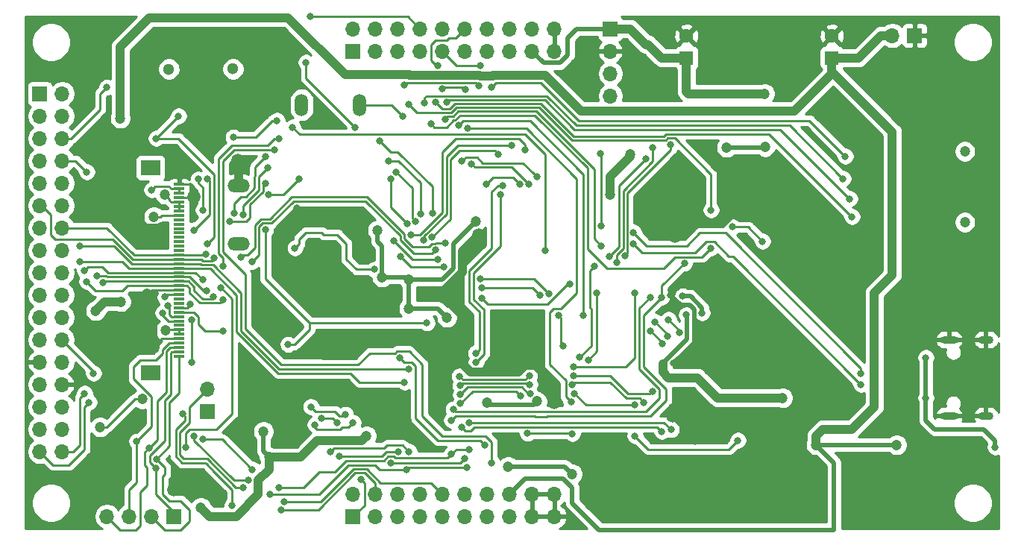
<source format=gbr>
%TF.GenerationSoftware,KiCad,Pcbnew,5.1.5-br-unknown-alt1.rc1*%
%TF.CreationDate,2025-11-25T07:27:36+07:00*%
%TF.ProjectId,ch32v307_100,63683332-7633-4303-975f-3130302e6b69,rev?*%
%TF.SameCoordinates,PX21e9a40PY1d11680*%
%TF.FileFunction,Copper,L2,Bot*%
%TF.FilePolarity,Positive*%
%FSLAX46Y46*%
G04 Gerber Fmt 4.6, Leading zero omitted, Abs format (unit mm)*
G04 Created by KiCad (PCBNEW 5.1.5-br-unknown-alt1.rc1) date 2025-11-25 07:27:36*
%MOMM*%
%LPD*%
G01*
G04 APERTURE LIST*
%TA.AperFunction,SMDPad,CuDef*%
%ADD10R,2.200000X1.800000*%
%TD*%
%TA.AperFunction,SMDPad,CuDef*%
%ADD11R,1.300000X0.300000*%
%TD*%
%TA.AperFunction,ComponentPad*%
%ADD12R,1.700000X1.700000*%
%TD*%
%TA.AperFunction,ComponentPad*%
%ADD13O,1.700000X1.700000*%
%TD*%
%TA.AperFunction,ComponentPad*%
%ADD14C,1.300000*%
%TD*%
%TA.AperFunction,ComponentPad*%
%ADD15C,1.600000*%
%TD*%
%TA.AperFunction,ComponentPad*%
%ADD16R,1.600000X1.600000*%
%TD*%
%TA.AperFunction,ComponentPad*%
%ADD17C,1.200000*%
%TD*%
%TA.AperFunction,ComponentPad*%
%ADD18O,2.000000X0.900000*%
%TD*%
%TA.AperFunction,ComponentPad*%
%ADD19O,1.700000X0.900000*%
%TD*%
%TA.AperFunction,ComponentPad*%
%ADD20O,2.524000X1.524000*%
%TD*%
%TA.AperFunction,ComponentPad*%
%ADD21O,1.524000X2.524000*%
%TD*%
%TA.AperFunction,ViaPad*%
%ADD22C,1.500000*%
%TD*%
%TA.AperFunction,ViaPad*%
%ADD23C,0.800000*%
%TD*%
%TA.AperFunction,ViaPad*%
%ADD24C,1.200000*%
%TD*%
%TA.AperFunction,Conductor*%
%ADD25C,1.000000*%
%TD*%
%TA.AperFunction,Conductor*%
%ADD26C,0.500000*%
%TD*%
%TA.AperFunction,Conductor*%
%ADD27C,0.220000*%
%TD*%
%TA.AperFunction,Conductor*%
%ADD28C,0.254000*%
%TD*%
G04 APERTURE END LIST*
D10*
%TO.P,J8,MP*%
%TO.N,N/C*%
X14856000Y-17814000D03*
X14856000Y-41114000D03*
D11*
%TO.P,J8,1*%
%TO.N,/X-*%
X18106000Y-39214000D03*
%TO.P,J8,2*%
%TO.N,/Y-*%
X18106000Y-38714000D03*
%TO.P,J8,3*%
%TO.N,/X+*%
X18106000Y-38214000D03*
%TO.P,J8,4*%
%TO.N,/Y+*%
X18106000Y-37714000D03*
%TO.P,J8,5*%
%TO.N,GND*%
X18106000Y-37214000D03*
%TO.P,J8,6*%
%TO.N,/TFT_A*%
X18106000Y-36714000D03*
%TO.P,J8,7*%
X18106000Y-36214000D03*
%TO.P,J8,8*%
%TO.N,/FMARK*%
X18106000Y-35714000D03*
%TO.P,J8,9*%
%TO.N,/LCD_CS*%
X18106000Y-35214000D03*
%TO.P,J8,10*%
%TO.N,/ADR21*%
X18106000Y-34714000D03*
%TO.P,J8,11*%
%TO.N,/LCD_WR*%
X18106000Y-34214000D03*
%TO.P,J8,12*%
%TO.N,/ADR22*%
X18106000Y-33714000D03*
%TO.P,J8,13*%
%TO.N,/SPI_SDA*%
X18106000Y-33214000D03*
%TO.P,J8,14*%
%TO.N,/SPI_SDO*%
X18106000Y-32714000D03*
%TO.P,J8,15*%
%TO.N,/ADR20*%
X18106000Y-32214000D03*
%TO.P,J8,16*%
%TO.N,GND*%
X18106000Y-31714000D03*
%TO.P,J8,17*%
%TO.N,/TFT_D0*%
X18106000Y-31214000D03*
%TO.P,J8,18*%
%TO.N,/TFT_D1*%
X18106000Y-30714000D03*
%TO.P,J8,19*%
%TO.N,/TFT_D2*%
X18106000Y-30214000D03*
%TO.P,J8,20*%
%TO.N,/TFT_D3*%
X18106000Y-29714000D03*
%TO.P,J8,21*%
%TO.N,/TFT_D4*%
X18106000Y-29214000D03*
%TO.P,J8,22*%
%TO.N,/TFT_D5*%
X18106000Y-28714000D03*
%TO.P,J8,23*%
%TO.N,/TFT_D6*%
X18106000Y-28214000D03*
%TO.P,J8,24*%
%TO.N,/TFT_D7*%
X18106000Y-27714000D03*
%TO.P,J8,25*%
%TO.N,/TFT_D8*%
X18106000Y-27214000D03*
%TO.P,J8,26*%
%TO.N,/TFT_D9*%
X18106000Y-26714000D03*
%TO.P,J8,27*%
%TO.N,/TFT_D10*%
X18106000Y-26214000D03*
%TO.P,J8,28*%
%TO.N,/TFT_D11*%
X18106000Y-25714000D03*
%TO.P,J8,29*%
%TO.N,/TFT_D12*%
X18106000Y-25214000D03*
%TO.P,J8,30*%
%TO.N,/TFT_D13*%
X18106000Y-24714000D03*
%TO.P,J8,31*%
%TO.N,/TFT_D14*%
X18106000Y-24214000D03*
%TO.P,J8,32*%
%TO.N,/TFT_D15*%
X18106000Y-23714000D03*
%TO.P,J8,33*%
%TO.N,/TFT_A*%
X18106000Y-23214000D03*
%TO.P,J8,34*%
%TO.N,/K1*%
X18106000Y-22714000D03*
%TO.P,J8,35*%
X18106000Y-22214000D03*
%TO.P,J8,36*%
X18106000Y-21714000D03*
%TO.P,J8,37*%
%TO.N,GND*%
X18106000Y-21214000D03*
%TO.P,J8,38*%
%TO.N,/IM0*%
X18106000Y-20714000D03*
%TO.P,J8,39*%
X18106000Y-20214000D03*
%TO.P,J8,40*%
%TO.N,GND*%
X18106000Y-19714000D03*
%TD*%
D12*
%TO.P,J6,1*%
%TO.N,Net-(J6-Pad1)*%
X21336000Y-45466000D03*
D13*
%TO.P,J6,2*%
%TO.N,/SPI2_CS*%
X21336000Y-42926000D03*
%TD*%
D14*
%TO.P,BT1,3*%
%TO.N,N/C*%
X16929100Y-6604000D03*
%TO.P,BT1,4*%
X24218900Y-6591300D03*
%TD*%
D15*
%TO.P,C22,2*%
%TO.N,GND*%
X75692000Y-2834000D03*
D16*
%TO.P,C22,1*%
%TO.N,/+3.3V*%
X75692000Y-5334000D03*
%TD*%
D12*
%TO.P,J1,1*%
%TO.N,GND*%
X101600000Y-2794000D03*
D13*
%TO.P,J1,2*%
%TO.N,/+5V*%
X99060000Y-2794000D03*
%TD*%
D12*
%TO.P,J2,1*%
%TO.N,/UTX4*%
X37846000Y-57404000D03*
D13*
%TO.P,J2,2*%
%TO.N,/URX4*%
X37846000Y-54864000D03*
%TO.P,J2,3*%
%TO.N,Net-(J2-Pad3)*%
X40386000Y-57404000D03*
%TO.P,J2,4*%
%TO.N,/SPI2_CLK*%
X40386000Y-54864000D03*
%TO.P,J2,5*%
%TO.N,Net-(J2-Pad5)*%
X42926000Y-57404000D03*
%TO.P,J2,6*%
%TO.N,/SPI2_MOSI*%
X42926000Y-54864000D03*
%TO.P,J2,7*%
%TO.N,Net-(J2-Pad7)*%
X45466000Y-57404000D03*
%TO.P,J2,8*%
%TO.N,/SPI2_MISO*%
X45466000Y-54864000D03*
%TO.P,J2,9*%
%TO.N,Net-(J2-Pad9)*%
X48006000Y-57404000D03*
%TO.P,J2,10*%
%TO.N,/SPI2_CS*%
X48006000Y-54864000D03*
%TO.P,J2,11*%
%TO.N,/AIN4*%
X50546000Y-57404000D03*
%TO.P,J2,12*%
%TO.N,/ADR19*%
X50546000Y-54864000D03*
%TO.P,J2,13*%
%TO.N,/+3.3V*%
X53086000Y-57404000D03*
%TO.P,J2,14*%
%TO.N,/FSMC_CLK*%
X53086000Y-54864000D03*
%TO.P,J2,15*%
%TO.N,/+3.3V*%
X55626000Y-57404000D03*
%TO.P,J2,16*%
%TO.N,/+5V*%
X55626000Y-54864000D03*
%TO.P,J2,17*%
%TO.N,GND*%
X58166000Y-57404000D03*
%TO.P,J2,18*%
X58166000Y-54864000D03*
%TO.P,J2,19*%
X60706000Y-57404000D03*
%TO.P,J2,20*%
X60706000Y-54864000D03*
%TD*%
%TO.P,J3,20*%
%TO.N,GND*%
X60706000Y-2032000D03*
%TO.P,J3,19*%
X60706000Y-4572000D03*
%TO.P,J3,18*%
%TO.N,/DVI_SDA*%
X58166000Y-2032000D03*
%TO.P,J3,17*%
%TO.N,/+3.3V*%
X58166000Y-4572000D03*
%TO.P,J3,16*%
%TO.N,/DVI_HSYNC*%
X55626000Y-2032000D03*
%TO.P,J3,15*%
%TO.N,/DVI_SCL*%
X55626000Y-4572000D03*
%TO.P,J3,14*%
%TO.N,/DVI_VSYNC*%
X53086000Y-2032000D03*
%TO.P,J3,13*%
%TO.N,/DVI_PCLK*%
X53086000Y-4572000D03*
%TO.P,J3,12*%
%TO.N,/DVI_D11*%
X50546000Y-2032000D03*
%TO.P,J3,11*%
%TO.N,/DVI_D10*%
X50546000Y-4572000D03*
%TO.P,J3,10*%
%TO.N,/DVI_D9*%
X48006000Y-2032000D03*
%TO.P,J3,9*%
%TO.N,/DVI_D8*%
X48006000Y-4572000D03*
%TO.P,J3,8*%
%TO.N,/DVI_D7*%
X45466000Y-2032000D03*
%TO.P,J3,7*%
%TO.N,/DVI_D6*%
X45466000Y-4572000D03*
%TO.P,J3,6*%
%TO.N,/DVI_D5*%
X42926000Y-2032000D03*
%TO.P,J3,5*%
%TO.N,/DVI_D4*%
X42926000Y-4572000D03*
%TO.P,J3,4*%
%TO.N,/DVI_D3*%
X40386000Y-2032000D03*
%TO.P,J3,3*%
%TO.N,/DVI_D2*%
X40386000Y-4572000D03*
%TO.P,J3,2*%
%TO.N,/DVI_D1*%
X37846000Y-2032000D03*
D12*
%TO.P,J3,1*%
%TO.N,/DVI_D0*%
X37846000Y-4572000D03*
%TD*%
%TO.P,J4,1*%
%TO.N,/Y-*%
X17526000Y-57404000D03*
D13*
%TO.P,J4,2*%
%TO.N,/X-*%
X14986000Y-57404000D03*
%TO.P,J4,3*%
%TO.N,/Y+*%
X12446000Y-57404000D03*
%TO.P,J4,4*%
%TO.N,/X+*%
X9906000Y-57404000D03*
%TD*%
%TO.P,J5,4*%
%TO.N,/SWCK*%
X67056000Y-9652000D03*
%TO.P,J5,3*%
%TO.N,/SWIO*%
X67056000Y-7112000D03*
%TO.P,J5,2*%
%TO.N,GND*%
X67056000Y-4572000D03*
D12*
%TO.P,J5,1*%
%TO.N,/+3.3V*%
X67056000Y-2032000D03*
%TD*%
%TO.P,J7,1*%
%TO.N,/ADR21*%
X2286000Y-9398000D03*
D13*
%TO.P,J7,2*%
%TO.N,/LCD_CS*%
X4826000Y-9398000D03*
%TO.P,J7,3*%
%TO.N,/ADR22*%
X2286000Y-11938000D03*
%TO.P,J7,4*%
%TO.N,/LCD_WR*%
X4826000Y-11938000D03*
%TO.P,J7,5*%
%TO.N,/TFT_D0*%
X2286000Y-14478000D03*
%TO.P,J7,6*%
%TO.N,/ADR20*%
X4826000Y-14478000D03*
%TO.P,J7,7*%
%TO.N,/TFT_D2*%
X2286000Y-17018000D03*
%TO.P,J7,8*%
%TO.N,/TFT_D1*%
X4826000Y-17018000D03*
%TO.P,J7,9*%
%TO.N,/TFT_D4*%
X2286000Y-19558000D03*
%TO.P,J7,10*%
%TO.N,/TFT_D3*%
X4826000Y-19558000D03*
%TO.P,J7,11*%
%TO.N,/TFT_D6*%
X2286000Y-22098000D03*
%TO.P,J7,12*%
%TO.N,/TFT_D5*%
X4826000Y-22098000D03*
%TO.P,J7,13*%
%TO.N,Net-(J7-Pad13)*%
X2286000Y-24638000D03*
%TO.P,J7,14*%
%TO.N,/TFT_D7*%
X4826000Y-24638000D03*
%TO.P,J7,15*%
%TO.N,Net-(J7-Pad15)*%
X2286000Y-27178000D03*
%TO.P,J7,16*%
%TO.N,Net-(J7-Pad16)*%
X4826000Y-27178000D03*
%TO.P,J7,17*%
%TO.N,Net-(J7-Pad17)*%
X2286000Y-29718000D03*
%TO.P,J7,18*%
%TO.N,Net-(J7-Pad18)*%
X4826000Y-29718000D03*
%TO.P,J7,19*%
%TO.N,Net-(J7-Pad19)*%
X2286000Y-32258000D03*
%TO.P,J7,20*%
%TO.N,Net-(J7-Pad20)*%
X4826000Y-32258000D03*
%TO.P,J7,21*%
%TO.N,Net-(J7-Pad21)*%
X2286000Y-34798000D03*
%TO.P,J7,22*%
%TO.N,Net-(J7-Pad22)*%
X4826000Y-34798000D03*
%TO.P,J7,23*%
%TO.N,/TFT_A*%
X2286000Y-37338000D03*
%TO.P,J7,24*%
%TO.N,/LCD_BKL*%
X4826000Y-37338000D03*
%TO.P,J7,25*%
%TO.N,GND*%
X2286000Y-39878000D03*
%TO.P,J7,26*%
%TO.N,/TFT_A*%
X4826000Y-39878000D03*
%TO.P,J7,27*%
%TO.N,Net-(J7-Pad27)*%
X2286000Y-42418000D03*
%TO.P,J7,28*%
%TO.N,GND*%
X4826000Y-42418000D03*
%TO.P,J7,29*%
%TO.N,/SPI2_MOSI*%
X2286000Y-44958000D03*
%TO.P,J7,30*%
%TO.N,/SPI2_MISO*%
X4826000Y-44958000D03*
%TO.P,J7,31*%
%TO.N,Net-(J7-Pad31)*%
X2286000Y-47498000D03*
%TO.P,J7,32*%
%TO.N,/ADR23*%
X4826000Y-47498000D03*
%TO.P,J7,33*%
%TO.N,/SPI2_CLK*%
X2286000Y-50038000D03*
%TO.P,J7,34*%
%TO.N,/SPI2_CS*%
X4826000Y-50038000D03*
%TD*%
D17*
%TO.P,J9,12*%
%TO.N,N/C*%
X107289600Y-23992200D03*
X107289600Y-15951200D03*
%TD*%
D18*
%TO.P,J10,S1*%
%TO.N,GND*%
X105512000Y-45976000D03*
X105512000Y-37336000D03*
D19*
X109682000Y-45976000D03*
X109682000Y-37336000D03*
%TD*%
D20*
%TO.P,SW1,1*%
%TO.N,GND*%
X24892000Y-19812000D03*
%TO.P,SW1,2*%
%TO.N,/nRESET*%
X24892000Y-26416000D03*
%TD*%
D21*
%TO.P,SW2,2*%
%TO.N,/+3.3V*%
X32004000Y-10668000D03*
%TO.P,SW2,1*%
%TO.N,Net-(R5-Pad1)*%
X38608000Y-10668000D03*
%TD*%
D16*
%TO.P,C13,1*%
%TO.N,/+5V*%
X92202000Y-5334000D03*
D15*
%TO.P,C13,2*%
%TO.N,GND*%
X92202000Y-2834000D03*
%TD*%
D22*
%TO.N,GND*%
X52123902Y-25415514D03*
X45974000Y-32258000D03*
X50800000Y-35052000D03*
X17526000Y-54356000D03*
X31750000Y-32004000D03*
D23*
X34036000Y-27432000D03*
X31496000Y-22352000D03*
D22*
X43713500Y-46507500D03*
X39370000Y-44450000D03*
X24733838Y-16925514D03*
X20066000Y-14478000D03*
X20066000Y-9652000D03*
X76708000Y-48514000D03*
X74168000Y-45974000D03*
D23*
X74260255Y-40000125D03*
D22*
X79312000Y-45974000D03*
X77470000Y-53340000D03*
X76962000Y-57468000D03*
D23*
X73914000Y-32258000D03*
D22*
X84582000Y-23114000D03*
X71628000Y-24130000D03*
X74422000Y-25589990D03*
X60705992Y-44450000D03*
X19747990Y-21082000D03*
X20828000Y-53404010D03*
X15115998Y-38230002D03*
X12446000Y-22860000D03*
X16256000Y-24638000D03*
X65532000Y-55451500D03*
D23*
%TO.N,/VBAT*%
X24248812Y-14359188D03*
X29210000Y-12446000D03*
D24*
%TO.N,/+5V*%
X11430000Y-12192000D03*
X90424000Y-49276000D03*
X99568000Y-49276000D03*
D23*
%TO.N,/VDD_RAM*%
X77470000Y-34290000D03*
X75270072Y-32383691D03*
X73049217Y-40101431D03*
X75692000Y-34512010D03*
D24*
X86614000Y-43942000D03*
%TO.N,/+3.3V*%
X44196000Y-33782000D03*
X44196000Y-30480000D03*
X41148000Y-30226000D03*
X51816000Y-23876000D03*
X40640000Y-24892000D03*
X48514000Y-34798000D03*
X27686000Y-47752000D03*
X28323875Y-50659335D03*
X20574000Y-56388000D03*
X39370000Y-48260000D03*
X53086000Y-44450000D03*
X55458000Y-51730000D03*
X62738000Y-52578000D03*
X80264000Y-15494000D03*
X84626381Y-15449619D03*
X84582000Y-9398000D03*
X58733074Y-44353369D03*
X67056000Y-20828000D03*
X69342000Y-16256000D03*
X13915389Y-44082611D03*
X9144000Y-47244000D03*
D23*
%TO.N,Net-(D1-Pad2)*%
X102870000Y-39370000D03*
X102870000Y-43942000D03*
X110744000Y-49530000D03*
%TO.N,/UTX4*%
X38726812Y-53204823D03*
%TO.N,/SPI2_CLK*%
X50546000Y-50800000D03*
X24130000Y-56134000D03*
X29652842Y-56660502D03*
X42164000Y-51308000D03*
X18542000Y-45720000D03*
X7874000Y-44450000D03*
%TO.N,/SPI2_MOSI*%
X50800000Y-51816000D03*
X43942000Y-52070000D03*
X25954134Y-53292290D03*
X28448004Y-54864004D03*
X19812000Y-48260000D03*
%TO.N,Net-(J2-Pad7)*%
X36322000Y-50545998D03*
X43017814Y-50038000D03*
%TO.N,/SPI2_MISO*%
X51062188Y-49775812D03*
X26416000Y-52070000D03*
X29464000Y-54102000D03*
X49022000Y-50323990D03*
X20823184Y-48647908D03*
%TO.N,Net-(J2-Pad9)*%
X35306000Y-50038000D03*
X44196000Y-50038000D03*
%TO.N,/SPI2_CS*%
X25393252Y-54144250D03*
X30029800Y-55712701D03*
X7366000Y-43434000D03*
%TO.N,/AIN4*%
X52832000Y-49276000D03*
X43180000Y-39370000D03*
%TO.N,/ADR19*%
X28956000Y-15748000D03*
X53594000Y-51308000D03*
%TO.N,/DVI_SDA*%
X51786159Y-38862000D03*
X54872196Y-19820196D03*
%TO.N,/DVI_HSYNC*%
X57404000Y-15748000D03*
X44381829Y-25468171D03*
%TO.N,/DVI_SCL*%
X54610000Y-20828000D03*
X51816104Y-39881572D03*
%TO.N,/DVI_VSYNC*%
X55880004Y-15240000D03*
X45847059Y-26043590D03*
%TO.N,/DVI_PCLK*%
X54356000Y-16256000D03*
X46818483Y-25702176D03*
%TO.N,/DVI_D11*%
X50636357Y-8922000D03*
X48006000Y-8858000D03*
X47498000Y-6177989D03*
%TO.N,/DVI_D8*%
X52296454Y-6180553D03*
%TO.N,/DVI_D7*%
X32512000Y-5842000D03*
X33020000Y-645000D03*
X38100000Y-13208000D03*
%TO.N,/DVI_D4*%
X43688000Y-8381998D03*
X52133988Y-8479006D03*
%TO.N,/DVI_D3*%
X44966188Y-23867812D03*
X42749187Y-18290225D03*
%TO.N,/DVI_D2*%
X43955652Y-24130000D03*
X42128847Y-19099917D03*
%TO.N,/DVI_D1*%
X46854812Y-22978812D03*
X40862010Y-14761750D03*
%TO.N,/DVI_D0*%
X45529850Y-23017701D03*
X41910002Y-17018000D03*
%TO.N,/Y-*%
X15494505Y-51899719D03*
%TO.N,/X-*%
X15549988Y-50881218D03*
%TO.N,/Y+*%
X13300706Y-48877097D03*
%TO.N,/X+*%
X14661216Y-49657194D03*
%TO.N,/SWCK*%
X56769008Y-19701384D03*
X52984540Y-19652899D03*
%TO.N,/SWIO*%
X66008000Y-24384000D03*
X65939335Y-16224010D03*
%TO.N,/ADR21*%
X31750000Y-19082000D03*
X16842818Y-33455707D03*
X21336000Y-19050000D03*
X19812000Y-24892000D03*
X28247266Y-20872330D03*
%TO.N,/LCD_CS*%
X16256000Y-34290000D03*
X27931812Y-19566188D03*
X23875988Y-23876000D03*
%TO.N,/ADR22*%
X19376002Y-33274000D03*
X28202188Y-17771812D03*
X25400000Y-23114000D03*
%TO.N,/LCD_WR*%
X46235158Y-35429487D03*
X20266532Y-19118986D03*
X20828000Y-22606001D03*
X27894013Y-24846013D03*
X23105812Y-36330188D03*
X30480000Y-37864029D03*
%TO.N,/TFT_D0*%
X23114000Y-32766000D03*
X7620000Y-30734000D03*
%TO.N,/ADR20*%
X9906000Y-8667990D03*
X16505861Y-32491485D03*
X24384000Y-22936002D03*
X27940000Y-16510000D03*
%TO.N,/TFT_D2*%
X8776052Y-30107859D03*
X21236021Y-31782000D03*
%TO.N,/TFT_D1*%
X7620000Y-18288000D03*
X9481013Y-30845052D03*
X22021309Y-32432959D03*
%TO.N,/TFT_D4*%
X43688000Y-42164000D03*
X6858000Y-28448000D03*
%TO.N,/TFT_D3*%
X7366000Y-29464000D03*
X20796010Y-30541765D03*
%TO.N,/TFT_D6*%
X26416000Y-28448000D03*
X47202499Y-27161413D03*
X22073922Y-28080090D03*
%TO.N,/TFT_D5*%
X44196000Y-40640000D03*
X6858000Y-26670000D03*
%TO.N,/TFT_D7*%
X25137812Y-27931812D03*
X48346701Y-26358200D03*
X21147499Y-27653284D03*
%TO.N,/LCD_BKL*%
X15494000Y-14478000D03*
X18034000Y-11938000D03*
X30988000Y-13208000D03*
X59690000Y-27178000D03*
X19558000Y-35052000D03*
X19558000Y-39878000D03*
X8382000Y-41148000D03*
X21344196Y-26424196D03*
%TO.N,/ADR23*%
X22799339Y-31476087D03*
X23122188Y-28947812D03*
X29464000Y-14478000D03*
X18882032Y-49569000D03*
D24*
%TO.N,/K1*%
X16510000Y-20828000D03*
D23*
%TO.N,/IM0*%
X14986000Y-20320000D03*
%TO.N,/SPI3_SS*%
X93726000Y-16510000D03*
X53593996Y-8636000D03*
%TO.N,/SPI3_MOSI*%
X93472000Y-19050000D03*
X45974000Y-10439466D03*
%TO.N,/SPI3_CLK*%
X94234000Y-21336000D03*
X48491512Y-10382010D03*
%TO.N,/SPI3_MISO*%
X94488000Y-23368000D03*
X47235804Y-10382010D03*
%TO.N,Net-(R5-Pad1)*%
X43452043Y-11938000D03*
%TO.N,/USB1_DP*%
X95504000Y-41148000D03*
X69682032Y-25146000D03*
%TO.N,/USB1_DM*%
X95504000Y-42418000D03*
X69682032Y-26416000D03*
%TO.N,/AIN1*%
X33052000Y-44958000D03*
X36976000Y-45828000D03*
%TO.N,/AIN2*%
X36068000Y-46736000D03*
X34290000Y-46228000D03*
%TO.N,/AIN0*%
X37846000Y-46736000D03*
X33528000Y-46990000D03*
%TO.N,/nRESET*%
X40278000Y-29363328D03*
X31242000Y-26924000D03*
%TO.N,/D4*%
X49022000Y-46482000D03*
X72898002Y-32512000D03*
X75453968Y-28662212D03*
%TO.N,/D5*%
X49240301Y-45240814D03*
X71619699Y-32503699D03*
%TO.N,/D6*%
X52459188Y-32630812D03*
X62484000Y-30988000D03*
%TO.N,/D7*%
X62837990Y-40381997D03*
X50036765Y-44603579D03*
X56896000Y-43688000D03*
X69850000Y-32004000D03*
%TO.N,/D8*%
X69777534Y-44735990D03*
X50035297Y-43572655D03*
X57929399Y-43435472D03*
X62992006Y-43433985D03*
%TO.N,/D9*%
X70824010Y-44450000D03*
X62738000Y-42418000D03*
X50024479Y-42551082D03*
X57909199Y-42415660D03*
%TO.N,/D10*%
X71844000Y-43201624D03*
X62837990Y-41402000D03*
X49928562Y-41487627D03*
X57874188Y-41396249D03*
%TO.N,/D11*%
X72898000Y-47752000D03*
X50205299Y-47301800D03*
%TO.N,/D12*%
X73962946Y-47546946D03*
X51054000Y-46736000D03*
%TO.N,/ADR18*%
X61654253Y-38036660D03*
X61214000Y-34554775D03*
%TO.N,/D2*%
X50212000Y-17085725D03*
X58690392Y-18812392D03*
%TO.N,/D3*%
X57801392Y-19701392D03*
X51299804Y-17358032D03*
%TO.N,/FSMC_CLK*%
X57658000Y-47974000D03*
X62738000Y-48006000D03*
X62583906Y-44368800D03*
X50812342Y-13301749D03*
%TO.N,/FSMC_nOE*%
X73660000Y-35052000D03*
X74899123Y-36547939D03*
X64008000Y-34544000D03*
X49835032Y-13009704D03*
%TO.N,/FSMC_nWE*%
X66040000Y-26670000D03*
X48309638Y-12282032D03*
%TO.N,/FSMC_nE1*%
X78486000Y-26924002D03*
X46672099Y-12829191D03*
%TO.N,/nADV*%
X69850000Y-48260000D03*
X80928967Y-24540967D03*
X78486000Y-22606000D03*
X84328000Y-26162000D03*
X44143401Y-10615401D03*
X81534000Y-48768000D03*
%TO.N,/FSMC_NBL0*%
X52454158Y-31451856D03*
X43225652Y-27925732D03*
X48152809Y-29102809D03*
X71628000Y-36322000D03*
X72932633Y-37761397D03*
X59054302Y-32275602D03*
%TO.N,/FSMC_NBL1*%
X42495652Y-26144394D03*
X52292000Y-30444827D03*
X72136000Y-35306000D03*
X73553389Y-36952022D03*
X47498000Y-28198013D03*
X60062804Y-32122804D03*
%TO.N,Net-(U5-Pad14)*%
X73914000Y-15186970D03*
X68733190Y-27777484D03*
%TO.N,Net-(U5-Pad13)*%
X71882000Y-15526000D03*
X67754401Y-28539008D03*
%TO.N,Net-(U5-Pad12)*%
X71120000Y-16764000D03*
X66975002Y-27881011D03*
%TO.N,Net-(U6-Pad18)*%
X65532000Y-32004000D03*
X64526525Y-39627110D03*
%TO.N,Net-(U6-Pad19)*%
X65278000Y-28956000D03*
X63548341Y-39338010D03*
D24*
%TO.N,/TFT_A*%
X15240000Y-23368000D03*
X16540024Y-36283990D03*
X8636000Y-34036000D03*
X11480000Y-33020000D03*
%TD*%
D25*
%TO.N,GND*%
X47498000Y-32258000D02*
X45974000Y-32258000D01*
X48006000Y-32258000D02*
X47498000Y-32258000D01*
X50800000Y-35052000D02*
X48006000Y-32258000D01*
D26*
X31750000Y-32004000D02*
X31750000Y-29718000D01*
X31750000Y-29718000D02*
X32766000Y-28702000D01*
X32766000Y-28702000D02*
X33528000Y-28702000D01*
X33528000Y-28702000D02*
X34036000Y-28194000D01*
X34036000Y-28194000D02*
X34036000Y-27432000D01*
X31750000Y-29718000D02*
X31750000Y-28956000D01*
X31750000Y-28956000D02*
X30988000Y-28194000D01*
X30988000Y-28194000D02*
X30226000Y-27432000D01*
X30226000Y-27432000D02*
X30226000Y-26162000D01*
X30226000Y-26162000D02*
X31496000Y-24892000D01*
X31496000Y-24892000D02*
X31496000Y-22352000D01*
D25*
X43713500Y-46507500D02*
X41427500Y-46507500D01*
X41427500Y-46507500D02*
X39370000Y-44450000D01*
D27*
X18106000Y-31714000D02*
X17211998Y-31714000D01*
D25*
X24892000Y-19812000D02*
X24892000Y-17083676D01*
X24892000Y-17083676D02*
X24733838Y-16925514D01*
X20066000Y-14478000D02*
X20066000Y-9652000D01*
D26*
X74168000Y-45974000D02*
X75438000Y-47244000D01*
X75438000Y-47244000D02*
X76708000Y-48514000D01*
D25*
X50223989Y-27315427D02*
X50223989Y-29633812D01*
X52123902Y-25415514D02*
X50223989Y-27315427D01*
X47599801Y-32258000D02*
X47498000Y-32258000D01*
X50223989Y-29633812D02*
X47599801Y-32258000D01*
X76708000Y-48514000D02*
X79248000Y-45974000D01*
X79248000Y-45974000D02*
X79312000Y-45974000D01*
X77470000Y-53340000D02*
X77470000Y-56896000D01*
X77470000Y-56896000D02*
X76962000Y-57404000D01*
X76962000Y-57404000D02*
X76962000Y-57468000D01*
D26*
X75075999Y-33419999D02*
X73914000Y-32258000D01*
X76109601Y-33419999D02*
X75075999Y-33419999D01*
X76562001Y-33872399D02*
X76109601Y-33419999D01*
X76562001Y-37698379D02*
X76562001Y-33872399D01*
X74260255Y-40000125D02*
X76562001Y-37698379D01*
D25*
X80772000Y-23114000D02*
X79756000Y-24130000D01*
X79756000Y-24130000D02*
X71628000Y-24130000D01*
X84582000Y-23114000D02*
X80772000Y-23114000D01*
D26*
X73087990Y-25589990D02*
X74422000Y-25589990D01*
X71628000Y-24130000D02*
X73087990Y-25589990D01*
D25*
X50050001Y-39890001D02*
X51189956Y-41029956D01*
X51189956Y-41029956D02*
X56582879Y-41029956D01*
X56582879Y-41029956D02*
X57336587Y-40276248D01*
X57336587Y-40276248D02*
X58564248Y-40276248D01*
X50050001Y-35801999D02*
X50050001Y-39890001D01*
X50800000Y-35052000D02*
X50050001Y-35801999D01*
X60705992Y-42417992D02*
X60705992Y-44450000D01*
X58564248Y-40276248D02*
X60705992Y-42417992D01*
D27*
X18106000Y-21214000D02*
X19615990Y-21214000D01*
X19747990Y-20021340D02*
X19747990Y-21082000D01*
X19440650Y-19714000D02*
X19747990Y-20021340D01*
X19615990Y-21214000D02*
X19747990Y-21082000D01*
X18106000Y-19714000D02*
X19440650Y-19714000D01*
D25*
X17526000Y-54356000D02*
X19876010Y-54356000D01*
X19876010Y-54356000D02*
X20828000Y-53404010D01*
D27*
X18106000Y-37214000D02*
X16132000Y-37214000D01*
X16132000Y-37214000D02*
X15115998Y-38230002D01*
D25*
X12446000Y-22860000D02*
X12446000Y-24130000D01*
X16205999Y-24688001D02*
X16256000Y-24638000D01*
X12446000Y-24130000D02*
X13004001Y-24688001D01*
X13004001Y-24688001D02*
X16205999Y-24688001D01*
X76962000Y-57468000D02*
X67628000Y-57468000D01*
X67628000Y-57468000D02*
X65611500Y-55451500D01*
X65611500Y-55451500D02*
X65532000Y-55451500D01*
X15115998Y-37169342D02*
X15115998Y-38230002D01*
X13716000Y-34036000D02*
X15115998Y-35435998D01*
X15115998Y-35435998D02*
X15115998Y-37169342D01*
X13716000Y-32766000D02*
X14437990Y-32044010D01*
X13716000Y-34036000D02*
X13716000Y-32766000D01*
D27*
X14691990Y-32044010D02*
X15022000Y-31714000D01*
X14437990Y-32044010D02*
X14691990Y-32044010D01*
X15022000Y-31714000D02*
X17211998Y-31714000D01*
%TO.N,/VBAT*%
X24248812Y-14359188D02*
X26788812Y-14359188D01*
X26788812Y-14359188D02*
X28702000Y-12446000D01*
X28702000Y-12446000D02*
X29210000Y-12446000D01*
D25*
%TO.N,/+5V*%
X92202000Y-5334000D02*
X95250000Y-5334000D01*
X97790000Y-2794000D02*
X99060000Y-2794000D01*
X95250000Y-5334000D02*
X97790000Y-2794000D01*
D26*
X55626000Y-54864000D02*
X57404000Y-53086000D01*
X57404000Y-53086000D02*
X60706000Y-53086000D01*
X60706000Y-53086000D02*
X61722000Y-53086000D01*
X61722000Y-53086000D02*
X62738000Y-54102000D01*
X62738000Y-54102000D02*
X62738000Y-55880000D01*
X62738000Y-55880000D02*
X63754000Y-56896000D01*
X63754000Y-56896000D02*
X65786000Y-58928000D01*
X65786000Y-58928000D02*
X92456000Y-58928000D01*
X92456000Y-58928000D02*
X92456000Y-51308000D01*
X92456000Y-51308000D02*
X90424000Y-49276000D01*
X90424000Y-49276000D02*
X99568000Y-49276000D01*
D25*
X52220565Y-7297990D02*
X52281580Y-7359005D01*
X52281580Y-7359005D02*
X53697179Y-7359005D01*
X63685991Y-11361989D02*
X87974011Y-11361989D01*
X59621991Y-7297989D02*
X63685991Y-11361989D01*
X87974011Y-11361989D02*
X92202000Y-7134000D01*
X30480000Y-762000D02*
X36979997Y-7261997D01*
X44261593Y-7297989D02*
X52220565Y-7297990D01*
X44225601Y-7261997D02*
X44261593Y-7297989D01*
X53697179Y-7359005D02*
X53758195Y-7297989D01*
X36979997Y-7261997D02*
X44225601Y-7261997D01*
X14732000Y-762000D02*
X30480000Y-762000D01*
X11430000Y-12192000D02*
X11430000Y-4064000D01*
X53758195Y-7297989D02*
X59621991Y-7297989D01*
X11430000Y-4064000D02*
X14732000Y-762000D01*
X90424000Y-49276000D02*
X90424000Y-48260000D01*
X90424000Y-48260000D02*
X91186000Y-47498000D01*
X91186000Y-47498000D02*
X94488000Y-47498000D01*
X94488000Y-47498000D02*
X97028000Y-44958000D01*
X97028000Y-44958000D02*
X97028000Y-32004000D01*
X97028000Y-32004000D02*
X99060000Y-29972000D01*
X99060000Y-29972000D02*
X99060000Y-13716000D01*
X92202000Y-6858000D02*
X92202000Y-6096000D01*
X99060000Y-13716000D02*
X92202000Y-6858000D01*
X92202000Y-7134000D02*
X92202000Y-6096000D01*
X92202000Y-6096000D02*
X92202000Y-5334000D01*
D26*
%TO.N,/VDD_RAM*%
X77470000Y-34290000D02*
X77470000Y-33724315D01*
X77470000Y-33724315D02*
X76129376Y-32383691D01*
X76129376Y-32383691D02*
X75270072Y-32383691D01*
X75769125Y-37243371D02*
X75769125Y-34589135D01*
X73049217Y-39963279D02*
X75769125Y-37243371D01*
X73049217Y-40101431D02*
X73049217Y-39963279D01*
X75769125Y-34589135D02*
X75692000Y-34512010D01*
D25*
X73049217Y-40101431D02*
X73049217Y-41045217D01*
X73049217Y-41045217D02*
X73660000Y-41656000D01*
X73660000Y-41656000D02*
X76962000Y-41656000D01*
X76962000Y-41656000D02*
X79248000Y-43942000D01*
X79248000Y-43942000D02*
X86614000Y-43942000D01*
D26*
%TO.N,/+3.3V*%
X44196000Y-30480000D02*
X44196000Y-33782000D01*
X43942000Y-30226000D02*
X44196000Y-30480000D01*
X41148000Y-30226000D02*
X43942000Y-30226000D01*
X40640000Y-24892000D02*
X40640000Y-26162000D01*
X41148000Y-26670000D02*
X41148000Y-30226000D01*
X40640000Y-26162000D02*
X41148000Y-26670000D01*
X47498000Y-33782000D02*
X44196000Y-33782000D01*
X48514000Y-34798000D02*
X47498000Y-33782000D01*
X28323875Y-50659335D02*
X27686000Y-50021460D01*
X27686000Y-50021460D02*
X27686000Y-47752000D01*
D25*
X33782000Y-48768000D02*
X31890665Y-50659335D01*
X31890665Y-50659335D02*
X28323875Y-50659335D01*
X39370000Y-48260000D02*
X38862000Y-48768000D01*
X38862000Y-48768000D02*
X33782000Y-48768000D01*
X27073998Y-54893602D02*
X27073998Y-53310398D01*
X28323875Y-52060521D02*
X28323875Y-50659335D01*
X24563600Y-57404000D02*
X27073998Y-54893602D01*
X21590000Y-57404000D02*
X24563600Y-57404000D01*
X20574000Y-56388000D02*
X21590000Y-57404000D01*
X27073998Y-53310398D02*
X28323875Y-52060521D01*
D26*
X49253978Y-29232021D02*
X48005999Y-30480000D01*
X51816000Y-23876000D02*
X49253978Y-26438022D01*
X48005999Y-30480000D02*
X44196000Y-30480000D01*
X49253978Y-26438022D02*
X49253978Y-29232021D01*
X55458000Y-51730000D02*
X61890000Y-51730000D01*
X61890000Y-51730000D02*
X62738000Y-52578000D01*
X80264000Y-15494000D02*
X84582000Y-15494000D01*
X84582000Y-15494000D02*
X84626381Y-15449619D01*
D25*
X84582000Y-9398000D02*
X75946000Y-9398000D01*
X75692000Y-9144000D02*
X75692000Y-5334000D01*
X75946000Y-9398000D02*
X75692000Y-9144000D01*
X75692000Y-5334000D02*
X72898000Y-5334000D01*
X72898000Y-5334000D02*
X71374000Y-3810000D01*
X71374000Y-3810000D02*
X71120000Y-3810000D01*
X69342000Y-2032000D02*
X67056000Y-2032000D01*
X71120000Y-3810000D02*
X69342000Y-2032000D01*
D26*
X53340003Y-44704003D02*
X58382440Y-44704003D01*
X58382440Y-44704003D02*
X58733074Y-44353369D01*
X53086000Y-44450000D02*
X53340003Y-44704003D01*
X67056000Y-2032000D02*
X63246000Y-2032000D01*
X61339601Y-5892001D02*
X59486001Y-5892001D01*
X62230000Y-5001602D02*
X61339601Y-5892001D01*
X62230000Y-3048000D02*
X62230000Y-5001602D01*
X59486001Y-5892001D02*
X58166000Y-4572000D01*
X63246000Y-2032000D02*
X62230000Y-3048000D01*
D25*
X67056000Y-20828000D02*
X67056000Y-18796000D01*
X69342000Y-16510000D02*
X69342000Y-16256000D01*
X67056000Y-18796000D02*
X69342000Y-16510000D01*
D27*
X9906000Y-47244000D02*
X9144000Y-47244000D01*
X13915389Y-44082611D02*
X13067389Y-44082611D01*
X13067389Y-44082611D02*
X9906000Y-47244000D01*
D26*
%TO.N,Net-(D1-Pad2)*%
X102870000Y-39370000D02*
X102870000Y-43942000D01*
X102870000Y-43942000D02*
X102870000Y-46482000D01*
X102870000Y-46482000D02*
X103886000Y-47498000D01*
X103886000Y-47498000D02*
X109474000Y-47498000D01*
X109474000Y-47498000D02*
X110744000Y-48768000D01*
X110744000Y-48768000D02*
X110744000Y-49530000D01*
D27*
%TO.N,/UTX4*%
X39126811Y-53604822D02*
X38726812Y-53204823D01*
X39126811Y-56123189D02*
X39126811Y-53604822D01*
X37846000Y-57404000D02*
X39126811Y-56123189D01*
%TO.N,/SPI2_CLK*%
X40386000Y-53661919D02*
X39198894Y-52474813D01*
X39198894Y-52474813D02*
X38063455Y-52474813D01*
X40386000Y-54864000D02*
X40386000Y-53661919D01*
X38063455Y-52474813D02*
X33877766Y-56660502D01*
X33877766Y-56660502D02*
X29652842Y-56660502D01*
X50038000Y-51308000D02*
X42164000Y-51308000D01*
X50546000Y-50800000D02*
X50038000Y-51308000D01*
X24130000Y-54356000D02*
X22098000Y-52324000D01*
X24130000Y-56134000D02*
X24130000Y-54356000D01*
X22098000Y-52324000D02*
X21209000Y-51435000D01*
X21209000Y-51435000D02*
X21082000Y-51308000D01*
X18427732Y-51308000D02*
X17712013Y-50592281D01*
X21082000Y-51308000D02*
X18427732Y-51308000D01*
X17712013Y-50592281D02*
X17712013Y-47565987D01*
X17712013Y-47565987D02*
X18288000Y-46990000D01*
X18288000Y-46990000D02*
X18796000Y-46482000D01*
X18796000Y-46482000D02*
X18796000Y-45974000D01*
X18796000Y-45974000D02*
X18542000Y-45720000D01*
X3810000Y-51562000D02*
X2286000Y-50038000D01*
X5588000Y-51562000D02*
X3810000Y-51562000D01*
X7366000Y-49784000D02*
X5588000Y-51562000D01*
X7874000Y-44450000D02*
X7366000Y-44958000D01*
X7366000Y-44958000D02*
X7366000Y-49784000D01*
%TO.N,/SPI2_MOSI*%
X50800000Y-51816000D02*
X44196000Y-51816000D01*
X44196000Y-51816000D02*
X43942000Y-52070000D01*
X34035996Y-54864004D02*
X28448004Y-54864004D01*
X37338000Y-51562000D02*
X34035996Y-54864004D01*
X40386000Y-51562000D02*
X37338000Y-51562000D01*
X43942000Y-52070000D02*
X40894000Y-52070000D01*
X40894000Y-52070000D02*
X40386000Y-51562000D01*
X25954134Y-53292290D02*
X24336290Y-53292290D01*
X24336290Y-53292290D02*
X19812000Y-48768000D01*
X19812000Y-48768000D02*
X19812000Y-48260000D01*
%TO.N,Net-(J2-Pad7)*%
X41083598Y-50545998D02*
X41591596Y-50038000D01*
X41591596Y-50038000D02*
X43017814Y-50038000D01*
X36322000Y-50545998D02*
X41083598Y-50545998D01*
%TO.N,/SPI2_MISO*%
X49570178Y-49775812D02*
X49022000Y-50323990D01*
X51062188Y-49775812D02*
X49570178Y-49775812D01*
X48577989Y-50768001D02*
X49022000Y-50323990D01*
X41813599Y-50577999D02*
X42477411Y-50577999D01*
X42477411Y-50577999D02*
X42667413Y-50768001D01*
X29464000Y-54102000D02*
X32258000Y-54102000D01*
X41337598Y-51054000D02*
X41813599Y-50577999D01*
X32258000Y-54102000D02*
X34036000Y-52324000D01*
X42667413Y-50768001D02*
X48577989Y-50768001D01*
X37084000Y-51054000D02*
X41337598Y-51054000D01*
X34036000Y-52324000D02*
X35814000Y-52324000D01*
X35814000Y-52324000D02*
X37084000Y-51054000D01*
X22993908Y-48647908D02*
X20823184Y-48647908D01*
X26416000Y-52070000D02*
X22993908Y-48647908D01*
%TO.N,Net-(J2-Pad9)*%
X41369326Y-49638001D02*
X41699328Y-49307999D01*
X43465999Y-49307999D02*
X44196000Y-50038000D01*
X35306000Y-50038000D02*
X35705999Y-49638001D01*
X35705999Y-49638001D02*
X41369326Y-49638001D01*
X41699328Y-49307999D02*
X43465999Y-49307999D01*
%TO.N,/SPI2_CS*%
X34203299Y-55712701D02*
X30029800Y-55712701D01*
X37881198Y-52034802D02*
X34203299Y-55712701D01*
X48006000Y-54864000D02*
X46736000Y-53594000D01*
X40940349Y-53594000D02*
X39381151Y-52034802D01*
X39381151Y-52034802D02*
X37881198Y-52034802D01*
X46736000Y-53594000D02*
X40940349Y-53594000D01*
X19304000Y-44958000D02*
X20486001Y-43775999D01*
X19304000Y-46736000D02*
X19304000Y-44958000D01*
X25393252Y-54144250D02*
X24540518Y-54144250D01*
X20486001Y-43775999D02*
X21336000Y-42926000D01*
X21264259Y-50867991D02*
X18609991Y-50867991D01*
X18609991Y-50867991D02*
X18152022Y-50410022D01*
X18152022Y-47887978D02*
X19304000Y-46736000D01*
X24540518Y-54144250D02*
X21264259Y-50867991D01*
X18152022Y-50410022D02*
X18152022Y-47887978D01*
X6858000Y-43942000D02*
X7366000Y-43434000D01*
X6858000Y-49276000D02*
X6858000Y-43942000D01*
X4826000Y-50038000D02*
X6096000Y-50038000D01*
X6096000Y-50038000D02*
X6858000Y-49276000D01*
%TO.N,/AIN4*%
X52324000Y-48768000D02*
X52832000Y-49276000D01*
X43688000Y-39878000D02*
X44514402Y-39878000D01*
X43180000Y-39370000D02*
X43688000Y-39878000D01*
X44514402Y-39878000D02*
X44958000Y-40321598D01*
X44958000Y-46228000D02*
X47498000Y-48768000D01*
X44958000Y-40321598D02*
X44958000Y-46228000D01*
X47498000Y-48768000D02*
X52324000Y-48768000D01*
%TO.N,/ADR19*%
X45720000Y-40132000D02*
X45720000Y-45974000D01*
X34103990Y-40199990D02*
X38421990Y-40199990D01*
X23114000Y-17018000D02*
X23114000Y-27417497D01*
X44227999Y-38639999D02*
X45720000Y-40132000D01*
X24384000Y-15748000D02*
X23114000Y-17018000D01*
X45720000Y-45974000D02*
X48006000Y-48260000D01*
X53594000Y-50742315D02*
X53594000Y-51308000D01*
X42829599Y-38639999D02*
X44227999Y-38639999D01*
X39759980Y-38862000D02*
X42607598Y-38862000D01*
X38421990Y-40199990D02*
X39759980Y-38862000D01*
X53594000Y-48957598D02*
X53594000Y-50742315D01*
X52896402Y-48260000D02*
X53594000Y-48957598D01*
X29718000Y-40132000D02*
X34036000Y-40132000D01*
X25654000Y-36068000D02*
X29718000Y-40132000D01*
X23114000Y-27417497D02*
X25654000Y-29957497D01*
X34036000Y-40132000D02*
X34103990Y-40199990D01*
X25654000Y-29957497D02*
X25654000Y-36068000D01*
X48006000Y-48260000D02*
X52896402Y-48260000D01*
X42607598Y-38862000D02*
X42829599Y-38639999D01*
X28956000Y-15748000D02*
X24384000Y-15748000D01*
%TO.N,/DVI_SDA*%
X51054000Y-29464000D02*
X53594000Y-26924000D01*
X51786159Y-38862000D02*
X52186158Y-38462001D01*
X53594000Y-20532707D02*
X54306511Y-19820196D01*
X54306511Y-19820196D02*
X54872196Y-19820196D01*
X53594000Y-26924000D02*
X53594000Y-20532707D01*
X51054000Y-33020000D02*
X51054000Y-29464000D01*
X52186158Y-34152158D02*
X51054000Y-33020000D01*
X52186158Y-38462001D02*
X52186158Y-34152158D01*
%TO.N,/DVI_HSYNC*%
X45397829Y-25468171D02*
X44381829Y-25468171D01*
X48006000Y-22860000D02*
X45397829Y-25468171D01*
X48006000Y-16002000D02*
X48006000Y-22860000D01*
X49536240Y-14471760D02*
X48006000Y-16002000D01*
X57404000Y-15182315D02*
X56693445Y-14471760D01*
X57404000Y-15748000D02*
X57404000Y-15182315D01*
X56693445Y-14471760D02*
X49536240Y-14471760D01*
%TO.N,/DVI_SCL*%
X51562000Y-32766000D02*
X52723998Y-33927998D01*
X52723998Y-33927998D02*
X52723998Y-38973678D01*
X52723998Y-38973678D02*
X51816104Y-39881572D01*
X51562000Y-29718000D02*
X51562000Y-32766000D01*
X54610000Y-26670000D02*
X51562000Y-29718000D01*
X54610000Y-20828000D02*
X54610000Y-26670000D01*
%TO.N,/DVI_VSYNC*%
X48446011Y-23042258D02*
X45847059Y-25641209D01*
X45847059Y-25641209D02*
X45847059Y-26043590D01*
X48446011Y-16577989D02*
X48446011Y-23042258D01*
X49784000Y-15240000D02*
X48446011Y-16577989D01*
X55880004Y-15240000D02*
X49784000Y-15240000D01*
%TO.N,/DVI_PCLK*%
X54209989Y-16109989D02*
X54356000Y-16256000D01*
X48886022Y-16899978D02*
X48886022Y-23634637D01*
X49929999Y-15856001D02*
X48886022Y-16899978D01*
X53956001Y-15856001D02*
X49929999Y-15856001D01*
X54356000Y-16256000D02*
X53956001Y-15856001D01*
X48886022Y-23634637D02*
X46818483Y-25702176D01*
%TO.N,/DVI_D11*%
X50546000Y-2032000D02*
X49530000Y-3048000D01*
X48736402Y-3048000D02*
X48482402Y-3302000D01*
X49530000Y-3048000D02*
X48736402Y-3048000D01*
X48482402Y-3302000D02*
X47244000Y-3302000D01*
X47244000Y-3302000D02*
X46736000Y-3810000D01*
X46736000Y-3810000D02*
X46736000Y-5588000D01*
X46736000Y-5588000D02*
X47498000Y-6350000D01*
X50636357Y-8922000D02*
X50350357Y-8636000D01*
X50350357Y-8636000D02*
X48006000Y-8636000D01*
X48006000Y-8636000D02*
X48006000Y-8858000D01*
%TO.N,/DVI_D8*%
X49614553Y-6180553D02*
X52296454Y-6180553D01*
X48006000Y-4572000D02*
X49614553Y-6180553D01*
%TO.N,/DVI_D7*%
X44079000Y-645000D02*
X45466000Y-2032000D01*
X33020000Y-645000D02*
X44079000Y-645000D01*
X32512000Y-5842000D02*
X32512000Y-7620000D01*
X32512000Y-7620000D02*
X38100000Y-13208000D01*
%TO.N,/DVI_D4*%
X51782982Y-8128000D02*
X52133988Y-8479006D01*
X43688000Y-8381998D02*
X43941998Y-8128000D01*
X43941998Y-8128000D02*
X51782982Y-8128000D01*
%TO.N,/DVI_D3*%
X44566189Y-20107227D02*
X42749187Y-18290225D01*
X44966188Y-23867812D02*
X44566189Y-23467813D01*
X44566189Y-23467813D02*
X44566189Y-20107227D01*
%TO.N,/DVI_D2*%
X42128847Y-22303195D02*
X42128847Y-19099917D01*
X43955652Y-24130000D02*
X42128847Y-22303195D01*
%TO.N,/DVI_D1*%
X42102260Y-16002000D02*
X40862010Y-14761750D01*
X42926000Y-16002000D02*
X42102260Y-16002000D01*
X46854812Y-22978812D02*
X46854812Y-19930812D01*
X46854812Y-19930812D02*
X42926000Y-16002000D01*
%TO.N,/DVI_D0*%
X43015685Y-17018000D02*
X41910002Y-17018000D01*
X45529850Y-19532165D02*
X43015685Y-17018000D01*
X45529850Y-23017701D02*
X45529850Y-19532165D01*
%TO.N,/Y-*%
X17211999Y-38714000D02*
X17125999Y-38799999D01*
X14819986Y-51225200D02*
X15494505Y-51899719D01*
X16510000Y-48840802D02*
X14819986Y-50530816D01*
X17125999Y-43580001D02*
X16510000Y-44196000D01*
X16510000Y-44196000D02*
X16510000Y-48840802D01*
X17125999Y-38799999D02*
X17125999Y-43580001D01*
X18106000Y-38714000D02*
X17211999Y-38714000D01*
X14819986Y-50530816D02*
X14819986Y-51225200D01*
X15494505Y-51899719D02*
X15494505Y-54864505D01*
X17526000Y-56896000D02*
X17526000Y-57404000D01*
X15494505Y-54864505D02*
X17526000Y-56896000D01*
%TO.N,/X-*%
X18106000Y-39214000D02*
X18106000Y-43362000D01*
X17018000Y-44450000D02*
X17018000Y-49413206D01*
X18106000Y-43362000D02*
X17018000Y-44450000D01*
X17018000Y-49413206D02*
X15549988Y-50881218D01*
X14986000Y-57404000D02*
X16510000Y-58928000D01*
X18296002Y-58928000D02*
X19304000Y-57920002D01*
X16510000Y-58928000D02*
X18296002Y-58928000D01*
X19304000Y-57920002D02*
X19304000Y-56642000D01*
X19304000Y-56642000D02*
X18288000Y-55626000D01*
X18288000Y-55626000D02*
X17018000Y-55626000D01*
X17018000Y-55626000D02*
X16256000Y-54864000D01*
X16256000Y-54864000D02*
X16256000Y-52832000D01*
X16256000Y-52832000D02*
X16510000Y-52578000D01*
X16510000Y-51841230D02*
X15549988Y-50881218D01*
X16510000Y-52578000D02*
X16510000Y-51841230D01*
%TO.N,/Y+*%
X13300706Y-48877097D02*
X13300706Y-53501294D01*
X12446000Y-54356000D02*
X12446000Y-57404000D01*
X13300706Y-53501294D02*
X12446000Y-54356000D01*
X16967461Y-37714000D02*
X18106000Y-37714000D01*
X16245978Y-38435483D02*
X16967461Y-37714000D01*
X15494000Y-39624000D02*
X16245978Y-38872022D01*
X16245978Y-38872022D02*
X16245978Y-38435483D01*
X14986000Y-47191803D02*
X14986000Y-43838002D01*
X13300706Y-48877097D02*
X14986000Y-47191803D01*
X14986000Y-43838002D02*
X12954000Y-41806002D01*
X12954000Y-40386000D02*
X13716000Y-39624000D01*
X12954000Y-41806002D02*
X12954000Y-40386000D01*
X13716000Y-39624000D02*
X15494000Y-39624000D01*
%TO.N,/X+*%
X15639999Y-44304001D02*
X15639999Y-48678411D01*
X16685988Y-43258012D02*
X15639999Y-44304001D01*
X16685988Y-38617741D02*
X16685988Y-43258012D01*
X17089730Y-38214000D02*
X16685988Y-38617741D01*
X18106000Y-38214000D02*
X17089730Y-38214000D01*
X15639999Y-48678411D02*
X14661216Y-49657194D01*
X9906000Y-57404000D02*
X11430000Y-58928000D01*
X11430000Y-58928000D02*
X13208000Y-58928000D01*
X13208000Y-58928000D02*
X13716000Y-58420000D01*
X13716000Y-58420000D02*
X13716000Y-54610000D01*
X13716000Y-54610000D02*
X14478000Y-53848000D01*
X14478000Y-53848000D02*
X14478000Y-51816000D01*
X14478000Y-51816000D02*
X14224000Y-51562000D01*
X14224000Y-50094410D02*
X14661216Y-49657194D01*
X14224000Y-51562000D02*
X14224000Y-50094410D01*
%TO.N,/SWCK*%
X55979813Y-18912189D02*
X53725250Y-18912189D01*
X53725250Y-18912189D02*
X52984540Y-19652899D01*
X56769008Y-19701384D02*
X55979813Y-18912189D01*
%TO.N,/SWIO*%
X66008000Y-24384000D02*
X66008000Y-16292675D01*
X66008000Y-16292675D02*
X65939335Y-16224010D01*
%TO.N,/ADR21*%
X17211998Y-34714000D02*
X17018000Y-34520002D01*
X18106000Y-34714000D02*
X17211998Y-34714000D01*
X17018000Y-34520002D02*
X17018000Y-33528000D01*
X17018000Y-33528000D02*
X16915111Y-33528000D01*
X16915111Y-33528000D02*
X16842818Y-33455707D01*
X21558001Y-23145999D02*
X19812000Y-24892000D01*
X21558001Y-19272001D02*
X21558001Y-23145999D01*
X21336000Y-19050000D02*
X21558001Y-19272001D01*
X29959670Y-20872330D02*
X28247266Y-20872330D01*
X31750000Y-19082000D02*
X29959670Y-20872330D01*
%TO.N,/LCD_CS*%
X16256000Y-34544000D02*
X16256000Y-34290000D01*
X18106000Y-35214000D02*
X16926000Y-35214000D01*
X16926000Y-35214000D02*
X16256000Y-34544000D01*
X27940000Y-19558000D02*
X27618011Y-19879989D01*
X26130002Y-23464402D02*
X25718404Y-23876000D01*
X27618011Y-20502258D02*
X26130002Y-21990266D01*
X27618011Y-19879989D02*
X27618011Y-20502258D01*
X25718404Y-23876000D02*
X23875988Y-23876000D01*
X26130002Y-21990266D02*
X26130002Y-23464402D01*
%TO.N,/ADR22*%
X19000002Y-33714000D02*
X19186002Y-33528000D01*
X18106000Y-33714000D02*
X19000002Y-33714000D01*
X19186002Y-33528000D02*
X19186002Y-33464000D01*
X19186002Y-33464000D02*
X19376002Y-33274000D01*
X27178000Y-20320000D02*
X25400000Y-22098000D01*
X27178000Y-18796000D02*
X27178000Y-20320000D01*
X28202188Y-17771812D02*
X27178000Y-18796000D01*
X25400000Y-22098000D02*
X25400000Y-23114000D01*
%TO.N,/LCD_WR*%
X27894013Y-30434013D02*
X27894013Y-24846013D01*
X32889487Y-35429487D02*
X27894013Y-30434013D01*
X46235158Y-35429487D02*
X32889487Y-35429487D01*
X19800402Y-34214000D02*
X20320000Y-34733598D01*
X18106000Y-34214000D02*
X19800402Y-34214000D01*
X20320000Y-34733598D02*
X20320000Y-35560000D01*
X20320000Y-35560000D02*
X21090188Y-36330188D01*
X21090188Y-36330188D02*
X23105812Y-36330188D01*
X30480000Y-37864029D02*
X31223971Y-37864029D01*
X32889487Y-36198513D02*
X32889487Y-35429487D01*
X31223971Y-37864029D02*
X32889487Y-36198513D01*
X20828000Y-20066000D02*
X20828000Y-22606001D01*
X20266532Y-19118986D02*
X20266532Y-19504532D01*
X20266532Y-19504532D02*
X20828000Y-20066000D01*
%TO.N,/TFT_D0*%
X18106000Y-31214000D02*
X19022000Y-31214000D01*
X19304000Y-31496000D02*
X19304000Y-32004000D01*
X19304000Y-32004000D02*
X20465999Y-33165999D01*
X22714001Y-33165999D02*
X23114000Y-32766000D01*
X20465999Y-33165999D02*
X22714001Y-33165999D01*
X19022000Y-31214000D02*
X19304000Y-31496000D01*
X11684000Y-31750000D02*
X8636000Y-31750000D01*
X8636000Y-31750000D02*
X7620000Y-30734000D01*
X18106000Y-31214000D02*
X12220000Y-31214000D01*
X12220000Y-31214000D02*
X11684000Y-31750000D01*
%TO.N,/ADR20*%
X9144000Y-9429990D02*
X9906000Y-8667990D01*
X9144000Y-11176000D02*
X9144000Y-9429990D01*
X4826000Y-14478000D02*
X5842000Y-14478000D01*
X5842000Y-14478000D02*
X9144000Y-11176000D01*
X18106000Y-32214000D02*
X16783346Y-32214000D01*
X16783346Y-32214000D02*
X16505861Y-32491485D01*
X24384000Y-22936002D02*
X24384000Y-21844000D01*
X24384000Y-21844000D02*
X24892000Y-21336000D01*
X24892000Y-21336000D02*
X25146000Y-21082000D01*
X25666335Y-21082000D02*
X26670000Y-20078335D01*
X25146000Y-21082000D02*
X25666335Y-21082000D01*
X26670000Y-20078335D02*
X26670000Y-18796000D01*
X26737990Y-18728010D02*
X26737990Y-17712010D01*
X26670000Y-18796000D02*
X26737990Y-18728010D01*
X26737990Y-17712010D02*
X27432000Y-17018000D01*
X27432000Y-17018000D02*
X27940000Y-16510000D01*
%TO.N,/TFT_D2*%
X9930363Y-30214000D02*
X9824222Y-30107859D01*
X9824222Y-30107859D02*
X8776052Y-30107859D01*
X18106000Y-30214000D02*
X9930363Y-30214000D01*
X20860000Y-31782000D02*
X21236021Y-31782000D01*
X19292000Y-30214000D02*
X20860000Y-31782000D01*
X18106000Y-30214000D02*
X19292000Y-30214000D01*
%TO.N,/TFT_D1*%
X6350000Y-17018000D02*
X4826000Y-17018000D01*
X7620000Y-18288000D02*
X6350000Y-17018000D01*
X9612065Y-30714000D02*
X9481013Y-30845052D01*
X18106000Y-30714000D02*
X9612065Y-30714000D01*
X19812000Y-31750000D02*
X20761888Y-32699888D01*
X21754380Y-32699888D02*
X22021309Y-32432959D01*
X19144268Y-30714000D02*
X19812000Y-31381732D01*
X20761888Y-32699888D02*
X21754380Y-32699888D01*
X19812000Y-31381732D02*
X19812000Y-31750000D01*
X18106000Y-30714000D02*
X19144268Y-30714000D01*
%TO.N,/TFT_D4*%
X12450000Y-29214000D02*
X18106000Y-29214000D01*
X11684000Y-28448000D02*
X12450000Y-29214000D01*
X6858000Y-28448000D02*
X11684000Y-28448000D01*
X29349732Y-41148000D02*
X37592000Y-41148000D01*
X21643307Y-29263307D02*
X24638000Y-32258000D01*
X20383275Y-29214000D02*
X20432582Y-29263307D01*
X24638000Y-32258000D02*
X24638000Y-36436268D01*
X38608000Y-42164000D02*
X43122315Y-42164000D01*
X20432582Y-29263307D02*
X21643307Y-29263307D01*
X24638000Y-36436268D02*
X29349732Y-41148000D01*
X37592000Y-41148000D02*
X38608000Y-42164000D01*
X43122315Y-42164000D02*
X43688000Y-42164000D01*
X18106000Y-29214000D02*
X20383275Y-29214000D01*
%TO.N,/TFT_D3*%
X7765999Y-29064001D02*
X7366000Y-29464000D01*
X18106000Y-29714000D02*
X10052632Y-29714000D01*
X10052632Y-29714000D02*
X9402633Y-29064001D01*
X9402633Y-29064001D02*
X7765999Y-29064001D01*
X19968245Y-29714000D02*
X20796010Y-30541765D01*
X18106000Y-29714000D02*
X19968245Y-29714000D01*
%TO.N,/TFT_D6*%
X2540000Y-22098000D02*
X2286000Y-22098000D01*
X3556000Y-25400000D02*
X3556000Y-23114000D01*
X18106000Y-28214000D02*
X12859732Y-28214000D01*
X12859732Y-28214000D02*
X10553732Y-25908000D01*
X10553732Y-25908000D02*
X4064000Y-25908000D01*
X4064000Y-25908000D02*
X3556000Y-25400000D01*
X3556000Y-23114000D02*
X2540000Y-22098000D01*
X31085622Y-21590000D02*
X39255732Y-21590000D01*
X28559611Y-24116011D02*
X31085622Y-21590000D01*
X46802500Y-27561412D02*
X47202499Y-27161413D01*
X39255732Y-21590000D02*
X43211818Y-25546086D01*
X43211818Y-25546086D02*
X43211819Y-26000831D01*
X27543611Y-24116011D02*
X28559611Y-24116011D01*
X27164011Y-24495611D02*
X27543611Y-24116011D01*
X26416000Y-28448000D02*
X27164011Y-27699989D01*
X44772400Y-27561412D02*
X46802500Y-27561412D01*
X43211819Y-26000831D02*
X44772400Y-27561412D01*
X27164011Y-27699989D02*
X27164011Y-24495611D01*
X21770727Y-28383285D02*
X22073922Y-28080090D01*
X18106000Y-28214000D02*
X20627813Y-28214000D01*
X20797098Y-28383285D02*
X21770727Y-28383285D01*
X20627813Y-28214000D02*
X20797098Y-28383285D01*
%TO.N,/TFT_D5*%
X18106000Y-28714000D02*
X12737464Y-28714000D01*
X12737464Y-28714000D02*
X10693464Y-26670000D01*
X10693464Y-26670000D02*
X6858000Y-26670000D01*
X29464000Y-40640000D02*
X25146000Y-36322000D01*
X21965296Y-28823296D02*
X20614840Y-28823296D01*
X20614840Y-28823296D02*
X20505544Y-28714000D01*
X20505544Y-28714000D02*
X18106000Y-28714000D01*
X44196000Y-40640000D02*
X29464000Y-40640000D01*
X25146000Y-36322000D02*
X25146000Y-32004000D01*
X25146000Y-32004000D02*
X21965296Y-28823296D01*
%TO.N,/TFT_D7*%
X18106000Y-27714000D02*
X12982000Y-27714000D01*
X9906000Y-24638000D02*
X4826000Y-24638000D01*
X12982000Y-27714000D02*
X9906000Y-24638000D01*
X46770815Y-26432177D02*
X47168884Y-26432177D01*
X47242861Y-26358200D02*
X48346701Y-26358200D01*
X25400000Y-27686000D02*
X25908000Y-27686000D01*
X44606848Y-26773592D02*
X46429400Y-26773592D01*
X43651828Y-25363829D02*
X43651828Y-25818572D01*
X39437990Y-21149989D02*
X43651828Y-25363829D01*
X28377353Y-23676000D02*
X30903364Y-21149989D01*
X30903364Y-21149989D02*
X39437990Y-21149989D01*
X25908000Y-27686000D02*
X26724000Y-26870000D01*
X26724000Y-26870000D02*
X26724000Y-24313353D01*
X26724000Y-24313353D02*
X27361353Y-23676000D01*
X27361353Y-23676000D02*
X28377353Y-23676000D01*
X43651828Y-25818572D02*
X44606848Y-26773592D01*
X46429400Y-26773592D02*
X46770815Y-26432177D01*
X47168884Y-26432177D02*
X47242861Y-26358200D01*
X21086783Y-27714000D02*
X21147499Y-27653284D01*
X18106000Y-27714000D02*
X21086783Y-27714000D01*
%TO.N,/LCD_BKL*%
X15494000Y-14478000D02*
X18034000Y-11938000D01*
X59690000Y-26612315D02*
X59690000Y-27178000D01*
X31811750Y-14031750D02*
X51162743Y-14031750D01*
X30988000Y-13208000D02*
X31811750Y-14031750D01*
X51162743Y-14031750D02*
X51224493Y-13970000D01*
X51224493Y-13970000D02*
X57404000Y-13970000D01*
X57404000Y-13970000D02*
X59690000Y-16256000D01*
X59690000Y-16256000D02*
X59690000Y-26612315D01*
X19558000Y-35052000D02*
X19558000Y-39878000D01*
X8382000Y-40894000D02*
X8382000Y-41148000D01*
X4826000Y-37338000D02*
X8382000Y-40894000D01*
X22098000Y-25670392D02*
X21344196Y-26424196D01*
X22098000Y-18542000D02*
X22098000Y-25670392D01*
X15494000Y-14478000D02*
X18034000Y-14478000D01*
X18034000Y-14478000D02*
X22098000Y-18542000D01*
%TO.N,/ADR23*%
X18882032Y-47919968D02*
X18882032Y-49569000D01*
X24130000Y-45720000D02*
X22352000Y-47498000D01*
X22799339Y-31476087D02*
X22904489Y-31476087D01*
X22904489Y-31476087D02*
X24130000Y-32701598D01*
X24130000Y-32701598D02*
X24130000Y-45720000D01*
X22352000Y-47498000D02*
X19304000Y-47498000D01*
X19304000Y-47498000D02*
X18882032Y-47919968D01*
X28136315Y-15240000D02*
X28898315Y-14478000D01*
X22606000Y-16764000D02*
X24130000Y-15240000D01*
X23122188Y-28047954D02*
X22606000Y-27531766D01*
X28898315Y-14478000D02*
X29464000Y-14478000D01*
X22606000Y-27531766D02*
X22606000Y-16764000D01*
X23122188Y-28947812D02*
X23122188Y-28047954D01*
X24130000Y-15240000D02*
X28136315Y-15240000D01*
%TO.N,/K1*%
X17211998Y-21714000D02*
X17018000Y-21520002D01*
X18106000Y-21714000D02*
X17211998Y-21714000D01*
X17018000Y-21520002D02*
X17018000Y-21336000D01*
X17018000Y-21336000D02*
X16510000Y-20828000D01*
X18106000Y-21714000D02*
X18106000Y-22214000D01*
X18106000Y-22214000D02*
X18106000Y-22714000D01*
%TO.N,/IM0*%
X17211998Y-20214000D02*
X18106000Y-20214000D01*
X16889999Y-19892001D02*
X17211998Y-20214000D01*
X18106000Y-20214000D02*
X18106000Y-20714000D01*
X16889999Y-19892001D02*
X15413999Y-19892001D01*
X15413999Y-19892001D02*
X15240000Y-20066000D01*
X14986000Y-20320000D02*
X15240000Y-20066000D01*
%TO.N,/SPI3_SS*%
X54101996Y-8128000D02*
X53593996Y-8636000D01*
X59182000Y-8128000D02*
X54101996Y-8128000D01*
X89662000Y-12446000D02*
X63500000Y-12446000D01*
X63500000Y-12446000D02*
X59182000Y-8128000D01*
X93726000Y-16510000D02*
X89662000Y-12446000D01*
%TO.N,/SPI3_MOSI*%
X46195781Y-9652000D02*
X45974000Y-9873781D01*
X59804268Y-9652000D02*
X46195781Y-9652000D01*
X87443989Y-13021989D02*
X63174258Y-13021990D01*
X93472000Y-19050000D02*
X87443989Y-13021989D01*
X63174258Y-13021990D02*
X59804268Y-9652000D01*
X45974000Y-9873781D02*
X45974000Y-10439466D01*
%TO.N,/SPI3_CLK*%
X62991999Y-13461999D02*
X59622011Y-10092011D01*
X94234000Y-21336000D02*
X86359999Y-13461999D01*
X48781511Y-10092011D02*
X48491512Y-10382010D01*
X59622011Y-10092011D02*
X48781511Y-10092011D01*
X86359999Y-13461999D02*
X62991999Y-13461999D01*
%TO.N,/SPI3_MISO*%
X94488000Y-23368000D02*
X85090000Y-13970000D01*
X73406000Y-13970000D02*
X73152000Y-14224000D01*
X73152000Y-14224000D02*
X62852268Y-14224000D01*
X85090000Y-13970000D02*
X73406000Y-13970000D01*
X49421902Y-10532022D02*
X48841913Y-11112011D01*
X47965805Y-11112011D02*
X47235804Y-10382010D01*
X59160290Y-10532022D02*
X49421902Y-10532022D01*
X48841913Y-11112011D02*
X47965805Y-11112011D01*
X62852268Y-14224000D02*
X59160290Y-10532022D01*
%TO.N,Net-(R5-Pad1)*%
X42182043Y-10668000D02*
X43452043Y-11938000D01*
X38608000Y-10668000D02*
X42182043Y-10668000D01*
%TO.N,/USB1_DP*%
X95504000Y-40582315D02*
X80135695Y-25214010D01*
X77222392Y-25214010D02*
X75766402Y-26670000D01*
X75766402Y-26670000D02*
X71206032Y-26670000D01*
X80135695Y-25214010D02*
X77222392Y-25214010D01*
X95504000Y-41148000D02*
X95504000Y-40582315D01*
X71206032Y-26670000D02*
X69682032Y-25146000D01*
%TO.N,/USB1_DM*%
X80518000Y-27875600D02*
X78836401Y-26194001D01*
X95504000Y-42418000D02*
X80961600Y-27875600D01*
X77945999Y-26194001D02*
X76708000Y-27432000D01*
X80961600Y-27875600D02*
X80518000Y-27875600D01*
X70698032Y-27432000D02*
X69682032Y-26416000D01*
X76708000Y-27432000D02*
X70698032Y-27432000D01*
X78836401Y-26194001D02*
X77945999Y-26194001D01*
%TO.N,/AIN1*%
X33052000Y-44958000D02*
X33560000Y-45466000D01*
X33560000Y-45466000D02*
X35814000Y-45466000D01*
X35814000Y-45466000D02*
X36322000Y-45974000D01*
X36322000Y-45974000D02*
X36830000Y-45974000D01*
X36830000Y-45974000D02*
X36976000Y-45828000D01*
%TO.N,/AIN2*%
X36068000Y-46736000D02*
X35560000Y-46228000D01*
X35560000Y-46228000D02*
X34290000Y-46228000D01*
%TO.N,/AIN0*%
X37846000Y-46736000D02*
X37338000Y-47244000D01*
X36640402Y-47244000D02*
X36386402Y-47498000D01*
X37338000Y-47244000D02*
X36640402Y-47244000D01*
X36386402Y-47498000D02*
X33782000Y-47498000D01*
X33782000Y-47498000D02*
X33528000Y-47244000D01*
X33528000Y-47244000D02*
X33528000Y-46990000D01*
%TO.N,/nRESET*%
X40278000Y-29363328D02*
X38253328Y-29363328D01*
X38253328Y-29363328D02*
X37084000Y-28194000D01*
X37084000Y-28194000D02*
X37084000Y-26416000D01*
X37084000Y-26416000D02*
X36068000Y-25400000D01*
X36068000Y-25400000D02*
X34544000Y-25400000D01*
X31242000Y-26924000D02*
X31750000Y-26416000D01*
X31750000Y-26416000D02*
X31750000Y-25908000D01*
X31750000Y-25908000D02*
X32512000Y-25146000D01*
X34290000Y-25146000D02*
X34544000Y-25400000D01*
X32512000Y-25146000D02*
X34290000Y-25146000D01*
%TO.N,/D4*%
X72898002Y-32512000D02*
X72898002Y-31218178D01*
X72898002Y-31218178D02*
X75453968Y-28662212D01*
X49530000Y-45974000D02*
X58453327Y-45974000D01*
X59910671Y-45974000D02*
X71628000Y-45974000D01*
X58453327Y-45974000D02*
X58553340Y-46074013D01*
X71628000Y-45974000D02*
X73406000Y-44196000D01*
X58553340Y-46074013D02*
X59810658Y-46074013D01*
X73406000Y-42926000D02*
X70866000Y-40386000D01*
X73406000Y-44196000D02*
X73406000Y-42926000D01*
X59810658Y-46074013D02*
X59910671Y-45974000D01*
X72498003Y-32911999D02*
X72898002Y-32512000D01*
X49022000Y-46482000D02*
X49530000Y-45974000D01*
X70866000Y-34544002D02*
X72498003Y-32911999D01*
X70866000Y-40386000D02*
X70866000Y-34544002D01*
%TO.N,/D5*%
X70358000Y-33765398D02*
X71619699Y-32503699D01*
X72644000Y-42926000D02*
X70358000Y-40640000D01*
X49240301Y-45240814D02*
X49529488Y-45530001D01*
X72644000Y-43942000D02*
X72644000Y-42926000D01*
X49529488Y-45530001D02*
X71055999Y-45530001D01*
X71055999Y-45530001D02*
X72644000Y-43942000D01*
X70358000Y-40640000D02*
X70358000Y-33765398D01*
%TO.N,/D6*%
X62230000Y-30988000D02*
X62484000Y-30988000D01*
X59944000Y-33274000D02*
X62230000Y-30988000D01*
X53102376Y-33274000D02*
X59944000Y-33274000D01*
X52459188Y-32630812D02*
X53102376Y-33274000D01*
%TO.N,/D7*%
X51460344Y-43180000D02*
X56388000Y-43180000D01*
X56388000Y-43180000D02*
X56896000Y-43688000D01*
X50036765Y-44603579D02*
X51460344Y-43180000D01*
X62837990Y-40381997D02*
X68838003Y-40381997D01*
X68838003Y-40381997D02*
X69850000Y-39370000D01*
X69850000Y-39370000D02*
X69850000Y-32004000D01*
%TO.N,/D8*%
X57723874Y-43435472D02*
X57929399Y-43435472D01*
X64294011Y-44735990D02*
X62992006Y-43433985D01*
X69777534Y-44735990D02*
X64294011Y-44735990D01*
X57028391Y-42739989D02*
X57723874Y-43435472D01*
X50035297Y-43572655D02*
X50867963Y-42739989D01*
X50867963Y-42739989D02*
X57028391Y-42739989D01*
%TO.N,/D9*%
X68897988Y-44005988D02*
X70379998Y-44005988D01*
X67056000Y-42164000D02*
X68897988Y-44005988D01*
X70379998Y-44005988D02*
X70824010Y-44450000D01*
X63002764Y-42164000D02*
X67056000Y-42164000D01*
X62870382Y-42296382D02*
X63002764Y-42164000D01*
X50275583Y-42299978D02*
X57793517Y-42299978D01*
X50024479Y-42551082D02*
X50275583Y-42299978D01*
X57793517Y-42299978D02*
X57909199Y-42415660D01*
%TO.N,/D10*%
X71628000Y-43417624D02*
X71844000Y-43201624D01*
X71628000Y-43434000D02*
X71628000Y-43417624D01*
X69088000Y-43434000D02*
X71628000Y-43434000D01*
X62837990Y-41402000D02*
X67056000Y-41402000D01*
X67056000Y-41402000D02*
X69088000Y-43434000D01*
X57410470Y-41859967D02*
X57874188Y-41396249D01*
X49928562Y-41487627D02*
X50300902Y-41859967D01*
X50300902Y-41859967D02*
X57410470Y-41859967D01*
%TO.N,/D11*%
X50605298Y-47701799D02*
X50205299Y-47301800D01*
X72390000Y-47244000D02*
X51626404Y-47244000D01*
X51168605Y-47701799D02*
X50605298Y-47701799D01*
X72898000Y-47752000D02*
X72390000Y-47244000D01*
X51626404Y-47244000D02*
X51168605Y-47701799D01*
%TO.N,/D12*%
X73152000Y-46736000D02*
X51054000Y-46736000D01*
X73962946Y-47546946D02*
X73152000Y-46736000D01*
%TO.N,/ADR18*%
X61468000Y-34808775D02*
X61214000Y-34554775D01*
X61654253Y-38036660D02*
X61468000Y-37850407D01*
X61468000Y-37850407D02*
X61468000Y-34808775D01*
%TO.N,/D2*%
X52578000Y-17272000D02*
X57150000Y-17272000D01*
X58290393Y-18412393D02*
X58690392Y-18812392D01*
X51934022Y-16628022D02*
X52578000Y-17272000D01*
X57150000Y-17272000D02*
X58290393Y-18412393D01*
X50212000Y-17085725D02*
X50669703Y-16628022D01*
X50669703Y-16628022D02*
X51934022Y-16628022D01*
%TO.N,/D3*%
X57801392Y-19701392D02*
X55858031Y-17758031D01*
X55858031Y-17758031D02*
X51699803Y-17758031D01*
X51699803Y-17758031D02*
X51299804Y-17358032D01*
%TO.N,/FSMC_CLK*%
X57658000Y-47974000D02*
X62706000Y-47974000D01*
X62706000Y-47974000D02*
X62738000Y-48006000D01*
X57497749Y-13301749D02*
X50812342Y-13301749D01*
X63246000Y-19050000D02*
X57497749Y-13301749D01*
X61468000Y-33782000D02*
X63246000Y-32004000D01*
X60622362Y-33782000D02*
X61468000Y-33782000D01*
X63246000Y-32004000D02*
X63246000Y-19050000D01*
X62007999Y-43792893D02*
X62007999Y-41941999D01*
X62583906Y-44368800D02*
X62007999Y-43792893D01*
X60199988Y-34796012D02*
X60199988Y-34204374D01*
X60199988Y-34204374D02*
X60622362Y-33782000D01*
X62007999Y-41941999D02*
X60198000Y-40132000D01*
X60198000Y-40132000D02*
X60198000Y-34798000D01*
X60198000Y-34798000D02*
X60199988Y-34796012D01*
%TO.N,/FSMC_nOE*%
X73660000Y-35052000D02*
X74899123Y-36291123D01*
X74899123Y-36291123D02*
X74899123Y-36547939D01*
X50371760Y-12472976D02*
X49835032Y-13009704D01*
X57938976Y-12472976D02*
X50371760Y-12472976D01*
X64008000Y-34544000D02*
X64008000Y-18542000D01*
X64008000Y-18542000D02*
X57938976Y-12472976D01*
%TO.N,/FSMC_nWE*%
X66040000Y-26670000D02*
X65220330Y-25850330D01*
X65220330Y-17976330D02*
X58656044Y-11412044D01*
X49786417Y-11412044D02*
X49206429Y-11992033D01*
X49206429Y-11992033D02*
X48599638Y-11992033D01*
X65220330Y-25850330D02*
X65220330Y-17976330D01*
X48599638Y-11992033D02*
X48309638Y-12282032D01*
X58656044Y-11412044D02*
X49786417Y-11412044D01*
%TO.N,/FSMC_nE1*%
X47072098Y-13229190D02*
X46672099Y-12829191D01*
X78486000Y-26924002D02*
X77477791Y-27932211D01*
X49968676Y-11852055D02*
X49388687Y-12432044D01*
X48442884Y-13229190D02*
X47072098Y-13229190D01*
X77477791Y-27932211D02*
X74429789Y-27932211D01*
X74429789Y-27932211D02*
X73092990Y-29269010D01*
X64448010Y-27045608D02*
X64448010Y-17826278D01*
X49240030Y-12432044D02*
X48442884Y-13229190D01*
X49388687Y-12432044D02*
X49240030Y-12432044D01*
X73092990Y-29269010D02*
X66671412Y-29269010D01*
X58473787Y-11852055D02*
X49968676Y-11852055D01*
X66671412Y-29269010D02*
X64448010Y-27045608D01*
X64448010Y-17826278D02*
X58473787Y-11852055D01*
%TO.N,/nADV*%
X80928967Y-24540967D02*
X82706967Y-24540967D01*
X82706967Y-24540967D02*
X84328000Y-26162000D01*
X62670010Y-14664011D02*
X58978033Y-10972033D01*
X78486000Y-18577587D02*
X74365381Y-14456968D01*
X74365381Y-14456968D02*
X73541301Y-14456968D01*
X73334258Y-14664011D02*
X62670010Y-14664011D01*
X58978033Y-10972033D02*
X49604160Y-10972033D01*
X78486000Y-22606000D02*
X78486000Y-18577587D01*
X73541301Y-14456968D02*
X73334258Y-14664011D01*
X49024171Y-11552022D02*
X45080022Y-11552022D01*
X45080022Y-11552022D02*
X44143401Y-10615401D01*
X49604160Y-10972033D02*
X49024171Y-11552022D01*
X71374000Y-49784000D02*
X80518000Y-49784000D01*
X81134001Y-49167999D02*
X81534000Y-48768000D01*
X80518000Y-49784000D02*
X81134001Y-49167999D01*
X69850000Y-48260000D02*
X71374000Y-49784000D01*
%TO.N,/FSMC_NBL0*%
X43225652Y-27925732D02*
X44402729Y-29102809D01*
X44402729Y-29102809D02*
X48152809Y-29102809D01*
X71628000Y-36322000D02*
X72932633Y-37626633D01*
X72932633Y-37626633D02*
X72932633Y-37761397D01*
X58230556Y-31451856D02*
X59054302Y-32275602D01*
X52454158Y-31451856D02*
X58230556Y-31451856D01*
%TO.N,/FSMC_NBL1*%
X73553389Y-36723389D02*
X73553389Y-36952022D01*
X72136000Y-35306000D02*
X73553389Y-36723389D01*
X42495652Y-26144394D02*
X44549271Y-28198013D01*
X44549271Y-28198013D02*
X47498000Y-28198013D01*
X52292000Y-30444827D02*
X58384827Y-30444827D01*
X58384827Y-30444827D02*
X60062804Y-32122804D01*
%TO.N,Net-(U5-Pad14)*%
X68952022Y-27558652D02*
X68733190Y-27777484D01*
X68952022Y-20714633D02*
X68952022Y-27558652D01*
X73914000Y-15752655D02*
X68952022Y-20714633D01*
X73914000Y-15186970D02*
X73914000Y-15752655D01*
%TO.N,Net-(U5-Pad13)*%
X67844000Y-28449409D02*
X67754401Y-28539008D01*
X67844000Y-28220000D02*
X67844000Y-28449409D01*
X71882000Y-15526000D02*
X71882000Y-17082402D01*
X67754401Y-27723881D02*
X67754401Y-28539008D01*
X68512011Y-26966271D02*
X67754401Y-27723881D01*
X71882000Y-17082402D02*
X68512011Y-20452391D01*
X68512011Y-20452391D02*
X68512011Y-26966271D01*
%TO.N,Net-(U5-Pad12)*%
X68072000Y-26784013D02*
X66975002Y-27881011D01*
X71120000Y-16764000D02*
X68072000Y-19812000D01*
X68072000Y-19812000D02*
X68072000Y-26784013D01*
%TO.N,Net-(U6-Pad18)*%
X65532000Y-32004000D02*
X65532000Y-38621635D01*
X65532000Y-38621635D02*
X64526525Y-39627110D01*
%TO.N,Net-(U6-Pad19)*%
X64865002Y-33812598D02*
X64865002Y-38021349D01*
X64770000Y-33717596D02*
X64865002Y-33812598D01*
X65278000Y-28956000D02*
X64770000Y-29464000D01*
X64770000Y-29464000D02*
X64770000Y-33717596D01*
X64865002Y-38021349D02*
X63548341Y-39338010D01*
%TO.N,/TFT_A*%
X15240000Y-23368000D02*
X16002000Y-23368000D01*
X16156000Y-23214000D02*
X18106000Y-23214000D01*
X16002000Y-23368000D02*
X16156000Y-23214000D01*
X18106000Y-36714000D02*
X18106000Y-36214000D01*
X16610014Y-36214000D02*
X16540024Y-36283990D01*
X18106000Y-36214000D02*
X16610014Y-36214000D01*
D25*
X9652000Y-33020000D02*
X8636000Y-34036000D01*
X11480000Y-33020000D02*
X9652000Y-33020000D01*
%TD*%
D28*
%TO.N,GND*%
G36*
X111100001Y-36967167D02*
G01*
X111054702Y-36838803D01*
X110939014Y-36658592D01*
X110790391Y-36504413D01*
X110614545Y-36382191D01*
X110418233Y-36296624D01*
X110209000Y-36251000D01*
X109809000Y-36251000D01*
X109809000Y-37209000D01*
X109829000Y-37209000D01*
X109829000Y-37463000D01*
X109809000Y-37463000D01*
X109809000Y-38421000D01*
X110209000Y-38421000D01*
X110418233Y-38375376D01*
X110614545Y-38289809D01*
X110790391Y-38167587D01*
X110939014Y-38013408D01*
X111054702Y-37833197D01*
X111100001Y-37704833D01*
X111100001Y-45607168D01*
X111054702Y-45478803D01*
X110939014Y-45298592D01*
X110790391Y-45144413D01*
X110614545Y-45022191D01*
X110418233Y-44936624D01*
X110209000Y-44891000D01*
X109809000Y-44891000D01*
X109809000Y-45849000D01*
X109829000Y-45849000D01*
X109829000Y-46103000D01*
X109809000Y-46103000D01*
X109809000Y-46123000D01*
X109555000Y-46123000D01*
X109555000Y-46103000D01*
X108364498Y-46103000D01*
X108237592Y-46270001D01*
X108309298Y-46473197D01*
X108399046Y-46613000D01*
X106944954Y-46613000D01*
X107034702Y-46473197D01*
X107106408Y-46270001D01*
X106979502Y-46103000D01*
X105639000Y-46103000D01*
X105639000Y-46123000D01*
X105385000Y-46123000D01*
X105385000Y-46103000D01*
X104044498Y-46103000D01*
X103917592Y-46270001D01*
X103921962Y-46282383D01*
X103755000Y-46115422D01*
X103755000Y-45681999D01*
X103917592Y-45681999D01*
X104044498Y-45849000D01*
X105385000Y-45849000D01*
X105385000Y-45829000D01*
X105639000Y-45829000D01*
X105639000Y-45849000D01*
X106979502Y-45849000D01*
X107106408Y-45681999D01*
X108237592Y-45681999D01*
X108364498Y-45849000D01*
X109555000Y-45849000D01*
X109555000Y-44891000D01*
X109155000Y-44891000D01*
X108945767Y-44936624D01*
X108749455Y-45022191D01*
X108573609Y-45144413D01*
X108424986Y-45298592D01*
X108309298Y-45478803D01*
X108237592Y-45681999D01*
X107106408Y-45681999D01*
X107034702Y-45478803D01*
X106919014Y-45298592D01*
X106770391Y-45144413D01*
X106733706Y-45118915D01*
X106820586Y-44988889D01*
X106891068Y-44818729D01*
X106927000Y-44638089D01*
X106927000Y-44453911D01*
X106891068Y-44273271D01*
X106820586Y-44103111D01*
X106718262Y-43949972D01*
X106588028Y-43819738D01*
X106434889Y-43717414D01*
X106264729Y-43646932D01*
X106084089Y-43611000D01*
X105899911Y-43611000D01*
X105719271Y-43646932D01*
X105549111Y-43717414D01*
X105395972Y-43819738D01*
X105265738Y-43949972D01*
X105163414Y-44103111D01*
X105092932Y-44273271D01*
X105057000Y-44453911D01*
X105057000Y-44638089D01*
X105092932Y-44818729D01*
X105122867Y-44891000D01*
X104835000Y-44891000D01*
X104625767Y-44936624D01*
X104429455Y-45022191D01*
X104253609Y-45144413D01*
X104104986Y-45298592D01*
X103989298Y-45478803D01*
X103917592Y-45681999D01*
X103755000Y-45681999D01*
X103755000Y-44480454D01*
X103787205Y-44432256D01*
X103865226Y-44243898D01*
X103905000Y-44043939D01*
X103905000Y-43840061D01*
X103865226Y-43640102D01*
X103787205Y-43451744D01*
X103755000Y-43403546D01*
X103755000Y-39908454D01*
X103787205Y-39860256D01*
X103865226Y-39671898D01*
X103905000Y-39471939D01*
X103905000Y-39268061D01*
X103865226Y-39068102D01*
X103787205Y-38879744D01*
X103673937Y-38710226D01*
X103529774Y-38566063D01*
X103360256Y-38452795D01*
X103171898Y-38374774D01*
X102971939Y-38335000D01*
X102768061Y-38335000D01*
X102568102Y-38374774D01*
X102379744Y-38452795D01*
X102210226Y-38566063D01*
X102066063Y-38710226D01*
X101952795Y-38879744D01*
X101874774Y-39068102D01*
X101835000Y-39268061D01*
X101835000Y-39471939D01*
X101874774Y-39671898D01*
X101952795Y-39860256D01*
X101985000Y-39908455D01*
X101985001Y-43403544D01*
X101952795Y-43451744D01*
X101874774Y-43640102D01*
X101835000Y-43840061D01*
X101835000Y-44043939D01*
X101874774Y-44243898D01*
X101952795Y-44432256D01*
X101985000Y-44480455D01*
X101985001Y-46438521D01*
X101980719Y-46482000D01*
X101997805Y-46655490D01*
X102048412Y-46822313D01*
X102130590Y-46976059D01*
X102213468Y-47077046D01*
X102213471Y-47077049D01*
X102241184Y-47110817D01*
X102274951Y-47138529D01*
X103229470Y-48093049D01*
X103257183Y-48126817D01*
X103290951Y-48154530D01*
X103290953Y-48154532D01*
X103333707Y-48189619D01*
X103391941Y-48237411D01*
X103545687Y-48319589D01*
X103648848Y-48350883D01*
X103712509Y-48370195D01*
X103727306Y-48371652D01*
X103842523Y-48383000D01*
X103842531Y-48383000D01*
X103886000Y-48387281D01*
X103929469Y-48383000D01*
X109107422Y-48383000D01*
X109808451Y-49084030D01*
X109748774Y-49228102D01*
X109709000Y-49428061D01*
X109709000Y-49631939D01*
X109748774Y-49831898D01*
X109826795Y-50020256D01*
X109940063Y-50189774D01*
X110084226Y-50333937D01*
X110253744Y-50447205D01*
X110442102Y-50525226D01*
X110642061Y-50565000D01*
X110845939Y-50565000D01*
X111045898Y-50525226D01*
X111100001Y-50502816D01*
X111100001Y-58776000D01*
X93341000Y-58776000D01*
X93341000Y-55659872D01*
X105969000Y-55659872D01*
X105969000Y-56100128D01*
X106054890Y-56531925D01*
X106223369Y-56938669D01*
X106467962Y-57304729D01*
X106779271Y-57616038D01*
X107145331Y-57860631D01*
X107552075Y-58029110D01*
X107983872Y-58115000D01*
X108424128Y-58115000D01*
X108855925Y-58029110D01*
X109262669Y-57860631D01*
X109628729Y-57616038D01*
X109940038Y-57304729D01*
X110184631Y-56938669D01*
X110353110Y-56531925D01*
X110439000Y-56100128D01*
X110439000Y-55659872D01*
X110353110Y-55228075D01*
X110184631Y-54821331D01*
X109940038Y-54455271D01*
X109628729Y-54143962D01*
X109262669Y-53899369D01*
X108855925Y-53730890D01*
X108424128Y-53645000D01*
X107983872Y-53645000D01*
X107552075Y-53730890D01*
X107145331Y-53899369D01*
X106779271Y-54143962D01*
X106467962Y-54455271D01*
X106223369Y-54821331D01*
X106054890Y-55228075D01*
X105969000Y-55659872D01*
X93341000Y-55659872D01*
X93341000Y-51351469D01*
X93345281Y-51308000D01*
X93341000Y-51264531D01*
X93341000Y-51264523D01*
X93328195Y-51134510D01*
X93325123Y-51124381D01*
X93305920Y-51061080D01*
X93277589Y-50967687D01*
X93195411Y-50813941D01*
X93147311Y-50755331D01*
X93112532Y-50712953D01*
X93112530Y-50712951D01*
X93084817Y-50679183D01*
X93051049Y-50651470D01*
X92560579Y-50161000D01*
X98706446Y-50161000D01*
X98780733Y-50235287D01*
X98983008Y-50370443D01*
X99207764Y-50463540D01*
X99446363Y-50511000D01*
X99689637Y-50511000D01*
X99928236Y-50463540D01*
X100152992Y-50370443D01*
X100355267Y-50235287D01*
X100527287Y-50063267D01*
X100662443Y-49860992D01*
X100755540Y-49636236D01*
X100803000Y-49397637D01*
X100803000Y-49154363D01*
X100755540Y-48915764D01*
X100662443Y-48691008D01*
X100527287Y-48488733D01*
X100355267Y-48316713D01*
X100152992Y-48181557D01*
X99928236Y-48088460D01*
X99689637Y-48041000D01*
X99446363Y-48041000D01*
X99207764Y-48088460D01*
X98983008Y-48181557D01*
X98780733Y-48316713D01*
X98706446Y-48391000D01*
X95188987Y-48391000D01*
X95294449Y-48304449D01*
X95329996Y-48261135D01*
X97791141Y-45799991D01*
X97834449Y-45764449D01*
X97976284Y-45591623D01*
X98081676Y-45394447D01*
X98146577Y-45180499D01*
X98163000Y-45013752D01*
X98163000Y-45013743D01*
X98168490Y-44958001D01*
X98163000Y-44902259D01*
X98163000Y-37630001D01*
X103917592Y-37630001D01*
X103989298Y-37833197D01*
X104104986Y-38013408D01*
X104253609Y-38167587D01*
X104429455Y-38289809D01*
X104625767Y-38375376D01*
X104835000Y-38421000D01*
X105122867Y-38421000D01*
X105092932Y-38493271D01*
X105057000Y-38673911D01*
X105057000Y-38858089D01*
X105092932Y-39038729D01*
X105163414Y-39208889D01*
X105265738Y-39362028D01*
X105395972Y-39492262D01*
X105549111Y-39594586D01*
X105719271Y-39665068D01*
X105899911Y-39701000D01*
X106084089Y-39701000D01*
X106264729Y-39665068D01*
X106434889Y-39594586D01*
X106588028Y-39492262D01*
X106718262Y-39362028D01*
X106820586Y-39208889D01*
X106891068Y-39038729D01*
X106927000Y-38858089D01*
X106927000Y-38673911D01*
X106891068Y-38493271D01*
X106820586Y-38323111D01*
X106733706Y-38193085D01*
X106770391Y-38167587D01*
X106919014Y-38013408D01*
X107034702Y-37833197D01*
X107106408Y-37630001D01*
X108237592Y-37630001D01*
X108309298Y-37833197D01*
X108424986Y-38013408D01*
X108573609Y-38167587D01*
X108749455Y-38289809D01*
X108945767Y-38375376D01*
X109155000Y-38421000D01*
X109555000Y-38421000D01*
X109555000Y-37463000D01*
X108364498Y-37463000D01*
X108237592Y-37630001D01*
X107106408Y-37630001D01*
X106979502Y-37463000D01*
X105639000Y-37463000D01*
X105639000Y-37483000D01*
X105385000Y-37483000D01*
X105385000Y-37463000D01*
X104044498Y-37463000D01*
X103917592Y-37630001D01*
X98163000Y-37630001D01*
X98163000Y-37041999D01*
X103917592Y-37041999D01*
X104044498Y-37209000D01*
X105385000Y-37209000D01*
X105385000Y-36251000D01*
X105639000Y-36251000D01*
X105639000Y-37209000D01*
X106979502Y-37209000D01*
X107106408Y-37041999D01*
X108237592Y-37041999D01*
X108364498Y-37209000D01*
X109555000Y-37209000D01*
X109555000Y-36251000D01*
X109155000Y-36251000D01*
X108945767Y-36296624D01*
X108749455Y-36382191D01*
X108573609Y-36504413D01*
X108424986Y-36658592D01*
X108309298Y-36838803D01*
X108237592Y-37041999D01*
X107106408Y-37041999D01*
X107034702Y-36838803D01*
X106919014Y-36658592D01*
X106770391Y-36504413D01*
X106594545Y-36382191D01*
X106398233Y-36296624D01*
X106189000Y-36251000D01*
X105639000Y-36251000D01*
X105385000Y-36251000D01*
X104835000Y-36251000D01*
X104625767Y-36296624D01*
X104429455Y-36382191D01*
X104253609Y-36504413D01*
X104104986Y-36658592D01*
X103989298Y-36838803D01*
X103917592Y-37041999D01*
X98163000Y-37041999D01*
X98163000Y-32474131D01*
X99823141Y-30813991D01*
X99866449Y-30778449D01*
X100008284Y-30605623D01*
X100113676Y-30408447D01*
X100178577Y-30194499D01*
X100195000Y-30027752D01*
X100195000Y-30027751D01*
X100200491Y-29972000D01*
X100195000Y-29916249D01*
X100195000Y-23870563D01*
X106054600Y-23870563D01*
X106054600Y-24113837D01*
X106102060Y-24352436D01*
X106195157Y-24577192D01*
X106330313Y-24779467D01*
X106502333Y-24951487D01*
X106704608Y-25086643D01*
X106929364Y-25179740D01*
X107167963Y-25227200D01*
X107411237Y-25227200D01*
X107649836Y-25179740D01*
X107874592Y-25086643D01*
X108076867Y-24951487D01*
X108248887Y-24779467D01*
X108384043Y-24577192D01*
X108477140Y-24352436D01*
X108524600Y-24113837D01*
X108524600Y-23870563D01*
X108477140Y-23631964D01*
X108384043Y-23407208D01*
X108248887Y-23204933D01*
X108076867Y-23032913D01*
X107874592Y-22897757D01*
X107649836Y-22804660D01*
X107411237Y-22757200D01*
X107167963Y-22757200D01*
X106929364Y-22804660D01*
X106704608Y-22897757D01*
X106502333Y-23032913D01*
X106330313Y-23204933D01*
X106195157Y-23407208D01*
X106102060Y-23631964D01*
X106054600Y-23870563D01*
X100195000Y-23870563D01*
X100195000Y-15829563D01*
X106054600Y-15829563D01*
X106054600Y-16072837D01*
X106102060Y-16311436D01*
X106195157Y-16536192D01*
X106330313Y-16738467D01*
X106502333Y-16910487D01*
X106704608Y-17045643D01*
X106929364Y-17138740D01*
X107167963Y-17186200D01*
X107411237Y-17186200D01*
X107649836Y-17138740D01*
X107874592Y-17045643D01*
X108076867Y-16910487D01*
X108248887Y-16738467D01*
X108384043Y-16536192D01*
X108477140Y-16311436D01*
X108524600Y-16072837D01*
X108524600Y-15829563D01*
X108477140Y-15590964D01*
X108384043Y-15366208D01*
X108248887Y-15163933D01*
X108076867Y-14991913D01*
X107874592Y-14856757D01*
X107649836Y-14763660D01*
X107411237Y-14716200D01*
X107167963Y-14716200D01*
X106929364Y-14763660D01*
X106704608Y-14856757D01*
X106502333Y-14991913D01*
X106330313Y-15163933D01*
X106195157Y-15366208D01*
X106102060Y-15590964D01*
X106054600Y-15829563D01*
X100195000Y-15829563D01*
X100195000Y-13771752D01*
X100200491Y-13716000D01*
X100178577Y-13493501D01*
X100113676Y-13279553D01*
X100008284Y-13082377D01*
X99901989Y-12952856D01*
X99901987Y-12952854D01*
X99866449Y-12909551D01*
X99823146Y-12874013D01*
X93489755Y-6540624D01*
X93532537Y-6488494D01*
X93542957Y-6469000D01*
X95194249Y-6469000D01*
X95250000Y-6474491D01*
X95305751Y-6469000D01*
X95305752Y-6469000D01*
X95472499Y-6452577D01*
X95686447Y-6387676D01*
X95883623Y-6282284D01*
X96056449Y-6140449D01*
X96091996Y-6097135D01*
X98190272Y-3998860D01*
X98356589Y-4109990D01*
X98626842Y-4221932D01*
X98913740Y-4279000D01*
X99206260Y-4279000D01*
X99493158Y-4221932D01*
X99763411Y-4109990D01*
X100006632Y-3947475D01*
X100138487Y-3815620D01*
X100160498Y-3888180D01*
X100219463Y-3998494D01*
X100298815Y-4095185D01*
X100395506Y-4174537D01*
X100505820Y-4233502D01*
X100625518Y-4269812D01*
X100750000Y-4282072D01*
X101314250Y-4279000D01*
X101473000Y-4120250D01*
X101473000Y-2921000D01*
X101727000Y-2921000D01*
X101727000Y-4120250D01*
X101885750Y-4279000D01*
X102450000Y-4282072D01*
X102574482Y-4269812D01*
X102694180Y-4233502D01*
X102804494Y-4174537D01*
X102901185Y-4095185D01*
X102980537Y-3998494D01*
X103039502Y-3888180D01*
X103075812Y-3768482D01*
X103088072Y-3644000D01*
X103086395Y-3335872D01*
X105969000Y-3335872D01*
X105969000Y-3776128D01*
X106054890Y-4207925D01*
X106223369Y-4614669D01*
X106467962Y-4980729D01*
X106779271Y-5292038D01*
X107145331Y-5536631D01*
X107552075Y-5705110D01*
X107983872Y-5791000D01*
X108424128Y-5791000D01*
X108855925Y-5705110D01*
X109262669Y-5536631D01*
X109628729Y-5292038D01*
X109940038Y-4980729D01*
X110184631Y-4614669D01*
X110353110Y-4207925D01*
X110439000Y-3776128D01*
X110439000Y-3335872D01*
X110353110Y-2904075D01*
X110184631Y-2497331D01*
X109940038Y-2131271D01*
X109628729Y-1819962D01*
X109262669Y-1575369D01*
X108855925Y-1406890D01*
X108424128Y-1321000D01*
X107983872Y-1321000D01*
X107552075Y-1406890D01*
X107145331Y-1575369D01*
X106779271Y-1819962D01*
X106467962Y-2131271D01*
X106223369Y-2497331D01*
X106054890Y-2904075D01*
X105969000Y-3335872D01*
X103086395Y-3335872D01*
X103085000Y-3079750D01*
X102926250Y-2921000D01*
X101727000Y-2921000D01*
X101473000Y-2921000D01*
X101453000Y-2921000D01*
X101453000Y-2667000D01*
X101473000Y-2667000D01*
X101473000Y-1467750D01*
X101727000Y-1467750D01*
X101727000Y-2667000D01*
X102926250Y-2667000D01*
X103085000Y-2508250D01*
X103088072Y-1944000D01*
X103075812Y-1819518D01*
X103039502Y-1699820D01*
X102980537Y-1589506D01*
X102901185Y-1492815D01*
X102804494Y-1413463D01*
X102694180Y-1354498D01*
X102574482Y-1318188D01*
X102450000Y-1305928D01*
X101885750Y-1309000D01*
X101727000Y-1467750D01*
X101473000Y-1467750D01*
X101314250Y-1309000D01*
X100750000Y-1305928D01*
X100625518Y-1318188D01*
X100505820Y-1354498D01*
X100395506Y-1413463D01*
X100298815Y-1492815D01*
X100219463Y-1589506D01*
X100160498Y-1699820D01*
X100138487Y-1772380D01*
X100006632Y-1640525D01*
X99763411Y-1478010D01*
X99493158Y-1366068D01*
X99206260Y-1309000D01*
X98913740Y-1309000D01*
X98626842Y-1366068D01*
X98356589Y-1478010D01*
X98113368Y-1640525D01*
X98094893Y-1659000D01*
X97845741Y-1659000D01*
X97789999Y-1653510D01*
X97734257Y-1659000D01*
X97734248Y-1659000D01*
X97567501Y-1675423D01*
X97353553Y-1740324D01*
X97156377Y-1845716D01*
X96983551Y-1987551D01*
X96948009Y-2030859D01*
X94779869Y-4199000D01*
X93542957Y-4199000D01*
X93532537Y-4179506D01*
X93453185Y-4082815D01*
X93356494Y-4003463D01*
X93246180Y-3944498D01*
X93126482Y-3908188D01*
X93002000Y-3895928D01*
X92994785Y-3895928D01*
X93015097Y-3826702D01*
X92202000Y-3013605D01*
X91388903Y-3826702D01*
X91409215Y-3895928D01*
X91402000Y-3895928D01*
X91277518Y-3908188D01*
X91157820Y-3944498D01*
X91047506Y-4003463D01*
X90950815Y-4082815D01*
X90871463Y-4179506D01*
X90812498Y-4289820D01*
X90776188Y-4409518D01*
X90763928Y-4534000D01*
X90763928Y-6134000D01*
X90776188Y-6258482D01*
X90812498Y-6378180D01*
X90871463Y-6488494D01*
X90950815Y-6585185D01*
X91047506Y-6664537D01*
X91059774Y-6671094D01*
X87503880Y-10226989D01*
X85499565Y-10226989D01*
X85541287Y-10185267D01*
X85676443Y-9982992D01*
X85769540Y-9758236D01*
X85817000Y-9519637D01*
X85817000Y-9276363D01*
X85769540Y-9037764D01*
X85676443Y-8813008D01*
X85541287Y-8610733D01*
X85369267Y-8438713D01*
X85166992Y-8303557D01*
X84942236Y-8210460D01*
X84703637Y-8163000D01*
X84460363Y-8163000D01*
X84221764Y-8210460D01*
X84094921Y-8263000D01*
X76827000Y-8263000D01*
X76827000Y-6674957D01*
X76846494Y-6664537D01*
X76943185Y-6585185D01*
X77022537Y-6488494D01*
X77081502Y-6378180D01*
X77117812Y-6258482D01*
X77130072Y-6134000D01*
X77130072Y-4534000D01*
X77117812Y-4409518D01*
X77081502Y-4289820D01*
X77022537Y-4179506D01*
X76943185Y-4082815D01*
X76846494Y-4003463D01*
X76736180Y-3944498D01*
X76616482Y-3908188D01*
X76492000Y-3895928D01*
X76484785Y-3895928D01*
X76505097Y-3826702D01*
X75692000Y-3013605D01*
X74878903Y-3826702D01*
X74899215Y-3895928D01*
X74892000Y-3895928D01*
X74767518Y-3908188D01*
X74647820Y-3944498D01*
X74537506Y-4003463D01*
X74440815Y-4082815D01*
X74361463Y-4179506D01*
X74351043Y-4199000D01*
X73368132Y-4199000D01*
X72215996Y-3046865D01*
X72180449Y-3003551D01*
X72059770Y-2904512D01*
X74251783Y-2904512D01*
X74293213Y-3184130D01*
X74388397Y-3450292D01*
X74455329Y-3575514D01*
X74699298Y-3647097D01*
X75512395Y-2834000D01*
X75871605Y-2834000D01*
X76684702Y-3647097D01*
X76928671Y-3575514D01*
X77049571Y-3320004D01*
X77118300Y-3045816D01*
X77125265Y-2904512D01*
X90761783Y-2904512D01*
X90803213Y-3184130D01*
X90898397Y-3450292D01*
X90965329Y-3575514D01*
X91209298Y-3647097D01*
X92022395Y-2834000D01*
X92381605Y-2834000D01*
X93194702Y-3647097D01*
X93438671Y-3575514D01*
X93559571Y-3320004D01*
X93628300Y-3045816D01*
X93642217Y-2763488D01*
X93600787Y-2483870D01*
X93505603Y-2217708D01*
X93438671Y-2092486D01*
X93194702Y-2020903D01*
X92381605Y-2834000D01*
X92022395Y-2834000D01*
X91209298Y-2020903D01*
X90965329Y-2092486D01*
X90844429Y-2347996D01*
X90775700Y-2622184D01*
X90761783Y-2904512D01*
X77125265Y-2904512D01*
X77132217Y-2763488D01*
X77090787Y-2483870D01*
X76995603Y-2217708D01*
X76928671Y-2092486D01*
X76684702Y-2020903D01*
X75871605Y-2834000D01*
X75512395Y-2834000D01*
X74699298Y-2020903D01*
X74455329Y-2092486D01*
X74334429Y-2347996D01*
X74265700Y-2622184D01*
X74251783Y-2904512D01*
X72059770Y-2904512D01*
X72007623Y-2861716D01*
X71810447Y-2756324D01*
X71610935Y-2695802D01*
X70756430Y-1841298D01*
X74878903Y-1841298D01*
X75692000Y-2654395D01*
X76505097Y-1841298D01*
X91388903Y-1841298D01*
X92202000Y-2654395D01*
X93015097Y-1841298D01*
X92943514Y-1597329D01*
X92688004Y-1476429D01*
X92413816Y-1407700D01*
X92131488Y-1393783D01*
X91851870Y-1435213D01*
X91585708Y-1530397D01*
X91460486Y-1597329D01*
X91388903Y-1841298D01*
X76505097Y-1841298D01*
X76433514Y-1597329D01*
X76178004Y-1476429D01*
X75903816Y-1407700D01*
X75621488Y-1393783D01*
X75341870Y-1435213D01*
X75075708Y-1530397D01*
X74950486Y-1597329D01*
X74878903Y-1841298D01*
X70756430Y-1841298D01*
X70183995Y-1268864D01*
X70148449Y-1225551D01*
X69975623Y-1083716D01*
X69778447Y-978324D01*
X69564499Y-913423D01*
X69397752Y-897000D01*
X69397751Y-897000D01*
X69342000Y-891509D01*
X69286249Y-897000D01*
X68473683Y-897000D01*
X68436537Y-827506D01*
X68357185Y-730815D01*
X68270896Y-660000D01*
X111100000Y-660000D01*
X111100001Y-36967167D01*
G37*
X111100001Y-36967167D02*
X111054702Y-36838803D01*
X110939014Y-36658592D01*
X110790391Y-36504413D01*
X110614545Y-36382191D01*
X110418233Y-36296624D01*
X110209000Y-36251000D01*
X109809000Y-36251000D01*
X109809000Y-37209000D01*
X109829000Y-37209000D01*
X109829000Y-37463000D01*
X109809000Y-37463000D01*
X109809000Y-38421000D01*
X110209000Y-38421000D01*
X110418233Y-38375376D01*
X110614545Y-38289809D01*
X110790391Y-38167587D01*
X110939014Y-38013408D01*
X111054702Y-37833197D01*
X111100001Y-37704833D01*
X111100001Y-45607168D01*
X111054702Y-45478803D01*
X110939014Y-45298592D01*
X110790391Y-45144413D01*
X110614545Y-45022191D01*
X110418233Y-44936624D01*
X110209000Y-44891000D01*
X109809000Y-44891000D01*
X109809000Y-45849000D01*
X109829000Y-45849000D01*
X109829000Y-46103000D01*
X109809000Y-46103000D01*
X109809000Y-46123000D01*
X109555000Y-46123000D01*
X109555000Y-46103000D01*
X108364498Y-46103000D01*
X108237592Y-46270001D01*
X108309298Y-46473197D01*
X108399046Y-46613000D01*
X106944954Y-46613000D01*
X107034702Y-46473197D01*
X107106408Y-46270001D01*
X106979502Y-46103000D01*
X105639000Y-46103000D01*
X105639000Y-46123000D01*
X105385000Y-46123000D01*
X105385000Y-46103000D01*
X104044498Y-46103000D01*
X103917592Y-46270001D01*
X103921962Y-46282383D01*
X103755000Y-46115422D01*
X103755000Y-45681999D01*
X103917592Y-45681999D01*
X104044498Y-45849000D01*
X105385000Y-45849000D01*
X105385000Y-45829000D01*
X105639000Y-45829000D01*
X105639000Y-45849000D01*
X106979502Y-45849000D01*
X107106408Y-45681999D01*
X108237592Y-45681999D01*
X108364498Y-45849000D01*
X109555000Y-45849000D01*
X109555000Y-44891000D01*
X109155000Y-44891000D01*
X108945767Y-44936624D01*
X108749455Y-45022191D01*
X108573609Y-45144413D01*
X108424986Y-45298592D01*
X108309298Y-45478803D01*
X108237592Y-45681999D01*
X107106408Y-45681999D01*
X107034702Y-45478803D01*
X106919014Y-45298592D01*
X106770391Y-45144413D01*
X106733706Y-45118915D01*
X106820586Y-44988889D01*
X106891068Y-44818729D01*
X106927000Y-44638089D01*
X106927000Y-44453911D01*
X106891068Y-44273271D01*
X106820586Y-44103111D01*
X106718262Y-43949972D01*
X106588028Y-43819738D01*
X106434889Y-43717414D01*
X106264729Y-43646932D01*
X106084089Y-43611000D01*
X105899911Y-43611000D01*
X105719271Y-43646932D01*
X105549111Y-43717414D01*
X105395972Y-43819738D01*
X105265738Y-43949972D01*
X105163414Y-44103111D01*
X105092932Y-44273271D01*
X105057000Y-44453911D01*
X105057000Y-44638089D01*
X105092932Y-44818729D01*
X105122867Y-44891000D01*
X104835000Y-44891000D01*
X104625767Y-44936624D01*
X104429455Y-45022191D01*
X104253609Y-45144413D01*
X104104986Y-45298592D01*
X103989298Y-45478803D01*
X103917592Y-45681999D01*
X103755000Y-45681999D01*
X103755000Y-44480454D01*
X103787205Y-44432256D01*
X103865226Y-44243898D01*
X103905000Y-44043939D01*
X103905000Y-43840061D01*
X103865226Y-43640102D01*
X103787205Y-43451744D01*
X103755000Y-43403546D01*
X103755000Y-39908454D01*
X103787205Y-39860256D01*
X103865226Y-39671898D01*
X103905000Y-39471939D01*
X103905000Y-39268061D01*
X103865226Y-39068102D01*
X103787205Y-38879744D01*
X103673937Y-38710226D01*
X103529774Y-38566063D01*
X103360256Y-38452795D01*
X103171898Y-38374774D01*
X102971939Y-38335000D01*
X102768061Y-38335000D01*
X102568102Y-38374774D01*
X102379744Y-38452795D01*
X102210226Y-38566063D01*
X102066063Y-38710226D01*
X101952795Y-38879744D01*
X101874774Y-39068102D01*
X101835000Y-39268061D01*
X101835000Y-39471939D01*
X101874774Y-39671898D01*
X101952795Y-39860256D01*
X101985000Y-39908455D01*
X101985001Y-43403544D01*
X101952795Y-43451744D01*
X101874774Y-43640102D01*
X101835000Y-43840061D01*
X101835000Y-44043939D01*
X101874774Y-44243898D01*
X101952795Y-44432256D01*
X101985000Y-44480455D01*
X101985001Y-46438521D01*
X101980719Y-46482000D01*
X101997805Y-46655490D01*
X102048412Y-46822313D01*
X102130590Y-46976059D01*
X102213468Y-47077046D01*
X102213471Y-47077049D01*
X102241184Y-47110817D01*
X102274951Y-47138529D01*
X103229470Y-48093049D01*
X103257183Y-48126817D01*
X103290951Y-48154530D01*
X103290953Y-48154532D01*
X103333707Y-48189619D01*
X103391941Y-48237411D01*
X103545687Y-48319589D01*
X103648848Y-48350883D01*
X103712509Y-48370195D01*
X103727306Y-48371652D01*
X103842523Y-48383000D01*
X103842531Y-48383000D01*
X103886000Y-48387281D01*
X103929469Y-48383000D01*
X109107422Y-48383000D01*
X109808451Y-49084030D01*
X109748774Y-49228102D01*
X109709000Y-49428061D01*
X109709000Y-49631939D01*
X109748774Y-49831898D01*
X109826795Y-50020256D01*
X109940063Y-50189774D01*
X110084226Y-50333937D01*
X110253744Y-50447205D01*
X110442102Y-50525226D01*
X110642061Y-50565000D01*
X110845939Y-50565000D01*
X111045898Y-50525226D01*
X111100001Y-50502816D01*
X111100001Y-58776000D01*
X93341000Y-58776000D01*
X93341000Y-55659872D01*
X105969000Y-55659872D01*
X105969000Y-56100128D01*
X106054890Y-56531925D01*
X106223369Y-56938669D01*
X106467962Y-57304729D01*
X106779271Y-57616038D01*
X107145331Y-57860631D01*
X107552075Y-58029110D01*
X107983872Y-58115000D01*
X108424128Y-58115000D01*
X108855925Y-58029110D01*
X109262669Y-57860631D01*
X109628729Y-57616038D01*
X109940038Y-57304729D01*
X110184631Y-56938669D01*
X110353110Y-56531925D01*
X110439000Y-56100128D01*
X110439000Y-55659872D01*
X110353110Y-55228075D01*
X110184631Y-54821331D01*
X109940038Y-54455271D01*
X109628729Y-54143962D01*
X109262669Y-53899369D01*
X108855925Y-53730890D01*
X108424128Y-53645000D01*
X107983872Y-53645000D01*
X107552075Y-53730890D01*
X107145331Y-53899369D01*
X106779271Y-54143962D01*
X106467962Y-54455271D01*
X106223369Y-54821331D01*
X106054890Y-55228075D01*
X105969000Y-55659872D01*
X93341000Y-55659872D01*
X93341000Y-51351469D01*
X93345281Y-51308000D01*
X93341000Y-51264531D01*
X93341000Y-51264523D01*
X93328195Y-51134510D01*
X93325123Y-51124381D01*
X93305920Y-51061080D01*
X93277589Y-50967687D01*
X93195411Y-50813941D01*
X93147311Y-50755331D01*
X93112532Y-50712953D01*
X93112530Y-50712951D01*
X93084817Y-50679183D01*
X93051049Y-50651470D01*
X92560579Y-50161000D01*
X98706446Y-50161000D01*
X98780733Y-50235287D01*
X98983008Y-50370443D01*
X99207764Y-50463540D01*
X99446363Y-50511000D01*
X99689637Y-50511000D01*
X99928236Y-50463540D01*
X100152992Y-50370443D01*
X100355267Y-50235287D01*
X100527287Y-50063267D01*
X100662443Y-49860992D01*
X100755540Y-49636236D01*
X100803000Y-49397637D01*
X100803000Y-49154363D01*
X100755540Y-48915764D01*
X100662443Y-48691008D01*
X100527287Y-48488733D01*
X100355267Y-48316713D01*
X100152992Y-48181557D01*
X99928236Y-48088460D01*
X99689637Y-48041000D01*
X99446363Y-48041000D01*
X99207764Y-48088460D01*
X98983008Y-48181557D01*
X98780733Y-48316713D01*
X98706446Y-48391000D01*
X95188987Y-48391000D01*
X95294449Y-48304449D01*
X95329996Y-48261135D01*
X97791141Y-45799991D01*
X97834449Y-45764449D01*
X97976284Y-45591623D01*
X98081676Y-45394447D01*
X98146577Y-45180499D01*
X98163000Y-45013752D01*
X98163000Y-45013743D01*
X98168490Y-44958001D01*
X98163000Y-44902259D01*
X98163000Y-37630001D01*
X103917592Y-37630001D01*
X103989298Y-37833197D01*
X104104986Y-38013408D01*
X104253609Y-38167587D01*
X104429455Y-38289809D01*
X104625767Y-38375376D01*
X104835000Y-38421000D01*
X105122867Y-38421000D01*
X105092932Y-38493271D01*
X105057000Y-38673911D01*
X105057000Y-38858089D01*
X105092932Y-39038729D01*
X105163414Y-39208889D01*
X105265738Y-39362028D01*
X105395972Y-39492262D01*
X105549111Y-39594586D01*
X105719271Y-39665068D01*
X105899911Y-39701000D01*
X106084089Y-39701000D01*
X106264729Y-39665068D01*
X106434889Y-39594586D01*
X106588028Y-39492262D01*
X106718262Y-39362028D01*
X106820586Y-39208889D01*
X106891068Y-39038729D01*
X106927000Y-38858089D01*
X106927000Y-38673911D01*
X106891068Y-38493271D01*
X106820586Y-38323111D01*
X106733706Y-38193085D01*
X106770391Y-38167587D01*
X106919014Y-38013408D01*
X107034702Y-37833197D01*
X107106408Y-37630001D01*
X108237592Y-37630001D01*
X108309298Y-37833197D01*
X108424986Y-38013408D01*
X108573609Y-38167587D01*
X108749455Y-38289809D01*
X108945767Y-38375376D01*
X109155000Y-38421000D01*
X109555000Y-38421000D01*
X109555000Y-37463000D01*
X108364498Y-37463000D01*
X108237592Y-37630001D01*
X107106408Y-37630001D01*
X106979502Y-37463000D01*
X105639000Y-37463000D01*
X105639000Y-37483000D01*
X105385000Y-37483000D01*
X105385000Y-37463000D01*
X104044498Y-37463000D01*
X103917592Y-37630001D01*
X98163000Y-37630001D01*
X98163000Y-37041999D01*
X103917592Y-37041999D01*
X104044498Y-37209000D01*
X105385000Y-37209000D01*
X105385000Y-36251000D01*
X105639000Y-36251000D01*
X105639000Y-37209000D01*
X106979502Y-37209000D01*
X107106408Y-37041999D01*
X108237592Y-37041999D01*
X108364498Y-37209000D01*
X109555000Y-37209000D01*
X109555000Y-36251000D01*
X109155000Y-36251000D01*
X108945767Y-36296624D01*
X108749455Y-36382191D01*
X108573609Y-36504413D01*
X108424986Y-36658592D01*
X108309298Y-36838803D01*
X108237592Y-37041999D01*
X107106408Y-37041999D01*
X107034702Y-36838803D01*
X106919014Y-36658592D01*
X106770391Y-36504413D01*
X106594545Y-36382191D01*
X106398233Y-36296624D01*
X106189000Y-36251000D01*
X105639000Y-36251000D01*
X105385000Y-36251000D01*
X104835000Y-36251000D01*
X104625767Y-36296624D01*
X104429455Y-36382191D01*
X104253609Y-36504413D01*
X104104986Y-36658592D01*
X103989298Y-36838803D01*
X103917592Y-37041999D01*
X98163000Y-37041999D01*
X98163000Y-32474131D01*
X99823141Y-30813991D01*
X99866449Y-30778449D01*
X100008284Y-30605623D01*
X100113676Y-30408447D01*
X100178577Y-30194499D01*
X100195000Y-30027752D01*
X100195000Y-30027751D01*
X100200491Y-29972000D01*
X100195000Y-29916249D01*
X100195000Y-23870563D01*
X106054600Y-23870563D01*
X106054600Y-24113837D01*
X106102060Y-24352436D01*
X106195157Y-24577192D01*
X106330313Y-24779467D01*
X106502333Y-24951487D01*
X106704608Y-25086643D01*
X106929364Y-25179740D01*
X107167963Y-25227200D01*
X107411237Y-25227200D01*
X107649836Y-25179740D01*
X107874592Y-25086643D01*
X108076867Y-24951487D01*
X108248887Y-24779467D01*
X108384043Y-24577192D01*
X108477140Y-24352436D01*
X108524600Y-24113837D01*
X108524600Y-23870563D01*
X108477140Y-23631964D01*
X108384043Y-23407208D01*
X108248887Y-23204933D01*
X108076867Y-23032913D01*
X107874592Y-22897757D01*
X107649836Y-22804660D01*
X107411237Y-22757200D01*
X107167963Y-22757200D01*
X106929364Y-22804660D01*
X106704608Y-22897757D01*
X106502333Y-23032913D01*
X106330313Y-23204933D01*
X106195157Y-23407208D01*
X106102060Y-23631964D01*
X106054600Y-23870563D01*
X100195000Y-23870563D01*
X100195000Y-15829563D01*
X106054600Y-15829563D01*
X106054600Y-16072837D01*
X106102060Y-16311436D01*
X106195157Y-16536192D01*
X106330313Y-16738467D01*
X106502333Y-16910487D01*
X106704608Y-17045643D01*
X106929364Y-17138740D01*
X107167963Y-17186200D01*
X107411237Y-17186200D01*
X107649836Y-17138740D01*
X107874592Y-17045643D01*
X108076867Y-16910487D01*
X108248887Y-16738467D01*
X108384043Y-16536192D01*
X108477140Y-16311436D01*
X108524600Y-16072837D01*
X108524600Y-15829563D01*
X108477140Y-15590964D01*
X108384043Y-15366208D01*
X108248887Y-15163933D01*
X108076867Y-14991913D01*
X107874592Y-14856757D01*
X107649836Y-14763660D01*
X107411237Y-14716200D01*
X107167963Y-14716200D01*
X106929364Y-14763660D01*
X106704608Y-14856757D01*
X106502333Y-14991913D01*
X106330313Y-15163933D01*
X106195157Y-15366208D01*
X106102060Y-15590964D01*
X106054600Y-15829563D01*
X100195000Y-15829563D01*
X100195000Y-13771752D01*
X100200491Y-13716000D01*
X100178577Y-13493501D01*
X100113676Y-13279553D01*
X100008284Y-13082377D01*
X99901989Y-12952856D01*
X99901987Y-12952854D01*
X99866449Y-12909551D01*
X99823146Y-12874013D01*
X93489755Y-6540624D01*
X93532537Y-6488494D01*
X93542957Y-6469000D01*
X95194249Y-6469000D01*
X95250000Y-6474491D01*
X95305751Y-6469000D01*
X95305752Y-6469000D01*
X95472499Y-6452577D01*
X95686447Y-6387676D01*
X95883623Y-6282284D01*
X96056449Y-6140449D01*
X96091996Y-6097135D01*
X98190272Y-3998860D01*
X98356589Y-4109990D01*
X98626842Y-4221932D01*
X98913740Y-4279000D01*
X99206260Y-4279000D01*
X99493158Y-4221932D01*
X99763411Y-4109990D01*
X100006632Y-3947475D01*
X100138487Y-3815620D01*
X100160498Y-3888180D01*
X100219463Y-3998494D01*
X100298815Y-4095185D01*
X100395506Y-4174537D01*
X100505820Y-4233502D01*
X100625518Y-4269812D01*
X100750000Y-4282072D01*
X101314250Y-4279000D01*
X101473000Y-4120250D01*
X101473000Y-2921000D01*
X101727000Y-2921000D01*
X101727000Y-4120250D01*
X101885750Y-4279000D01*
X102450000Y-4282072D01*
X102574482Y-4269812D01*
X102694180Y-4233502D01*
X102804494Y-4174537D01*
X102901185Y-4095185D01*
X102980537Y-3998494D01*
X103039502Y-3888180D01*
X103075812Y-3768482D01*
X103088072Y-3644000D01*
X103086395Y-3335872D01*
X105969000Y-3335872D01*
X105969000Y-3776128D01*
X106054890Y-4207925D01*
X106223369Y-4614669D01*
X106467962Y-4980729D01*
X106779271Y-5292038D01*
X107145331Y-5536631D01*
X107552075Y-5705110D01*
X107983872Y-5791000D01*
X108424128Y-5791000D01*
X108855925Y-5705110D01*
X109262669Y-5536631D01*
X109628729Y-5292038D01*
X109940038Y-4980729D01*
X110184631Y-4614669D01*
X110353110Y-4207925D01*
X110439000Y-3776128D01*
X110439000Y-3335872D01*
X110353110Y-2904075D01*
X110184631Y-2497331D01*
X109940038Y-2131271D01*
X109628729Y-1819962D01*
X109262669Y-1575369D01*
X108855925Y-1406890D01*
X108424128Y-1321000D01*
X107983872Y-1321000D01*
X107552075Y-1406890D01*
X107145331Y-1575369D01*
X106779271Y-1819962D01*
X106467962Y-2131271D01*
X106223369Y-2497331D01*
X106054890Y-2904075D01*
X105969000Y-3335872D01*
X103086395Y-3335872D01*
X103085000Y-3079750D01*
X102926250Y-2921000D01*
X101727000Y-2921000D01*
X101473000Y-2921000D01*
X101453000Y-2921000D01*
X101453000Y-2667000D01*
X101473000Y-2667000D01*
X101473000Y-1467750D01*
X101727000Y-1467750D01*
X101727000Y-2667000D01*
X102926250Y-2667000D01*
X103085000Y-2508250D01*
X103088072Y-1944000D01*
X103075812Y-1819518D01*
X103039502Y-1699820D01*
X102980537Y-1589506D01*
X102901185Y-1492815D01*
X102804494Y-1413463D01*
X102694180Y-1354498D01*
X102574482Y-1318188D01*
X102450000Y-1305928D01*
X101885750Y-1309000D01*
X101727000Y-1467750D01*
X101473000Y-1467750D01*
X101314250Y-1309000D01*
X100750000Y-1305928D01*
X100625518Y-1318188D01*
X100505820Y-1354498D01*
X100395506Y-1413463D01*
X100298815Y-1492815D01*
X100219463Y-1589506D01*
X100160498Y-1699820D01*
X100138487Y-1772380D01*
X100006632Y-1640525D01*
X99763411Y-1478010D01*
X99493158Y-1366068D01*
X99206260Y-1309000D01*
X98913740Y-1309000D01*
X98626842Y-1366068D01*
X98356589Y-1478010D01*
X98113368Y-1640525D01*
X98094893Y-1659000D01*
X97845741Y-1659000D01*
X97789999Y-1653510D01*
X97734257Y-1659000D01*
X97734248Y-1659000D01*
X97567501Y-1675423D01*
X97353553Y-1740324D01*
X97156377Y-1845716D01*
X96983551Y-1987551D01*
X96948009Y-2030859D01*
X94779869Y-4199000D01*
X93542957Y-4199000D01*
X93532537Y-4179506D01*
X93453185Y-4082815D01*
X93356494Y-4003463D01*
X93246180Y-3944498D01*
X93126482Y-3908188D01*
X93002000Y-3895928D01*
X92994785Y-3895928D01*
X93015097Y-3826702D01*
X92202000Y-3013605D01*
X91388903Y-3826702D01*
X91409215Y-3895928D01*
X91402000Y-3895928D01*
X91277518Y-3908188D01*
X91157820Y-3944498D01*
X91047506Y-4003463D01*
X90950815Y-4082815D01*
X90871463Y-4179506D01*
X90812498Y-4289820D01*
X90776188Y-4409518D01*
X90763928Y-4534000D01*
X90763928Y-6134000D01*
X90776188Y-6258482D01*
X90812498Y-6378180D01*
X90871463Y-6488494D01*
X90950815Y-6585185D01*
X91047506Y-6664537D01*
X91059774Y-6671094D01*
X87503880Y-10226989D01*
X85499565Y-10226989D01*
X85541287Y-10185267D01*
X85676443Y-9982992D01*
X85769540Y-9758236D01*
X85817000Y-9519637D01*
X85817000Y-9276363D01*
X85769540Y-9037764D01*
X85676443Y-8813008D01*
X85541287Y-8610733D01*
X85369267Y-8438713D01*
X85166992Y-8303557D01*
X84942236Y-8210460D01*
X84703637Y-8163000D01*
X84460363Y-8163000D01*
X84221764Y-8210460D01*
X84094921Y-8263000D01*
X76827000Y-8263000D01*
X76827000Y-6674957D01*
X76846494Y-6664537D01*
X76943185Y-6585185D01*
X77022537Y-6488494D01*
X77081502Y-6378180D01*
X77117812Y-6258482D01*
X77130072Y-6134000D01*
X77130072Y-4534000D01*
X77117812Y-4409518D01*
X77081502Y-4289820D01*
X77022537Y-4179506D01*
X76943185Y-4082815D01*
X76846494Y-4003463D01*
X76736180Y-3944498D01*
X76616482Y-3908188D01*
X76492000Y-3895928D01*
X76484785Y-3895928D01*
X76505097Y-3826702D01*
X75692000Y-3013605D01*
X74878903Y-3826702D01*
X74899215Y-3895928D01*
X74892000Y-3895928D01*
X74767518Y-3908188D01*
X74647820Y-3944498D01*
X74537506Y-4003463D01*
X74440815Y-4082815D01*
X74361463Y-4179506D01*
X74351043Y-4199000D01*
X73368132Y-4199000D01*
X72215996Y-3046865D01*
X72180449Y-3003551D01*
X72059770Y-2904512D01*
X74251783Y-2904512D01*
X74293213Y-3184130D01*
X74388397Y-3450292D01*
X74455329Y-3575514D01*
X74699298Y-3647097D01*
X75512395Y-2834000D01*
X75871605Y-2834000D01*
X76684702Y-3647097D01*
X76928671Y-3575514D01*
X77049571Y-3320004D01*
X77118300Y-3045816D01*
X77125265Y-2904512D01*
X90761783Y-2904512D01*
X90803213Y-3184130D01*
X90898397Y-3450292D01*
X90965329Y-3575514D01*
X91209298Y-3647097D01*
X92022395Y-2834000D01*
X92381605Y-2834000D01*
X93194702Y-3647097D01*
X93438671Y-3575514D01*
X93559571Y-3320004D01*
X93628300Y-3045816D01*
X93642217Y-2763488D01*
X93600787Y-2483870D01*
X93505603Y-2217708D01*
X93438671Y-2092486D01*
X93194702Y-2020903D01*
X92381605Y-2834000D01*
X92022395Y-2834000D01*
X91209298Y-2020903D01*
X90965329Y-2092486D01*
X90844429Y-2347996D01*
X90775700Y-2622184D01*
X90761783Y-2904512D01*
X77125265Y-2904512D01*
X77132217Y-2763488D01*
X77090787Y-2483870D01*
X76995603Y-2217708D01*
X76928671Y-2092486D01*
X76684702Y-2020903D01*
X75871605Y-2834000D01*
X75512395Y-2834000D01*
X74699298Y-2020903D01*
X74455329Y-2092486D01*
X74334429Y-2347996D01*
X74265700Y-2622184D01*
X74251783Y-2904512D01*
X72059770Y-2904512D01*
X72007623Y-2861716D01*
X71810447Y-2756324D01*
X71610935Y-2695802D01*
X70756430Y-1841298D01*
X74878903Y-1841298D01*
X75692000Y-2654395D01*
X76505097Y-1841298D01*
X91388903Y-1841298D01*
X92202000Y-2654395D01*
X93015097Y-1841298D01*
X92943514Y-1597329D01*
X92688004Y-1476429D01*
X92413816Y-1407700D01*
X92131488Y-1393783D01*
X91851870Y-1435213D01*
X91585708Y-1530397D01*
X91460486Y-1597329D01*
X91388903Y-1841298D01*
X76505097Y-1841298D01*
X76433514Y-1597329D01*
X76178004Y-1476429D01*
X75903816Y-1407700D01*
X75621488Y-1393783D01*
X75341870Y-1435213D01*
X75075708Y-1530397D01*
X74950486Y-1597329D01*
X74878903Y-1841298D01*
X70756430Y-1841298D01*
X70183995Y-1268864D01*
X70148449Y-1225551D01*
X69975623Y-1083716D01*
X69778447Y-978324D01*
X69564499Y-913423D01*
X69397752Y-897000D01*
X69397751Y-897000D01*
X69342000Y-891509D01*
X69286249Y-897000D01*
X68473683Y-897000D01*
X68436537Y-827506D01*
X68357185Y-730815D01*
X68270896Y-660000D01*
X111100000Y-660000D01*
X111100001Y-36967167D01*
G36*
X10666860Y-3222009D02*
G01*
X10623552Y-3257551D01*
X10481717Y-3430377D01*
X10435416Y-3517000D01*
X10376324Y-3627554D01*
X10311423Y-3841502D01*
X10289509Y-4064000D01*
X10295001Y-4119761D01*
X10295001Y-7708843D01*
X10207898Y-7672764D01*
X10007939Y-7632990D01*
X9804061Y-7632990D01*
X9604102Y-7672764D01*
X9415744Y-7750785D01*
X9246226Y-7864053D01*
X9102063Y-8008216D01*
X8988795Y-8177734D01*
X8910774Y-8366092D01*
X8871000Y-8566051D01*
X8871000Y-8649401D01*
X8643075Y-8877326D01*
X8614658Y-8900647D01*
X8591337Y-8929064D01*
X8591331Y-8929070D01*
X8521559Y-9014088D01*
X8452381Y-9143512D01*
X8409781Y-9283945D01*
X8395396Y-9429990D01*
X8399001Y-9466590D01*
X8399000Y-10867411D01*
X5857259Y-13409152D01*
X5772632Y-13324525D01*
X5598240Y-13208000D01*
X5772632Y-13091475D01*
X5979475Y-12884632D01*
X6141990Y-12641411D01*
X6253932Y-12371158D01*
X6311000Y-12084260D01*
X6311000Y-11791740D01*
X6253932Y-11504842D01*
X6141990Y-11234589D01*
X5979475Y-10991368D01*
X5772632Y-10784525D01*
X5598240Y-10668000D01*
X5772632Y-10551475D01*
X5979475Y-10344632D01*
X6141990Y-10101411D01*
X6253932Y-9831158D01*
X6311000Y-9544260D01*
X6311000Y-9251740D01*
X6253932Y-8964842D01*
X6141990Y-8694589D01*
X5979475Y-8451368D01*
X5772632Y-8244525D01*
X5529411Y-8082010D01*
X5259158Y-7970068D01*
X4972260Y-7913000D01*
X4679740Y-7913000D01*
X4392842Y-7970068D01*
X4122589Y-8082010D01*
X3879368Y-8244525D01*
X3747513Y-8376380D01*
X3725502Y-8303820D01*
X3666537Y-8193506D01*
X3587185Y-8096815D01*
X3490494Y-8017463D01*
X3380180Y-7958498D01*
X3260482Y-7922188D01*
X3136000Y-7909928D01*
X1436000Y-7909928D01*
X1311518Y-7922188D01*
X1191820Y-7958498D01*
X1081506Y-8017463D01*
X984815Y-8096815D01*
X905463Y-8193506D01*
X846498Y-8303820D01*
X810188Y-8423518D01*
X797928Y-8548000D01*
X797928Y-10248000D01*
X810188Y-10372482D01*
X846498Y-10492180D01*
X905463Y-10602494D01*
X984815Y-10699185D01*
X1081506Y-10778537D01*
X1191820Y-10837502D01*
X1264380Y-10859513D01*
X1132525Y-10991368D01*
X970010Y-11234589D01*
X858068Y-11504842D01*
X801000Y-11791740D01*
X801000Y-12084260D01*
X858068Y-12371158D01*
X970010Y-12641411D01*
X1132525Y-12884632D01*
X1339368Y-13091475D01*
X1513760Y-13208000D01*
X1339368Y-13324525D01*
X1132525Y-13531368D01*
X970010Y-13774589D01*
X858068Y-14044842D01*
X801000Y-14331740D01*
X801000Y-14624260D01*
X858068Y-14911158D01*
X970010Y-15181411D01*
X1132525Y-15424632D01*
X1339368Y-15631475D01*
X1513760Y-15748000D01*
X1339368Y-15864525D01*
X1132525Y-16071368D01*
X970010Y-16314589D01*
X858068Y-16584842D01*
X801000Y-16871740D01*
X801000Y-17164260D01*
X858068Y-17451158D01*
X970010Y-17721411D01*
X1132525Y-17964632D01*
X1339368Y-18171475D01*
X1513760Y-18288000D01*
X1339368Y-18404525D01*
X1132525Y-18611368D01*
X970010Y-18854589D01*
X858068Y-19124842D01*
X801000Y-19411740D01*
X801000Y-19704260D01*
X858068Y-19991158D01*
X970010Y-20261411D01*
X1132525Y-20504632D01*
X1339368Y-20711475D01*
X1513760Y-20828000D01*
X1339368Y-20944525D01*
X1132525Y-21151368D01*
X970010Y-21394589D01*
X858068Y-21664842D01*
X801000Y-21951740D01*
X801000Y-22244260D01*
X858068Y-22531158D01*
X970010Y-22801411D01*
X1132525Y-23044632D01*
X1339368Y-23251475D01*
X1513760Y-23368000D01*
X1339368Y-23484525D01*
X1132525Y-23691368D01*
X970010Y-23934589D01*
X858068Y-24204842D01*
X801000Y-24491740D01*
X801000Y-24784260D01*
X858068Y-25071158D01*
X970010Y-25341411D01*
X1132525Y-25584632D01*
X1339368Y-25791475D01*
X1513760Y-25908000D01*
X1339368Y-26024525D01*
X1132525Y-26231368D01*
X970010Y-26474589D01*
X858068Y-26744842D01*
X801000Y-27031740D01*
X801000Y-27324260D01*
X858068Y-27611158D01*
X970010Y-27881411D01*
X1132525Y-28124632D01*
X1339368Y-28331475D01*
X1513760Y-28448000D01*
X1339368Y-28564525D01*
X1132525Y-28771368D01*
X970010Y-29014589D01*
X858068Y-29284842D01*
X801000Y-29571740D01*
X801000Y-29864260D01*
X858068Y-30151158D01*
X970010Y-30421411D01*
X1132525Y-30664632D01*
X1339368Y-30871475D01*
X1513760Y-30988000D01*
X1339368Y-31104525D01*
X1132525Y-31311368D01*
X970010Y-31554589D01*
X858068Y-31824842D01*
X801000Y-32111740D01*
X801000Y-32404260D01*
X858068Y-32691158D01*
X970010Y-32961411D01*
X1132525Y-33204632D01*
X1339368Y-33411475D01*
X1513760Y-33528000D01*
X1339368Y-33644525D01*
X1132525Y-33851368D01*
X970010Y-34094589D01*
X858068Y-34364842D01*
X801000Y-34651740D01*
X801000Y-34944260D01*
X858068Y-35231158D01*
X970010Y-35501411D01*
X1132525Y-35744632D01*
X1339368Y-35951475D01*
X1513760Y-36068000D01*
X1339368Y-36184525D01*
X1132525Y-36391368D01*
X970010Y-36634589D01*
X858068Y-36904842D01*
X801000Y-37191740D01*
X801000Y-37484260D01*
X858068Y-37771158D01*
X970010Y-38041411D01*
X1132525Y-38284632D01*
X1339368Y-38491475D01*
X1521534Y-38613195D01*
X1404645Y-38682822D01*
X1188412Y-38877731D01*
X1014359Y-39111080D01*
X889175Y-39373901D01*
X844524Y-39521110D01*
X965845Y-39751000D01*
X2159000Y-39751000D01*
X2159000Y-39731000D01*
X2413000Y-39731000D01*
X2413000Y-39751000D01*
X2433000Y-39751000D01*
X2433000Y-40005000D01*
X2413000Y-40005000D01*
X2413000Y-40025000D01*
X2159000Y-40025000D01*
X2159000Y-40005000D01*
X965845Y-40005000D01*
X844524Y-40234890D01*
X889175Y-40382099D01*
X1014359Y-40644920D01*
X1188412Y-40878269D01*
X1404645Y-41073178D01*
X1521534Y-41142805D01*
X1339368Y-41264525D01*
X1132525Y-41471368D01*
X970010Y-41714589D01*
X858068Y-41984842D01*
X801000Y-42271740D01*
X801000Y-42564260D01*
X858068Y-42851158D01*
X970010Y-43121411D01*
X1132525Y-43364632D01*
X1339368Y-43571475D01*
X1513760Y-43688000D01*
X1339368Y-43804525D01*
X1132525Y-44011368D01*
X970010Y-44254589D01*
X858068Y-44524842D01*
X801000Y-44811740D01*
X801000Y-45104260D01*
X858068Y-45391158D01*
X970010Y-45661411D01*
X1132525Y-45904632D01*
X1339368Y-46111475D01*
X1513760Y-46228000D01*
X1339368Y-46344525D01*
X1132525Y-46551368D01*
X970010Y-46794589D01*
X858068Y-47064842D01*
X801000Y-47351740D01*
X801000Y-47644260D01*
X858068Y-47931158D01*
X970010Y-48201411D01*
X1132525Y-48444632D01*
X1339368Y-48651475D01*
X1513760Y-48768000D01*
X1339368Y-48884525D01*
X1132525Y-49091368D01*
X970010Y-49334589D01*
X858068Y-49604842D01*
X801000Y-49891740D01*
X801000Y-50184260D01*
X858068Y-50471158D01*
X970010Y-50741411D01*
X1132525Y-50984632D01*
X1339368Y-51191475D01*
X1582589Y-51353990D01*
X1852842Y-51465932D01*
X2139740Y-51523000D01*
X2432260Y-51523000D01*
X2670101Y-51475690D01*
X3257331Y-52062920D01*
X3280657Y-52091343D01*
X3313015Y-52117898D01*
X3394097Y-52184441D01*
X3463276Y-52221418D01*
X3523522Y-52253620D01*
X3663955Y-52296220D01*
X3773408Y-52307000D01*
X3773417Y-52307000D01*
X3809999Y-52310603D01*
X3846581Y-52307000D01*
X5551410Y-52307000D01*
X5588000Y-52310604D01*
X5624590Y-52307000D01*
X5624592Y-52307000D01*
X5734045Y-52296220D01*
X5874478Y-52253620D01*
X6003902Y-52184441D01*
X6117343Y-52091343D01*
X6140669Y-52062920D01*
X7866921Y-50336668D01*
X7895343Y-50313343D01*
X7925389Y-50276732D01*
X7988441Y-50199903D01*
X8053754Y-50077710D01*
X8057620Y-50070478D01*
X8100220Y-49930045D01*
X8111000Y-49820592D01*
X8111000Y-49820590D01*
X8114604Y-49784000D01*
X8111000Y-49747410D01*
X8111000Y-47920948D01*
X8184713Y-48031267D01*
X8356733Y-48203287D01*
X8559008Y-48338443D01*
X8783764Y-48431540D01*
X9022363Y-48479000D01*
X9265637Y-48479000D01*
X9504236Y-48431540D01*
X9728992Y-48338443D01*
X9931267Y-48203287D01*
X10103287Y-48031267D01*
X10160769Y-47945239D01*
X10192478Y-47935620D01*
X10321902Y-47866441D01*
X10435343Y-47773343D01*
X10458670Y-47744919D01*
X13148245Y-45055344D01*
X13330397Y-45177054D01*
X13555153Y-45270151D01*
X13793752Y-45317611D01*
X14037026Y-45317611D01*
X14241001Y-45277038D01*
X14241000Y-46883214D01*
X13282117Y-47842097D01*
X13198767Y-47842097D01*
X12998808Y-47881871D01*
X12810450Y-47959892D01*
X12640932Y-48073160D01*
X12496769Y-48217323D01*
X12383501Y-48386841D01*
X12305480Y-48575199D01*
X12265706Y-48775158D01*
X12265706Y-48979036D01*
X12305480Y-49178995D01*
X12383501Y-49367353D01*
X12496769Y-49536871D01*
X12555706Y-49595808D01*
X12555707Y-53192704D01*
X11945080Y-53803331D01*
X11916657Y-53826657D01*
X11893332Y-53855079D01*
X11893331Y-53855080D01*
X11823559Y-53940098D01*
X11791508Y-54000061D01*
X11754380Y-54069523D01*
X11711780Y-54209956D01*
X11703262Y-54296441D01*
X11697396Y-54356000D01*
X11701000Y-54392590D01*
X11701001Y-56115798D01*
X11499368Y-56250525D01*
X11292525Y-56457368D01*
X11176000Y-56631760D01*
X11059475Y-56457368D01*
X10852632Y-56250525D01*
X10609411Y-56088010D01*
X10339158Y-55976068D01*
X10052260Y-55919000D01*
X9759740Y-55919000D01*
X9472842Y-55976068D01*
X9202589Y-56088010D01*
X8959368Y-56250525D01*
X8752525Y-56457368D01*
X8590010Y-56700589D01*
X8478068Y-56970842D01*
X8421000Y-57257740D01*
X8421000Y-57550260D01*
X8478068Y-57837158D01*
X8590010Y-58107411D01*
X8752525Y-58350632D01*
X8959368Y-58557475D01*
X9202589Y-58719990D01*
X9337810Y-58776000D01*
X660000Y-58776000D01*
X660000Y-55659872D01*
X1321000Y-55659872D01*
X1321000Y-56100128D01*
X1406890Y-56531925D01*
X1575369Y-56938669D01*
X1819962Y-57304729D01*
X2131271Y-57616038D01*
X2497331Y-57860631D01*
X2904075Y-58029110D01*
X3335872Y-58115000D01*
X3776128Y-58115000D01*
X4207925Y-58029110D01*
X4614669Y-57860631D01*
X4980729Y-57616038D01*
X5292038Y-57304729D01*
X5536631Y-56938669D01*
X5705110Y-56531925D01*
X5791000Y-56100128D01*
X5791000Y-55659872D01*
X5705110Y-55228075D01*
X5536631Y-54821331D01*
X5292038Y-54455271D01*
X4980729Y-54143962D01*
X4614669Y-53899369D01*
X4207925Y-53730890D01*
X3776128Y-53645000D01*
X3335872Y-53645000D01*
X2904075Y-53730890D01*
X2497331Y-53899369D01*
X2131271Y-54143962D01*
X1819962Y-54455271D01*
X1575369Y-54821331D01*
X1406890Y-55228075D01*
X1321000Y-55659872D01*
X660000Y-55659872D01*
X660000Y-3335872D01*
X1321000Y-3335872D01*
X1321000Y-3776128D01*
X1406890Y-4207925D01*
X1575369Y-4614669D01*
X1819962Y-4980729D01*
X2131271Y-5292038D01*
X2497331Y-5536631D01*
X2904075Y-5705110D01*
X3335872Y-5791000D01*
X3776128Y-5791000D01*
X4207925Y-5705110D01*
X4614669Y-5536631D01*
X4980729Y-5292038D01*
X5292038Y-4980729D01*
X5536631Y-4614669D01*
X5705110Y-4207925D01*
X5791000Y-3776128D01*
X5791000Y-3335872D01*
X5705110Y-2904075D01*
X5536631Y-2497331D01*
X5292038Y-2131271D01*
X4980729Y-1819962D01*
X4614669Y-1575369D01*
X4207925Y-1406890D01*
X3776128Y-1321000D01*
X3335872Y-1321000D01*
X2904075Y-1406890D01*
X2497331Y-1575369D01*
X2131271Y-1819962D01*
X1819962Y-2131271D01*
X1575369Y-2497331D01*
X1406890Y-2904075D01*
X1321000Y-3335872D01*
X660000Y-3335872D01*
X660000Y-660000D01*
X13228868Y-660000D01*
X10666860Y-3222009D01*
G37*
X10666860Y-3222009D02*
X10623552Y-3257551D01*
X10481717Y-3430377D01*
X10435416Y-3517000D01*
X10376324Y-3627554D01*
X10311423Y-3841502D01*
X10289509Y-4064000D01*
X10295001Y-4119761D01*
X10295001Y-7708843D01*
X10207898Y-7672764D01*
X10007939Y-7632990D01*
X9804061Y-7632990D01*
X9604102Y-7672764D01*
X9415744Y-7750785D01*
X9246226Y-7864053D01*
X9102063Y-8008216D01*
X8988795Y-8177734D01*
X8910774Y-8366092D01*
X8871000Y-8566051D01*
X8871000Y-8649401D01*
X8643075Y-8877326D01*
X8614658Y-8900647D01*
X8591337Y-8929064D01*
X8591331Y-8929070D01*
X8521559Y-9014088D01*
X8452381Y-9143512D01*
X8409781Y-9283945D01*
X8395396Y-9429990D01*
X8399001Y-9466590D01*
X8399000Y-10867411D01*
X5857259Y-13409152D01*
X5772632Y-13324525D01*
X5598240Y-13208000D01*
X5772632Y-13091475D01*
X5979475Y-12884632D01*
X6141990Y-12641411D01*
X6253932Y-12371158D01*
X6311000Y-12084260D01*
X6311000Y-11791740D01*
X6253932Y-11504842D01*
X6141990Y-11234589D01*
X5979475Y-10991368D01*
X5772632Y-10784525D01*
X5598240Y-10668000D01*
X5772632Y-10551475D01*
X5979475Y-10344632D01*
X6141990Y-10101411D01*
X6253932Y-9831158D01*
X6311000Y-9544260D01*
X6311000Y-9251740D01*
X6253932Y-8964842D01*
X6141990Y-8694589D01*
X5979475Y-8451368D01*
X5772632Y-8244525D01*
X5529411Y-8082010D01*
X5259158Y-7970068D01*
X4972260Y-7913000D01*
X4679740Y-7913000D01*
X4392842Y-7970068D01*
X4122589Y-8082010D01*
X3879368Y-8244525D01*
X3747513Y-8376380D01*
X3725502Y-8303820D01*
X3666537Y-8193506D01*
X3587185Y-8096815D01*
X3490494Y-8017463D01*
X3380180Y-7958498D01*
X3260482Y-7922188D01*
X3136000Y-7909928D01*
X1436000Y-7909928D01*
X1311518Y-7922188D01*
X1191820Y-7958498D01*
X1081506Y-8017463D01*
X984815Y-8096815D01*
X905463Y-8193506D01*
X846498Y-8303820D01*
X810188Y-8423518D01*
X797928Y-8548000D01*
X797928Y-10248000D01*
X810188Y-10372482D01*
X846498Y-10492180D01*
X905463Y-10602494D01*
X984815Y-10699185D01*
X1081506Y-10778537D01*
X1191820Y-10837502D01*
X1264380Y-10859513D01*
X1132525Y-10991368D01*
X970010Y-11234589D01*
X858068Y-11504842D01*
X801000Y-11791740D01*
X801000Y-12084260D01*
X858068Y-12371158D01*
X970010Y-12641411D01*
X1132525Y-12884632D01*
X1339368Y-13091475D01*
X1513760Y-13208000D01*
X1339368Y-13324525D01*
X1132525Y-13531368D01*
X970010Y-13774589D01*
X858068Y-14044842D01*
X801000Y-14331740D01*
X801000Y-14624260D01*
X858068Y-14911158D01*
X970010Y-15181411D01*
X1132525Y-15424632D01*
X1339368Y-15631475D01*
X1513760Y-15748000D01*
X1339368Y-15864525D01*
X1132525Y-16071368D01*
X970010Y-16314589D01*
X858068Y-16584842D01*
X801000Y-16871740D01*
X801000Y-17164260D01*
X858068Y-17451158D01*
X970010Y-17721411D01*
X1132525Y-17964632D01*
X1339368Y-18171475D01*
X1513760Y-18288000D01*
X1339368Y-18404525D01*
X1132525Y-18611368D01*
X970010Y-18854589D01*
X858068Y-19124842D01*
X801000Y-19411740D01*
X801000Y-19704260D01*
X858068Y-19991158D01*
X970010Y-20261411D01*
X1132525Y-20504632D01*
X1339368Y-20711475D01*
X1513760Y-20828000D01*
X1339368Y-20944525D01*
X1132525Y-21151368D01*
X970010Y-21394589D01*
X858068Y-21664842D01*
X801000Y-21951740D01*
X801000Y-22244260D01*
X858068Y-22531158D01*
X970010Y-22801411D01*
X1132525Y-23044632D01*
X1339368Y-23251475D01*
X1513760Y-23368000D01*
X1339368Y-23484525D01*
X1132525Y-23691368D01*
X970010Y-23934589D01*
X858068Y-24204842D01*
X801000Y-24491740D01*
X801000Y-24784260D01*
X858068Y-25071158D01*
X970010Y-25341411D01*
X1132525Y-25584632D01*
X1339368Y-25791475D01*
X1513760Y-25908000D01*
X1339368Y-26024525D01*
X1132525Y-26231368D01*
X970010Y-26474589D01*
X858068Y-26744842D01*
X801000Y-27031740D01*
X801000Y-27324260D01*
X858068Y-27611158D01*
X970010Y-27881411D01*
X1132525Y-28124632D01*
X1339368Y-28331475D01*
X1513760Y-28448000D01*
X1339368Y-28564525D01*
X1132525Y-28771368D01*
X970010Y-29014589D01*
X858068Y-29284842D01*
X801000Y-29571740D01*
X801000Y-29864260D01*
X858068Y-30151158D01*
X970010Y-30421411D01*
X1132525Y-30664632D01*
X1339368Y-30871475D01*
X1513760Y-30988000D01*
X1339368Y-31104525D01*
X1132525Y-31311368D01*
X970010Y-31554589D01*
X858068Y-31824842D01*
X801000Y-32111740D01*
X801000Y-32404260D01*
X858068Y-32691158D01*
X970010Y-32961411D01*
X1132525Y-33204632D01*
X1339368Y-33411475D01*
X1513760Y-33528000D01*
X1339368Y-33644525D01*
X1132525Y-33851368D01*
X970010Y-34094589D01*
X858068Y-34364842D01*
X801000Y-34651740D01*
X801000Y-34944260D01*
X858068Y-35231158D01*
X970010Y-35501411D01*
X1132525Y-35744632D01*
X1339368Y-35951475D01*
X1513760Y-36068000D01*
X1339368Y-36184525D01*
X1132525Y-36391368D01*
X970010Y-36634589D01*
X858068Y-36904842D01*
X801000Y-37191740D01*
X801000Y-37484260D01*
X858068Y-37771158D01*
X970010Y-38041411D01*
X1132525Y-38284632D01*
X1339368Y-38491475D01*
X1521534Y-38613195D01*
X1404645Y-38682822D01*
X1188412Y-38877731D01*
X1014359Y-39111080D01*
X889175Y-39373901D01*
X844524Y-39521110D01*
X965845Y-39751000D01*
X2159000Y-39751000D01*
X2159000Y-39731000D01*
X2413000Y-39731000D01*
X2413000Y-39751000D01*
X2433000Y-39751000D01*
X2433000Y-40005000D01*
X2413000Y-40005000D01*
X2413000Y-40025000D01*
X2159000Y-40025000D01*
X2159000Y-40005000D01*
X965845Y-40005000D01*
X844524Y-40234890D01*
X889175Y-40382099D01*
X1014359Y-40644920D01*
X1188412Y-40878269D01*
X1404645Y-41073178D01*
X1521534Y-41142805D01*
X1339368Y-41264525D01*
X1132525Y-41471368D01*
X970010Y-41714589D01*
X858068Y-41984842D01*
X801000Y-42271740D01*
X801000Y-42564260D01*
X858068Y-42851158D01*
X970010Y-43121411D01*
X1132525Y-43364632D01*
X1339368Y-43571475D01*
X1513760Y-43688000D01*
X1339368Y-43804525D01*
X1132525Y-44011368D01*
X970010Y-44254589D01*
X858068Y-44524842D01*
X801000Y-44811740D01*
X801000Y-45104260D01*
X858068Y-45391158D01*
X970010Y-45661411D01*
X1132525Y-45904632D01*
X1339368Y-46111475D01*
X1513760Y-46228000D01*
X1339368Y-46344525D01*
X1132525Y-46551368D01*
X970010Y-46794589D01*
X858068Y-47064842D01*
X801000Y-47351740D01*
X801000Y-47644260D01*
X858068Y-47931158D01*
X970010Y-48201411D01*
X1132525Y-48444632D01*
X1339368Y-48651475D01*
X1513760Y-48768000D01*
X1339368Y-48884525D01*
X1132525Y-49091368D01*
X970010Y-49334589D01*
X858068Y-49604842D01*
X801000Y-49891740D01*
X801000Y-50184260D01*
X858068Y-50471158D01*
X970010Y-50741411D01*
X1132525Y-50984632D01*
X1339368Y-51191475D01*
X1582589Y-51353990D01*
X1852842Y-51465932D01*
X2139740Y-51523000D01*
X2432260Y-51523000D01*
X2670101Y-51475690D01*
X3257331Y-52062920D01*
X3280657Y-52091343D01*
X3313015Y-52117898D01*
X3394097Y-52184441D01*
X3463276Y-52221418D01*
X3523522Y-52253620D01*
X3663955Y-52296220D01*
X3773408Y-52307000D01*
X3773417Y-52307000D01*
X3809999Y-52310603D01*
X3846581Y-52307000D01*
X5551410Y-52307000D01*
X5588000Y-52310604D01*
X5624590Y-52307000D01*
X5624592Y-52307000D01*
X5734045Y-52296220D01*
X5874478Y-52253620D01*
X6003902Y-52184441D01*
X6117343Y-52091343D01*
X6140669Y-52062920D01*
X7866921Y-50336668D01*
X7895343Y-50313343D01*
X7925389Y-50276732D01*
X7988441Y-50199903D01*
X8053754Y-50077710D01*
X8057620Y-50070478D01*
X8100220Y-49930045D01*
X8111000Y-49820592D01*
X8111000Y-49820590D01*
X8114604Y-49784000D01*
X8111000Y-49747410D01*
X8111000Y-47920948D01*
X8184713Y-48031267D01*
X8356733Y-48203287D01*
X8559008Y-48338443D01*
X8783764Y-48431540D01*
X9022363Y-48479000D01*
X9265637Y-48479000D01*
X9504236Y-48431540D01*
X9728992Y-48338443D01*
X9931267Y-48203287D01*
X10103287Y-48031267D01*
X10160769Y-47945239D01*
X10192478Y-47935620D01*
X10321902Y-47866441D01*
X10435343Y-47773343D01*
X10458670Y-47744919D01*
X13148245Y-45055344D01*
X13330397Y-45177054D01*
X13555153Y-45270151D01*
X13793752Y-45317611D01*
X14037026Y-45317611D01*
X14241001Y-45277038D01*
X14241000Y-46883214D01*
X13282117Y-47842097D01*
X13198767Y-47842097D01*
X12998808Y-47881871D01*
X12810450Y-47959892D01*
X12640932Y-48073160D01*
X12496769Y-48217323D01*
X12383501Y-48386841D01*
X12305480Y-48575199D01*
X12265706Y-48775158D01*
X12265706Y-48979036D01*
X12305480Y-49178995D01*
X12383501Y-49367353D01*
X12496769Y-49536871D01*
X12555706Y-49595808D01*
X12555707Y-53192704D01*
X11945080Y-53803331D01*
X11916657Y-53826657D01*
X11893332Y-53855079D01*
X11893331Y-53855080D01*
X11823559Y-53940098D01*
X11791508Y-54000061D01*
X11754380Y-54069523D01*
X11711780Y-54209956D01*
X11703262Y-54296441D01*
X11697396Y-54356000D01*
X11701000Y-54392590D01*
X11701001Y-56115798D01*
X11499368Y-56250525D01*
X11292525Y-56457368D01*
X11176000Y-56631760D01*
X11059475Y-56457368D01*
X10852632Y-56250525D01*
X10609411Y-56088010D01*
X10339158Y-55976068D01*
X10052260Y-55919000D01*
X9759740Y-55919000D01*
X9472842Y-55976068D01*
X9202589Y-56088010D01*
X8959368Y-56250525D01*
X8752525Y-56457368D01*
X8590010Y-56700589D01*
X8478068Y-56970842D01*
X8421000Y-57257740D01*
X8421000Y-57550260D01*
X8478068Y-57837158D01*
X8590010Y-58107411D01*
X8752525Y-58350632D01*
X8959368Y-58557475D01*
X9202589Y-58719990D01*
X9337810Y-58776000D01*
X660000Y-58776000D01*
X660000Y-55659872D01*
X1321000Y-55659872D01*
X1321000Y-56100128D01*
X1406890Y-56531925D01*
X1575369Y-56938669D01*
X1819962Y-57304729D01*
X2131271Y-57616038D01*
X2497331Y-57860631D01*
X2904075Y-58029110D01*
X3335872Y-58115000D01*
X3776128Y-58115000D01*
X4207925Y-58029110D01*
X4614669Y-57860631D01*
X4980729Y-57616038D01*
X5292038Y-57304729D01*
X5536631Y-56938669D01*
X5705110Y-56531925D01*
X5791000Y-56100128D01*
X5791000Y-55659872D01*
X5705110Y-55228075D01*
X5536631Y-54821331D01*
X5292038Y-54455271D01*
X4980729Y-54143962D01*
X4614669Y-53899369D01*
X4207925Y-53730890D01*
X3776128Y-53645000D01*
X3335872Y-53645000D01*
X2904075Y-53730890D01*
X2497331Y-53899369D01*
X2131271Y-54143962D01*
X1819962Y-54455271D01*
X1575369Y-54821331D01*
X1406890Y-55228075D01*
X1321000Y-55659872D01*
X660000Y-55659872D01*
X660000Y-3335872D01*
X1321000Y-3335872D01*
X1321000Y-3776128D01*
X1406890Y-4207925D01*
X1575369Y-4614669D01*
X1819962Y-4980729D01*
X2131271Y-5292038D01*
X2497331Y-5536631D01*
X2904075Y-5705110D01*
X3335872Y-5791000D01*
X3776128Y-5791000D01*
X4207925Y-5705110D01*
X4614669Y-5536631D01*
X4980729Y-5292038D01*
X5292038Y-4980729D01*
X5536631Y-4614669D01*
X5705110Y-4207925D01*
X5791000Y-3776128D01*
X5791000Y-3335872D01*
X5705110Y-2904075D01*
X5536631Y-2497331D01*
X5292038Y-2131271D01*
X4980729Y-1819962D01*
X4614669Y-1575369D01*
X4207925Y-1406890D01*
X3776128Y-1321000D01*
X3335872Y-1321000D01*
X2904075Y-1406890D01*
X2497331Y-1575369D01*
X2131271Y-1819962D01*
X1819962Y-2131271D01*
X1575369Y-2497331D01*
X1406890Y-2904075D01*
X1321000Y-3335872D01*
X660000Y-3335872D01*
X660000Y-660000D01*
X13228868Y-660000D01*
X10666860Y-3222009D01*
G36*
X58293000Y-54737000D02*
G01*
X60579000Y-54737000D01*
X60579000Y-54717000D01*
X60833000Y-54717000D01*
X60833000Y-54737000D01*
X60853000Y-54737000D01*
X60853000Y-54991000D01*
X60833000Y-54991000D01*
X60833000Y-57277000D01*
X62026814Y-57277000D01*
X62147481Y-57047109D01*
X62050157Y-56772748D01*
X61901178Y-56522645D01*
X61706269Y-56306412D01*
X61475120Y-56134000D01*
X61706269Y-55961588D01*
X61853001Y-55798803D01*
X61853001Y-55836521D01*
X61848719Y-55880000D01*
X61865805Y-56053490D01*
X61916412Y-56220313D01*
X61998590Y-56374059D01*
X62081468Y-56475046D01*
X62081471Y-56475049D01*
X62109184Y-56508817D01*
X62142951Y-56536529D01*
X63158953Y-57552532D01*
X63158958Y-57552536D01*
X64382421Y-58776000D01*
X61262219Y-58776000D01*
X61472920Y-58675641D01*
X61706269Y-58501588D01*
X61901178Y-58285355D01*
X62050157Y-58035252D01*
X62147481Y-57760891D01*
X62026814Y-57531000D01*
X60833000Y-57531000D01*
X60833000Y-57551000D01*
X60579000Y-57551000D01*
X60579000Y-57531000D01*
X58293000Y-57531000D01*
X58293000Y-57551000D01*
X58039000Y-57551000D01*
X58039000Y-57531000D01*
X58019000Y-57531000D01*
X58019000Y-57277000D01*
X58039000Y-57277000D01*
X58039000Y-54991000D01*
X58293000Y-54991000D01*
X58293000Y-57277000D01*
X60579000Y-57277000D01*
X60579000Y-54991000D01*
X58293000Y-54991000D01*
X58039000Y-54991000D01*
X58019000Y-54991000D01*
X58019000Y-54737000D01*
X58039000Y-54737000D01*
X58039000Y-54717000D01*
X58293000Y-54717000D01*
X58293000Y-54737000D01*
G37*
X58293000Y-54737000D02*
X60579000Y-54737000D01*
X60579000Y-54717000D01*
X60833000Y-54717000D01*
X60833000Y-54737000D01*
X60853000Y-54737000D01*
X60853000Y-54991000D01*
X60833000Y-54991000D01*
X60833000Y-57277000D01*
X62026814Y-57277000D01*
X62147481Y-57047109D01*
X62050157Y-56772748D01*
X61901178Y-56522645D01*
X61706269Y-56306412D01*
X61475120Y-56134000D01*
X61706269Y-55961588D01*
X61853001Y-55798803D01*
X61853001Y-55836521D01*
X61848719Y-55880000D01*
X61865805Y-56053490D01*
X61916412Y-56220313D01*
X61998590Y-56374059D01*
X62081468Y-56475046D01*
X62081471Y-56475049D01*
X62109184Y-56508817D01*
X62142951Y-56536529D01*
X63158953Y-57552532D01*
X63158958Y-57552536D01*
X64382421Y-58776000D01*
X61262219Y-58776000D01*
X61472920Y-58675641D01*
X61706269Y-58501588D01*
X61901178Y-58285355D01*
X62050157Y-58035252D01*
X62147481Y-57760891D01*
X62026814Y-57531000D01*
X60833000Y-57531000D01*
X60833000Y-57551000D01*
X60579000Y-57551000D01*
X60579000Y-57531000D01*
X58293000Y-57531000D01*
X58293000Y-57551000D01*
X58039000Y-57551000D01*
X58039000Y-57531000D01*
X58019000Y-57531000D01*
X58019000Y-57277000D01*
X58039000Y-57277000D01*
X58039000Y-54991000D01*
X58293000Y-54991000D01*
X58293000Y-57277000D01*
X60579000Y-57277000D01*
X60579000Y-54991000D01*
X58293000Y-54991000D01*
X58039000Y-54991000D01*
X58019000Y-54991000D01*
X58019000Y-54737000D01*
X58039000Y-54737000D01*
X58039000Y-54717000D01*
X58293000Y-54717000D01*
X58293000Y-54737000D01*
G36*
X79965331Y-28376520D02*
G01*
X79988657Y-28404943D01*
X80017079Y-28428268D01*
X80102097Y-28498041D01*
X80160182Y-28529088D01*
X80231522Y-28567220D01*
X80371955Y-28609820D01*
X80481408Y-28620600D01*
X80481417Y-28620600D01*
X80517999Y-28624203D01*
X80554582Y-28620600D01*
X80653011Y-28620600D01*
X94469000Y-42436589D01*
X94469000Y-42519939D01*
X94508774Y-42719898D01*
X94586795Y-42908256D01*
X94700063Y-43077774D01*
X94844226Y-43221937D01*
X95013744Y-43335205D01*
X95202102Y-43413226D01*
X95402061Y-43453000D01*
X95605939Y-43453000D01*
X95805898Y-43413226D01*
X95893000Y-43377147D01*
X95893000Y-44487868D01*
X94017869Y-46363000D01*
X91241752Y-46363000D01*
X91186000Y-46357509D01*
X91130248Y-46363000D01*
X90963501Y-46379423D01*
X90749553Y-46444324D01*
X90552377Y-46549716D01*
X90379551Y-46691551D01*
X90344011Y-46734857D01*
X89660860Y-47418009D01*
X89617552Y-47453551D01*
X89475717Y-47626377D01*
X89370324Y-47823553D01*
X89305423Y-48037501D01*
X89292082Y-48172953D01*
X89283509Y-48260000D01*
X89289000Y-48315751D01*
X89289000Y-48788921D01*
X89236460Y-48915764D01*
X89189000Y-49154363D01*
X89189000Y-49397637D01*
X89236460Y-49636236D01*
X89329557Y-49860992D01*
X89464713Y-50063267D01*
X89636733Y-50235287D01*
X89839008Y-50370443D01*
X90063764Y-50463540D01*
X90302363Y-50511000D01*
X90407422Y-50511000D01*
X91571001Y-51674580D01*
X91571000Y-58043000D01*
X66152579Y-58043000D01*
X64410536Y-56300958D01*
X64410532Y-56300953D01*
X63623000Y-55513422D01*
X63623000Y-54145469D01*
X63627281Y-54102000D01*
X63623000Y-54058531D01*
X63623000Y-54058523D01*
X63610195Y-53928510D01*
X63559589Y-53761687D01*
X63477411Y-53607941D01*
X63456911Y-53582961D01*
X63525267Y-53537287D01*
X63697287Y-53365267D01*
X63832443Y-53162992D01*
X63925540Y-52938236D01*
X63973000Y-52699637D01*
X63973000Y-52456363D01*
X63925540Y-52217764D01*
X63832443Y-51993008D01*
X63697287Y-51790733D01*
X63525267Y-51618713D01*
X63322992Y-51483557D01*
X63098236Y-51390460D01*
X62859637Y-51343000D01*
X62754578Y-51343000D01*
X62546534Y-51134956D01*
X62518817Y-51101183D01*
X62384059Y-50990589D01*
X62230313Y-50908411D01*
X62063490Y-50857805D01*
X61933477Y-50845000D01*
X61933469Y-50845000D01*
X61890000Y-50840719D01*
X61846531Y-50845000D01*
X56319554Y-50845000D01*
X56245267Y-50770713D01*
X56042992Y-50635557D01*
X55818236Y-50542460D01*
X55579637Y-50495000D01*
X55336363Y-50495000D01*
X55097764Y-50542460D01*
X54873008Y-50635557D01*
X54670733Y-50770713D01*
X54544155Y-50897291D01*
X54511205Y-50817744D01*
X54397937Y-50648226D01*
X54339000Y-50589289D01*
X54339000Y-48994188D01*
X54342604Y-48957598D01*
X54339000Y-48921006D01*
X54328220Y-48811553D01*
X54290000Y-48685558D01*
X54285620Y-48671119D01*
X54216441Y-48541695D01*
X54146669Y-48456678D01*
X54123343Y-48428255D01*
X54094921Y-48404930D01*
X53678991Y-47989000D01*
X56623000Y-47989000D01*
X56623000Y-48075939D01*
X56662774Y-48275898D01*
X56740795Y-48464256D01*
X56854063Y-48633774D01*
X56998226Y-48777937D01*
X57167744Y-48891205D01*
X57356102Y-48969226D01*
X57556061Y-49009000D01*
X57759939Y-49009000D01*
X57959898Y-48969226D01*
X58148256Y-48891205D01*
X58317774Y-48777937D01*
X58376711Y-48719000D01*
X61987289Y-48719000D01*
X62078226Y-48809937D01*
X62247744Y-48923205D01*
X62436102Y-49001226D01*
X62636061Y-49041000D01*
X62839939Y-49041000D01*
X63039898Y-49001226D01*
X63228256Y-48923205D01*
X63397774Y-48809937D01*
X63541937Y-48665774D01*
X63655205Y-48496256D01*
X63733226Y-48307898D01*
X63773000Y-48107939D01*
X63773000Y-47989000D01*
X68848628Y-47989000D01*
X68815000Y-48158061D01*
X68815000Y-48361939D01*
X68854774Y-48561898D01*
X68932795Y-48750256D01*
X69046063Y-48919774D01*
X69190226Y-49063937D01*
X69359744Y-49177205D01*
X69548102Y-49255226D01*
X69748061Y-49295000D01*
X69831411Y-49295000D01*
X70821331Y-50284920D01*
X70844657Y-50313343D01*
X70875493Y-50338649D01*
X70958097Y-50406441D01*
X71027276Y-50443418D01*
X71087522Y-50475620D01*
X71227955Y-50518220D01*
X71337408Y-50529000D01*
X71337417Y-50529000D01*
X71373999Y-50532603D01*
X71410581Y-50529000D01*
X80481410Y-50529000D01*
X80518000Y-50532604D01*
X80554590Y-50529000D01*
X80554592Y-50529000D01*
X80664045Y-50518220D01*
X80804478Y-50475620D01*
X80933902Y-50406441D01*
X81047343Y-50313343D01*
X81070669Y-50284920D01*
X81552590Y-49803000D01*
X81635939Y-49803000D01*
X81835898Y-49763226D01*
X82024256Y-49685205D01*
X82193774Y-49571937D01*
X82337937Y-49427774D01*
X82451205Y-49258256D01*
X82529226Y-49069898D01*
X82569000Y-48869939D01*
X82569000Y-48666061D01*
X82529226Y-48466102D01*
X82451205Y-48277744D01*
X82337937Y-48108226D01*
X82193774Y-47964063D01*
X82024256Y-47850795D01*
X81835898Y-47772774D01*
X81635939Y-47733000D01*
X81432061Y-47733000D01*
X81232102Y-47772774D01*
X81043744Y-47850795D01*
X80874226Y-47964063D01*
X80730063Y-48108226D01*
X80616795Y-48277744D01*
X80538774Y-48466102D01*
X80499000Y-48666061D01*
X80499000Y-48749410D01*
X80209411Y-49039000D01*
X71682589Y-49039000D01*
X70885000Y-48241411D01*
X70885000Y-48158061D01*
X70851372Y-47989000D01*
X71889865Y-47989000D01*
X71902774Y-48053898D01*
X71980795Y-48242256D01*
X72094063Y-48411774D01*
X72238226Y-48555937D01*
X72407744Y-48669205D01*
X72596102Y-48747226D01*
X72796061Y-48787000D01*
X72999939Y-48787000D01*
X73199898Y-48747226D01*
X73388256Y-48669205D01*
X73557774Y-48555937D01*
X73597756Y-48515955D01*
X73661048Y-48542172D01*
X73861007Y-48581946D01*
X74064885Y-48581946D01*
X74264844Y-48542172D01*
X74453202Y-48464151D01*
X74622720Y-48350883D01*
X74766883Y-48206720D01*
X74880151Y-48037202D01*
X74958172Y-47848844D01*
X74997946Y-47648885D01*
X74997946Y-47445007D01*
X74958172Y-47245048D01*
X74880151Y-47056690D01*
X74766883Y-46887172D01*
X74622720Y-46743009D01*
X74453202Y-46629741D01*
X74264844Y-46551720D01*
X74064885Y-46511946D01*
X73981535Y-46511946D01*
X73704668Y-46235079D01*
X73681343Y-46206657D01*
X73567902Y-46113559D01*
X73438478Y-46044380D01*
X73298045Y-46001780D01*
X73188592Y-45991000D01*
X73188590Y-45991000D01*
X73152000Y-45987396D01*
X73115410Y-45991000D01*
X72664589Y-45991000D01*
X73906921Y-44748668D01*
X73935343Y-44725343D01*
X73965870Y-44688145D01*
X74028441Y-44611903D01*
X74074976Y-44524842D01*
X74097620Y-44482478D01*
X74140220Y-44342045D01*
X74151000Y-44232592D01*
X74151000Y-44232590D01*
X74154604Y-44196000D01*
X74151000Y-44159408D01*
X74151000Y-42962581D01*
X74154603Y-42925999D01*
X74151000Y-42889417D01*
X74151000Y-42889408D01*
X74141308Y-42791000D01*
X76491869Y-42791000D01*
X78406009Y-44705141D01*
X78441551Y-44748449D01*
X78614377Y-44890284D01*
X78811553Y-44995676D01*
X78951801Y-45038220D01*
X79025500Y-45060577D01*
X79046493Y-45062644D01*
X79192248Y-45077000D01*
X79192255Y-45077000D01*
X79247999Y-45082490D01*
X79303743Y-45077000D01*
X86126921Y-45077000D01*
X86253764Y-45129540D01*
X86492363Y-45177000D01*
X86735637Y-45177000D01*
X86974236Y-45129540D01*
X87198992Y-45036443D01*
X87401267Y-44901287D01*
X87573287Y-44729267D01*
X87708443Y-44526992D01*
X87801540Y-44302236D01*
X87849000Y-44063637D01*
X87849000Y-43820363D01*
X87801540Y-43581764D01*
X87708443Y-43357008D01*
X87573287Y-43154733D01*
X87401267Y-42982713D01*
X87198992Y-42847557D01*
X86974236Y-42754460D01*
X86735637Y-42707000D01*
X86492363Y-42707000D01*
X86253764Y-42754460D01*
X86126921Y-42807000D01*
X79718132Y-42807000D01*
X77803996Y-40892865D01*
X77768449Y-40849551D01*
X77595623Y-40707716D01*
X77398447Y-40602324D01*
X77184499Y-40537423D01*
X77017752Y-40521000D01*
X77017751Y-40521000D01*
X76962000Y-40515509D01*
X76906249Y-40521000D01*
X74184217Y-40521000D01*
X74184217Y-40079857D01*
X76364175Y-37899900D01*
X76397942Y-37872188D01*
X76429942Y-37833197D01*
X76508536Y-37737430D01*
X76521382Y-37713397D01*
X76590714Y-37583684D01*
X76641320Y-37416861D01*
X76654125Y-37286848D01*
X76654125Y-37286840D01*
X76658406Y-37243371D01*
X76654125Y-37199902D01*
X76654125Y-34931907D01*
X76666063Y-34949774D01*
X76810226Y-35093937D01*
X76979744Y-35207205D01*
X77168102Y-35285226D01*
X77368061Y-35325000D01*
X77571939Y-35325000D01*
X77771898Y-35285226D01*
X77960256Y-35207205D01*
X78129774Y-35093937D01*
X78273937Y-34949774D01*
X78387205Y-34780256D01*
X78465226Y-34591898D01*
X78505000Y-34391939D01*
X78505000Y-34188061D01*
X78465226Y-33988102D01*
X78387205Y-33799744D01*
X78356394Y-33753632D01*
X78359281Y-33724315D01*
X78355000Y-33680846D01*
X78355000Y-33680838D01*
X78342195Y-33550825D01*
X78334701Y-33526120D01*
X78291589Y-33384001D01*
X78209411Y-33230256D01*
X78126532Y-33129268D01*
X78126530Y-33129266D01*
X78098817Y-33095498D01*
X78065049Y-33067785D01*
X76785910Y-31788647D01*
X76758193Y-31754874D01*
X76623435Y-31644280D01*
X76469689Y-31562102D01*
X76302866Y-31511496D01*
X76172853Y-31498691D01*
X76172845Y-31498691D01*
X76129376Y-31494410D01*
X76085907Y-31498691D01*
X75808526Y-31498691D01*
X75760328Y-31466486D01*
X75571970Y-31388465D01*
X75372011Y-31348691D01*
X75168133Y-31348691D01*
X74968174Y-31388465D01*
X74779816Y-31466486D01*
X74610298Y-31579754D01*
X74466135Y-31723917D01*
X74352867Y-31893435D01*
X74274846Y-32081793D01*
X74235072Y-32281752D01*
X74235072Y-32485630D01*
X74274846Y-32685589D01*
X74352867Y-32873947D01*
X74466135Y-33043465D01*
X74610298Y-33187628D01*
X74779816Y-33300896D01*
X74968174Y-33378917D01*
X75168133Y-33418691D01*
X75372011Y-33418691D01*
X75571970Y-33378917D01*
X75760328Y-33300896D01*
X75781114Y-33287007D01*
X76022906Y-33528800D01*
X75993898Y-33516784D01*
X75793939Y-33477010D01*
X75590061Y-33477010D01*
X75390102Y-33516784D01*
X75201744Y-33594805D01*
X75032226Y-33708073D01*
X74888063Y-33852236D01*
X74774795Y-34021754D01*
X74696774Y-34210112D01*
X74657000Y-34410071D01*
X74657000Y-34613949D01*
X74696774Y-34813908D01*
X74774795Y-35002266D01*
X74884126Y-35165892D01*
X74884126Y-35222537D01*
X74695000Y-35033411D01*
X74695000Y-34950061D01*
X74655226Y-34750102D01*
X74577205Y-34561744D01*
X74463937Y-34392226D01*
X74319774Y-34248063D01*
X74150256Y-34134795D01*
X73961898Y-34056774D01*
X73761939Y-34017000D01*
X73558061Y-34017000D01*
X73358102Y-34056774D01*
X73169744Y-34134795D01*
X73000226Y-34248063D01*
X72856063Y-34392226D01*
X72786716Y-34496011D01*
X72626256Y-34388795D01*
X72437898Y-34310774D01*
X72237939Y-34271000D01*
X72192591Y-34271000D01*
X72916591Y-33547000D01*
X72999941Y-33547000D01*
X73199900Y-33507226D01*
X73388258Y-33429205D01*
X73557776Y-33315937D01*
X73701939Y-33171774D01*
X73815207Y-33002256D01*
X73893228Y-32813898D01*
X73933002Y-32613939D01*
X73933002Y-32410061D01*
X73893228Y-32210102D01*
X73815207Y-32021744D01*
X73701939Y-31852226D01*
X73643002Y-31793289D01*
X73643002Y-31526767D01*
X75472557Y-29697212D01*
X75555907Y-29697212D01*
X75755866Y-29657438D01*
X75944224Y-29579417D01*
X76113742Y-29466149D01*
X76257905Y-29321986D01*
X76371173Y-29152468D01*
X76449194Y-28964110D01*
X76488968Y-28764151D01*
X76488968Y-28677211D01*
X77441201Y-28677211D01*
X77477791Y-28680815D01*
X77514381Y-28677211D01*
X77514383Y-28677211D01*
X77623836Y-28666431D01*
X77764269Y-28623831D01*
X77893693Y-28554652D01*
X78007134Y-28461554D01*
X78030460Y-28433131D01*
X78504589Y-27959002D01*
X78587939Y-27959002D01*
X78787898Y-27919228D01*
X78976256Y-27841207D01*
X79145774Y-27727939D01*
X79231262Y-27642451D01*
X79965331Y-28376520D01*
G37*
X79965331Y-28376520D02*
X79988657Y-28404943D01*
X80017079Y-28428268D01*
X80102097Y-28498041D01*
X80160182Y-28529088D01*
X80231522Y-28567220D01*
X80371955Y-28609820D01*
X80481408Y-28620600D01*
X80481417Y-28620600D01*
X80517999Y-28624203D01*
X80554582Y-28620600D01*
X80653011Y-28620600D01*
X94469000Y-42436589D01*
X94469000Y-42519939D01*
X94508774Y-42719898D01*
X94586795Y-42908256D01*
X94700063Y-43077774D01*
X94844226Y-43221937D01*
X95013744Y-43335205D01*
X95202102Y-43413226D01*
X95402061Y-43453000D01*
X95605939Y-43453000D01*
X95805898Y-43413226D01*
X95893000Y-43377147D01*
X95893000Y-44487868D01*
X94017869Y-46363000D01*
X91241752Y-46363000D01*
X91186000Y-46357509D01*
X91130248Y-46363000D01*
X90963501Y-46379423D01*
X90749553Y-46444324D01*
X90552377Y-46549716D01*
X90379551Y-46691551D01*
X90344011Y-46734857D01*
X89660860Y-47418009D01*
X89617552Y-47453551D01*
X89475717Y-47626377D01*
X89370324Y-47823553D01*
X89305423Y-48037501D01*
X89292082Y-48172953D01*
X89283509Y-48260000D01*
X89289000Y-48315751D01*
X89289000Y-48788921D01*
X89236460Y-48915764D01*
X89189000Y-49154363D01*
X89189000Y-49397637D01*
X89236460Y-49636236D01*
X89329557Y-49860992D01*
X89464713Y-50063267D01*
X89636733Y-50235287D01*
X89839008Y-50370443D01*
X90063764Y-50463540D01*
X90302363Y-50511000D01*
X90407422Y-50511000D01*
X91571001Y-51674580D01*
X91571000Y-58043000D01*
X66152579Y-58043000D01*
X64410536Y-56300958D01*
X64410532Y-56300953D01*
X63623000Y-55513422D01*
X63623000Y-54145469D01*
X63627281Y-54102000D01*
X63623000Y-54058531D01*
X63623000Y-54058523D01*
X63610195Y-53928510D01*
X63559589Y-53761687D01*
X63477411Y-53607941D01*
X63456911Y-53582961D01*
X63525267Y-53537287D01*
X63697287Y-53365267D01*
X63832443Y-53162992D01*
X63925540Y-52938236D01*
X63973000Y-52699637D01*
X63973000Y-52456363D01*
X63925540Y-52217764D01*
X63832443Y-51993008D01*
X63697287Y-51790733D01*
X63525267Y-51618713D01*
X63322992Y-51483557D01*
X63098236Y-51390460D01*
X62859637Y-51343000D01*
X62754578Y-51343000D01*
X62546534Y-51134956D01*
X62518817Y-51101183D01*
X62384059Y-50990589D01*
X62230313Y-50908411D01*
X62063490Y-50857805D01*
X61933477Y-50845000D01*
X61933469Y-50845000D01*
X61890000Y-50840719D01*
X61846531Y-50845000D01*
X56319554Y-50845000D01*
X56245267Y-50770713D01*
X56042992Y-50635557D01*
X55818236Y-50542460D01*
X55579637Y-50495000D01*
X55336363Y-50495000D01*
X55097764Y-50542460D01*
X54873008Y-50635557D01*
X54670733Y-50770713D01*
X54544155Y-50897291D01*
X54511205Y-50817744D01*
X54397937Y-50648226D01*
X54339000Y-50589289D01*
X54339000Y-48994188D01*
X54342604Y-48957598D01*
X54339000Y-48921006D01*
X54328220Y-48811553D01*
X54290000Y-48685558D01*
X54285620Y-48671119D01*
X54216441Y-48541695D01*
X54146669Y-48456678D01*
X54123343Y-48428255D01*
X54094921Y-48404930D01*
X53678991Y-47989000D01*
X56623000Y-47989000D01*
X56623000Y-48075939D01*
X56662774Y-48275898D01*
X56740795Y-48464256D01*
X56854063Y-48633774D01*
X56998226Y-48777937D01*
X57167744Y-48891205D01*
X57356102Y-48969226D01*
X57556061Y-49009000D01*
X57759939Y-49009000D01*
X57959898Y-48969226D01*
X58148256Y-48891205D01*
X58317774Y-48777937D01*
X58376711Y-48719000D01*
X61987289Y-48719000D01*
X62078226Y-48809937D01*
X62247744Y-48923205D01*
X62436102Y-49001226D01*
X62636061Y-49041000D01*
X62839939Y-49041000D01*
X63039898Y-49001226D01*
X63228256Y-48923205D01*
X63397774Y-48809937D01*
X63541937Y-48665774D01*
X63655205Y-48496256D01*
X63733226Y-48307898D01*
X63773000Y-48107939D01*
X63773000Y-47989000D01*
X68848628Y-47989000D01*
X68815000Y-48158061D01*
X68815000Y-48361939D01*
X68854774Y-48561898D01*
X68932795Y-48750256D01*
X69046063Y-48919774D01*
X69190226Y-49063937D01*
X69359744Y-49177205D01*
X69548102Y-49255226D01*
X69748061Y-49295000D01*
X69831411Y-49295000D01*
X70821331Y-50284920D01*
X70844657Y-50313343D01*
X70875493Y-50338649D01*
X70958097Y-50406441D01*
X71027276Y-50443418D01*
X71087522Y-50475620D01*
X71227955Y-50518220D01*
X71337408Y-50529000D01*
X71337417Y-50529000D01*
X71373999Y-50532603D01*
X71410581Y-50529000D01*
X80481410Y-50529000D01*
X80518000Y-50532604D01*
X80554590Y-50529000D01*
X80554592Y-50529000D01*
X80664045Y-50518220D01*
X80804478Y-50475620D01*
X80933902Y-50406441D01*
X81047343Y-50313343D01*
X81070669Y-50284920D01*
X81552590Y-49803000D01*
X81635939Y-49803000D01*
X81835898Y-49763226D01*
X82024256Y-49685205D01*
X82193774Y-49571937D01*
X82337937Y-49427774D01*
X82451205Y-49258256D01*
X82529226Y-49069898D01*
X82569000Y-48869939D01*
X82569000Y-48666061D01*
X82529226Y-48466102D01*
X82451205Y-48277744D01*
X82337937Y-48108226D01*
X82193774Y-47964063D01*
X82024256Y-47850795D01*
X81835898Y-47772774D01*
X81635939Y-47733000D01*
X81432061Y-47733000D01*
X81232102Y-47772774D01*
X81043744Y-47850795D01*
X80874226Y-47964063D01*
X80730063Y-48108226D01*
X80616795Y-48277744D01*
X80538774Y-48466102D01*
X80499000Y-48666061D01*
X80499000Y-48749410D01*
X80209411Y-49039000D01*
X71682589Y-49039000D01*
X70885000Y-48241411D01*
X70885000Y-48158061D01*
X70851372Y-47989000D01*
X71889865Y-47989000D01*
X71902774Y-48053898D01*
X71980795Y-48242256D01*
X72094063Y-48411774D01*
X72238226Y-48555937D01*
X72407744Y-48669205D01*
X72596102Y-48747226D01*
X72796061Y-48787000D01*
X72999939Y-48787000D01*
X73199898Y-48747226D01*
X73388256Y-48669205D01*
X73557774Y-48555937D01*
X73597756Y-48515955D01*
X73661048Y-48542172D01*
X73861007Y-48581946D01*
X74064885Y-48581946D01*
X74264844Y-48542172D01*
X74453202Y-48464151D01*
X74622720Y-48350883D01*
X74766883Y-48206720D01*
X74880151Y-48037202D01*
X74958172Y-47848844D01*
X74997946Y-47648885D01*
X74997946Y-47445007D01*
X74958172Y-47245048D01*
X74880151Y-47056690D01*
X74766883Y-46887172D01*
X74622720Y-46743009D01*
X74453202Y-46629741D01*
X74264844Y-46551720D01*
X74064885Y-46511946D01*
X73981535Y-46511946D01*
X73704668Y-46235079D01*
X73681343Y-46206657D01*
X73567902Y-46113559D01*
X73438478Y-46044380D01*
X73298045Y-46001780D01*
X73188592Y-45991000D01*
X73188590Y-45991000D01*
X73152000Y-45987396D01*
X73115410Y-45991000D01*
X72664589Y-45991000D01*
X73906921Y-44748668D01*
X73935343Y-44725343D01*
X73965870Y-44688145D01*
X74028441Y-44611903D01*
X74074976Y-44524842D01*
X74097620Y-44482478D01*
X74140220Y-44342045D01*
X74151000Y-44232592D01*
X74151000Y-44232590D01*
X74154604Y-44196000D01*
X74151000Y-44159408D01*
X74151000Y-42962581D01*
X74154603Y-42925999D01*
X74151000Y-42889417D01*
X74151000Y-42889408D01*
X74141308Y-42791000D01*
X76491869Y-42791000D01*
X78406009Y-44705141D01*
X78441551Y-44748449D01*
X78614377Y-44890284D01*
X78811553Y-44995676D01*
X78951801Y-45038220D01*
X79025500Y-45060577D01*
X79046493Y-45062644D01*
X79192248Y-45077000D01*
X79192255Y-45077000D01*
X79247999Y-45082490D01*
X79303743Y-45077000D01*
X86126921Y-45077000D01*
X86253764Y-45129540D01*
X86492363Y-45177000D01*
X86735637Y-45177000D01*
X86974236Y-45129540D01*
X87198992Y-45036443D01*
X87401267Y-44901287D01*
X87573287Y-44729267D01*
X87708443Y-44526992D01*
X87801540Y-44302236D01*
X87849000Y-44063637D01*
X87849000Y-43820363D01*
X87801540Y-43581764D01*
X87708443Y-43357008D01*
X87573287Y-43154733D01*
X87401267Y-42982713D01*
X87198992Y-42847557D01*
X86974236Y-42754460D01*
X86735637Y-42707000D01*
X86492363Y-42707000D01*
X86253764Y-42754460D01*
X86126921Y-42807000D01*
X79718132Y-42807000D01*
X77803996Y-40892865D01*
X77768449Y-40849551D01*
X77595623Y-40707716D01*
X77398447Y-40602324D01*
X77184499Y-40537423D01*
X77017752Y-40521000D01*
X77017751Y-40521000D01*
X76962000Y-40515509D01*
X76906249Y-40521000D01*
X74184217Y-40521000D01*
X74184217Y-40079857D01*
X76364175Y-37899900D01*
X76397942Y-37872188D01*
X76429942Y-37833197D01*
X76508536Y-37737430D01*
X76521382Y-37713397D01*
X76590714Y-37583684D01*
X76641320Y-37416861D01*
X76654125Y-37286848D01*
X76654125Y-37286840D01*
X76658406Y-37243371D01*
X76654125Y-37199902D01*
X76654125Y-34931907D01*
X76666063Y-34949774D01*
X76810226Y-35093937D01*
X76979744Y-35207205D01*
X77168102Y-35285226D01*
X77368061Y-35325000D01*
X77571939Y-35325000D01*
X77771898Y-35285226D01*
X77960256Y-35207205D01*
X78129774Y-35093937D01*
X78273937Y-34949774D01*
X78387205Y-34780256D01*
X78465226Y-34591898D01*
X78505000Y-34391939D01*
X78505000Y-34188061D01*
X78465226Y-33988102D01*
X78387205Y-33799744D01*
X78356394Y-33753632D01*
X78359281Y-33724315D01*
X78355000Y-33680846D01*
X78355000Y-33680838D01*
X78342195Y-33550825D01*
X78334701Y-33526120D01*
X78291589Y-33384001D01*
X78209411Y-33230256D01*
X78126532Y-33129268D01*
X78126530Y-33129266D01*
X78098817Y-33095498D01*
X78065049Y-33067785D01*
X76785910Y-31788647D01*
X76758193Y-31754874D01*
X76623435Y-31644280D01*
X76469689Y-31562102D01*
X76302866Y-31511496D01*
X76172853Y-31498691D01*
X76172845Y-31498691D01*
X76129376Y-31494410D01*
X76085907Y-31498691D01*
X75808526Y-31498691D01*
X75760328Y-31466486D01*
X75571970Y-31388465D01*
X75372011Y-31348691D01*
X75168133Y-31348691D01*
X74968174Y-31388465D01*
X74779816Y-31466486D01*
X74610298Y-31579754D01*
X74466135Y-31723917D01*
X74352867Y-31893435D01*
X74274846Y-32081793D01*
X74235072Y-32281752D01*
X74235072Y-32485630D01*
X74274846Y-32685589D01*
X74352867Y-32873947D01*
X74466135Y-33043465D01*
X74610298Y-33187628D01*
X74779816Y-33300896D01*
X74968174Y-33378917D01*
X75168133Y-33418691D01*
X75372011Y-33418691D01*
X75571970Y-33378917D01*
X75760328Y-33300896D01*
X75781114Y-33287007D01*
X76022906Y-33528800D01*
X75993898Y-33516784D01*
X75793939Y-33477010D01*
X75590061Y-33477010D01*
X75390102Y-33516784D01*
X75201744Y-33594805D01*
X75032226Y-33708073D01*
X74888063Y-33852236D01*
X74774795Y-34021754D01*
X74696774Y-34210112D01*
X74657000Y-34410071D01*
X74657000Y-34613949D01*
X74696774Y-34813908D01*
X74774795Y-35002266D01*
X74884126Y-35165892D01*
X74884126Y-35222537D01*
X74695000Y-35033411D01*
X74695000Y-34950061D01*
X74655226Y-34750102D01*
X74577205Y-34561744D01*
X74463937Y-34392226D01*
X74319774Y-34248063D01*
X74150256Y-34134795D01*
X73961898Y-34056774D01*
X73761939Y-34017000D01*
X73558061Y-34017000D01*
X73358102Y-34056774D01*
X73169744Y-34134795D01*
X73000226Y-34248063D01*
X72856063Y-34392226D01*
X72786716Y-34496011D01*
X72626256Y-34388795D01*
X72437898Y-34310774D01*
X72237939Y-34271000D01*
X72192591Y-34271000D01*
X72916591Y-33547000D01*
X72999941Y-33547000D01*
X73199900Y-33507226D01*
X73388258Y-33429205D01*
X73557776Y-33315937D01*
X73701939Y-33171774D01*
X73815207Y-33002256D01*
X73893228Y-32813898D01*
X73933002Y-32613939D01*
X73933002Y-32410061D01*
X73893228Y-32210102D01*
X73815207Y-32021744D01*
X73701939Y-31852226D01*
X73643002Y-31793289D01*
X73643002Y-31526767D01*
X75472557Y-29697212D01*
X75555907Y-29697212D01*
X75755866Y-29657438D01*
X75944224Y-29579417D01*
X76113742Y-29466149D01*
X76257905Y-29321986D01*
X76371173Y-29152468D01*
X76449194Y-28964110D01*
X76488968Y-28764151D01*
X76488968Y-28677211D01*
X77441201Y-28677211D01*
X77477791Y-28680815D01*
X77514381Y-28677211D01*
X77514383Y-28677211D01*
X77623836Y-28666431D01*
X77764269Y-28623831D01*
X77893693Y-28554652D01*
X78007134Y-28461554D01*
X78030460Y-28433131D01*
X78504589Y-27959002D01*
X78587939Y-27959002D01*
X78787898Y-27919228D01*
X78976256Y-27841207D01*
X79145774Y-27727939D01*
X79231262Y-27642451D01*
X79965331Y-28376520D01*
G36*
X16967013Y-50555691D02*
G01*
X16963409Y-50592281D01*
X16967013Y-50628871D01*
X16967013Y-50628872D01*
X16977793Y-50738325D01*
X17020393Y-50878758D01*
X17049963Y-50934080D01*
X17089572Y-51008183D01*
X17158872Y-51092626D01*
X17182670Y-51121624D01*
X17211093Y-51144950D01*
X17875063Y-51808920D01*
X17898389Y-51837343D01*
X17926812Y-51860669D01*
X18011829Y-51930441D01*
X18141253Y-51999620D01*
X18147972Y-52001658D01*
X18281687Y-52042220D01*
X18391140Y-52053000D01*
X18391142Y-52053000D01*
X18427732Y-52056604D01*
X18464322Y-52053000D01*
X20773411Y-52053000D01*
X21545331Y-52824920D01*
X23385001Y-54664591D01*
X23385000Y-55415289D01*
X23326063Y-55474226D01*
X23212795Y-55643744D01*
X23134774Y-55832102D01*
X23095000Y-56032061D01*
X23095000Y-56235939D01*
X23101576Y-56269000D01*
X22060132Y-56269000D01*
X21720984Y-55929852D01*
X21668443Y-55803008D01*
X21533287Y-55600733D01*
X21361267Y-55428713D01*
X21158992Y-55293557D01*
X20934236Y-55200460D01*
X20695637Y-55153000D01*
X20452363Y-55153000D01*
X20213764Y-55200460D01*
X19989008Y-55293557D01*
X19786733Y-55428713D01*
X19614713Y-55600733D01*
X19495195Y-55779605D01*
X18840669Y-55125080D01*
X18817343Y-55096657D01*
X18703902Y-55003559D01*
X18574478Y-54934380D01*
X18434045Y-54891780D01*
X18324592Y-54881000D01*
X18324590Y-54881000D01*
X18288000Y-54877396D01*
X18251410Y-54881000D01*
X17326589Y-54881000D01*
X17001000Y-54555411D01*
X17001000Y-53140588D01*
X17010917Y-53130672D01*
X17039343Y-53107343D01*
X17132441Y-52993902D01*
X17201620Y-52864478D01*
X17244220Y-52724045D01*
X17255000Y-52614592D01*
X17255000Y-52614583D01*
X17258603Y-52578001D01*
X17255000Y-52541419D01*
X17255000Y-51877820D01*
X17258604Y-51841230D01*
X17255000Y-51804638D01*
X17244220Y-51695185D01*
X17201620Y-51554752D01*
X17162804Y-51482133D01*
X17132441Y-51425327D01*
X17062669Y-51340309D01*
X17062664Y-51340304D01*
X17039343Y-51311887D01*
X17010925Y-51288565D01*
X16603577Y-50881218D01*
X16967013Y-50517782D01*
X16967013Y-50555691D01*
G37*
X16967013Y-50555691D02*
X16963409Y-50592281D01*
X16967013Y-50628871D01*
X16967013Y-50628872D01*
X16977793Y-50738325D01*
X17020393Y-50878758D01*
X17049963Y-50934080D01*
X17089572Y-51008183D01*
X17158872Y-51092626D01*
X17182670Y-51121624D01*
X17211093Y-51144950D01*
X17875063Y-51808920D01*
X17898389Y-51837343D01*
X17926812Y-51860669D01*
X18011829Y-51930441D01*
X18141253Y-51999620D01*
X18147972Y-52001658D01*
X18281687Y-52042220D01*
X18391140Y-52053000D01*
X18391142Y-52053000D01*
X18427732Y-52056604D01*
X18464322Y-52053000D01*
X20773411Y-52053000D01*
X21545331Y-52824920D01*
X23385001Y-54664591D01*
X23385000Y-55415289D01*
X23326063Y-55474226D01*
X23212795Y-55643744D01*
X23134774Y-55832102D01*
X23095000Y-56032061D01*
X23095000Y-56235939D01*
X23101576Y-56269000D01*
X22060132Y-56269000D01*
X21720984Y-55929852D01*
X21668443Y-55803008D01*
X21533287Y-55600733D01*
X21361267Y-55428713D01*
X21158992Y-55293557D01*
X20934236Y-55200460D01*
X20695637Y-55153000D01*
X20452363Y-55153000D01*
X20213764Y-55200460D01*
X19989008Y-55293557D01*
X19786733Y-55428713D01*
X19614713Y-55600733D01*
X19495195Y-55779605D01*
X18840669Y-55125080D01*
X18817343Y-55096657D01*
X18703902Y-55003559D01*
X18574478Y-54934380D01*
X18434045Y-54891780D01*
X18324592Y-54881000D01*
X18324590Y-54881000D01*
X18288000Y-54877396D01*
X18251410Y-54881000D01*
X17326589Y-54881000D01*
X17001000Y-54555411D01*
X17001000Y-53140588D01*
X17010917Y-53130672D01*
X17039343Y-53107343D01*
X17132441Y-52993902D01*
X17201620Y-52864478D01*
X17244220Y-52724045D01*
X17255000Y-52614592D01*
X17255000Y-52614583D01*
X17258603Y-52578001D01*
X17255000Y-52541419D01*
X17255000Y-51877820D01*
X17258604Y-51841230D01*
X17255000Y-51804638D01*
X17244220Y-51695185D01*
X17201620Y-51554752D01*
X17162804Y-51482133D01*
X17132441Y-51425327D01*
X17062669Y-51340309D01*
X17062664Y-51340304D01*
X17039343Y-51311887D01*
X17010925Y-51288565D01*
X16603577Y-50881218D01*
X16967013Y-50517782D01*
X16967013Y-50555691D01*
G36*
X28797063Y-41648920D02*
G01*
X28820389Y-41677343D01*
X28848811Y-41700668D01*
X28933829Y-41770441D01*
X29003008Y-41807418D01*
X29063254Y-41839620D01*
X29203687Y-41882220D01*
X29313140Y-41893000D01*
X29313149Y-41893000D01*
X29349731Y-41896603D01*
X29386313Y-41893000D01*
X37283411Y-41893000D01*
X38055335Y-42664925D01*
X38078657Y-42693343D01*
X38107074Y-42716664D01*
X38107079Y-42716669D01*
X38192097Y-42786441D01*
X38239062Y-42811544D01*
X38321522Y-42855620D01*
X38461955Y-42898220D01*
X38571408Y-42909000D01*
X38571410Y-42909000D01*
X38608000Y-42912604D01*
X38644590Y-42909000D01*
X42969289Y-42909000D01*
X43028226Y-42967937D01*
X43197744Y-43081205D01*
X43386102Y-43159226D01*
X43586061Y-43199000D01*
X43789939Y-43199000D01*
X43989898Y-43159226D01*
X44178256Y-43081205D01*
X44213000Y-43057990D01*
X44213001Y-46191400D01*
X44209396Y-46228000D01*
X44223781Y-46374045D01*
X44266381Y-46514478D01*
X44335559Y-46643902D01*
X44405331Y-46728920D01*
X44405337Y-46728926D01*
X44428658Y-46757343D01*
X44457075Y-46780664D01*
X46945331Y-49268920D01*
X46968657Y-49297343D01*
X46997079Y-49320668D01*
X47082097Y-49390441D01*
X47145509Y-49424335D01*
X47211522Y-49459620D01*
X47351955Y-49502220D01*
X47461408Y-49513000D01*
X47461417Y-49513000D01*
X47497999Y-49516603D01*
X47534581Y-49513000D01*
X48372782Y-49513000D01*
X48362226Y-49520053D01*
X48218063Y-49664216D01*
X48104795Y-49833734D01*
X48026774Y-50022092D01*
X48026593Y-50023001D01*
X45231000Y-50023001D01*
X45231000Y-49936061D01*
X45191226Y-49736102D01*
X45113205Y-49547744D01*
X44999937Y-49378226D01*
X44855774Y-49234063D01*
X44686256Y-49120795D01*
X44497898Y-49042774D01*
X44297939Y-49003000D01*
X44214589Y-49003000D01*
X44018668Y-48807079D01*
X43995342Y-48778656D01*
X43881901Y-48685558D01*
X43752477Y-48616379D01*
X43612044Y-48573779D01*
X43502591Y-48562999D01*
X43502589Y-48562999D01*
X43465999Y-48559395D01*
X43429409Y-48562999D01*
X41735909Y-48562999D01*
X41699327Y-48559396D01*
X41662745Y-48562999D01*
X41662736Y-48562999D01*
X41553283Y-48573779D01*
X41412850Y-48616379D01*
X41283426Y-48685558D01*
X41169985Y-48778656D01*
X41146655Y-48807084D01*
X41060738Y-48893001D01*
X40432364Y-48893001D01*
X40464443Y-48844992D01*
X40557540Y-48620236D01*
X40605000Y-48381637D01*
X40605000Y-48138363D01*
X40557540Y-47899764D01*
X40464443Y-47675008D01*
X40329287Y-47472733D01*
X40157267Y-47300713D01*
X39954992Y-47165557D01*
X39730236Y-47072460D01*
X39491637Y-47025000D01*
X39248363Y-47025000D01*
X39009764Y-47072460D01*
X38789039Y-47163887D01*
X38841226Y-47037898D01*
X38881000Y-46837939D01*
X38881000Y-46634061D01*
X38841226Y-46434102D01*
X38763205Y-46245744D01*
X38649937Y-46076226D01*
X38505774Y-45932063D01*
X38336256Y-45818795D01*
X38147898Y-45740774D01*
X38008408Y-45713028D01*
X37971226Y-45526102D01*
X37893205Y-45337744D01*
X37779937Y-45168226D01*
X37635774Y-45024063D01*
X37466256Y-44910795D01*
X37277898Y-44832774D01*
X37077939Y-44793000D01*
X36874061Y-44793000D01*
X36674102Y-44832774D01*
X36485744Y-44910795D01*
X36381822Y-44980233D01*
X36366668Y-44965079D01*
X36343343Y-44936657D01*
X36229902Y-44843559D01*
X36100478Y-44774380D01*
X35960045Y-44731780D01*
X35850592Y-44721000D01*
X35850590Y-44721000D01*
X35814000Y-44717396D01*
X35777410Y-44721000D01*
X34060135Y-44721000D01*
X34047226Y-44656102D01*
X33969205Y-44467744D01*
X33855937Y-44298226D01*
X33711774Y-44154063D01*
X33542256Y-44040795D01*
X33353898Y-43962774D01*
X33153939Y-43923000D01*
X32950061Y-43923000D01*
X32750102Y-43962774D01*
X32561744Y-44040795D01*
X32392226Y-44154063D01*
X32248063Y-44298226D01*
X32134795Y-44467744D01*
X32056774Y-44656102D01*
X32017000Y-44856061D01*
X32017000Y-45059939D01*
X32056774Y-45259898D01*
X32134795Y-45448256D01*
X32248063Y-45617774D01*
X32392226Y-45761937D01*
X32561744Y-45875205D01*
X32750102Y-45953226D01*
X32950061Y-45993000D01*
X33028734Y-45993000D01*
X33030657Y-45995343D01*
X33059079Y-46018668D01*
X33095754Y-46048766D01*
X33037744Y-46072795D01*
X32868226Y-46186063D01*
X32724063Y-46330226D01*
X32610795Y-46499744D01*
X32532774Y-46688102D01*
X32493000Y-46888061D01*
X32493000Y-47091939D01*
X32532774Y-47291898D01*
X32610795Y-47480256D01*
X32724063Y-47649774D01*
X32868226Y-47793937D01*
X33037744Y-47907205D01*
X33040420Y-47908314D01*
X33018856Y-47926011D01*
X33018854Y-47926013D01*
X32975551Y-47961551D01*
X32940013Y-48004854D01*
X31420534Y-49524335D01*
X28810954Y-49524335D01*
X28684111Y-49471795D01*
X28571000Y-49449296D01*
X28571000Y-48613554D01*
X28645287Y-48539267D01*
X28780443Y-48336992D01*
X28873540Y-48112236D01*
X28921000Y-47873637D01*
X28921000Y-47630363D01*
X28873540Y-47391764D01*
X28780443Y-47167008D01*
X28645287Y-46964733D01*
X28473267Y-46792713D01*
X28270992Y-46657557D01*
X28046236Y-46564460D01*
X27807637Y-46517000D01*
X27564363Y-46517000D01*
X27325764Y-46564460D01*
X27101008Y-46657557D01*
X26898733Y-46792713D01*
X26726713Y-46964733D01*
X26591557Y-47167008D01*
X26498460Y-47391764D01*
X26451000Y-47630363D01*
X26451000Y-47873637D01*
X26498460Y-48112236D01*
X26591557Y-48336992D01*
X26726713Y-48539267D01*
X26801001Y-48613555D01*
X26801000Y-49977991D01*
X26796719Y-50021460D01*
X26801000Y-50064929D01*
X26801000Y-50064936D01*
X26810882Y-50165275D01*
X26813384Y-50190670D01*
X26813805Y-50194949D01*
X26864411Y-50361772D01*
X26946589Y-50515518D01*
X27057183Y-50650277D01*
X27088875Y-50676286D01*
X27088875Y-50780972D01*
X27136335Y-51019571D01*
X27188875Y-51146414D01*
X27188875Y-51379164D01*
X27075774Y-51266063D01*
X26906256Y-51152795D01*
X26717898Y-51074774D01*
X26517939Y-51035000D01*
X26434590Y-51035000D01*
X23546577Y-48146988D01*
X23523251Y-48118565D01*
X23409810Y-48025467D01*
X23280386Y-47956288D01*
X23139953Y-47913688D01*
X23030500Y-47902908D01*
X23030498Y-47902908D01*
X23003355Y-47900234D01*
X24630920Y-46272669D01*
X24659343Y-46249343D01*
X24691421Y-46210256D01*
X24752441Y-46135903D01*
X24794904Y-46056460D01*
X24821620Y-46006478D01*
X24864220Y-45866045D01*
X24875000Y-45756592D01*
X24875000Y-45756590D01*
X24878604Y-45720000D01*
X24875000Y-45683410D01*
X24875000Y-37726857D01*
X28797063Y-41648920D01*
G37*
X28797063Y-41648920D02*
X28820389Y-41677343D01*
X28848811Y-41700668D01*
X28933829Y-41770441D01*
X29003008Y-41807418D01*
X29063254Y-41839620D01*
X29203687Y-41882220D01*
X29313140Y-41893000D01*
X29313149Y-41893000D01*
X29349731Y-41896603D01*
X29386313Y-41893000D01*
X37283411Y-41893000D01*
X38055335Y-42664925D01*
X38078657Y-42693343D01*
X38107074Y-42716664D01*
X38107079Y-42716669D01*
X38192097Y-42786441D01*
X38239062Y-42811544D01*
X38321522Y-42855620D01*
X38461955Y-42898220D01*
X38571408Y-42909000D01*
X38571410Y-42909000D01*
X38608000Y-42912604D01*
X38644590Y-42909000D01*
X42969289Y-42909000D01*
X43028226Y-42967937D01*
X43197744Y-43081205D01*
X43386102Y-43159226D01*
X43586061Y-43199000D01*
X43789939Y-43199000D01*
X43989898Y-43159226D01*
X44178256Y-43081205D01*
X44213000Y-43057990D01*
X44213001Y-46191400D01*
X44209396Y-46228000D01*
X44223781Y-46374045D01*
X44266381Y-46514478D01*
X44335559Y-46643902D01*
X44405331Y-46728920D01*
X44405337Y-46728926D01*
X44428658Y-46757343D01*
X44457075Y-46780664D01*
X46945331Y-49268920D01*
X46968657Y-49297343D01*
X46997079Y-49320668D01*
X47082097Y-49390441D01*
X47145509Y-49424335D01*
X47211522Y-49459620D01*
X47351955Y-49502220D01*
X47461408Y-49513000D01*
X47461417Y-49513000D01*
X47497999Y-49516603D01*
X47534581Y-49513000D01*
X48372782Y-49513000D01*
X48362226Y-49520053D01*
X48218063Y-49664216D01*
X48104795Y-49833734D01*
X48026774Y-50022092D01*
X48026593Y-50023001D01*
X45231000Y-50023001D01*
X45231000Y-49936061D01*
X45191226Y-49736102D01*
X45113205Y-49547744D01*
X44999937Y-49378226D01*
X44855774Y-49234063D01*
X44686256Y-49120795D01*
X44497898Y-49042774D01*
X44297939Y-49003000D01*
X44214589Y-49003000D01*
X44018668Y-48807079D01*
X43995342Y-48778656D01*
X43881901Y-48685558D01*
X43752477Y-48616379D01*
X43612044Y-48573779D01*
X43502591Y-48562999D01*
X43502589Y-48562999D01*
X43465999Y-48559395D01*
X43429409Y-48562999D01*
X41735909Y-48562999D01*
X41699327Y-48559396D01*
X41662745Y-48562999D01*
X41662736Y-48562999D01*
X41553283Y-48573779D01*
X41412850Y-48616379D01*
X41283426Y-48685558D01*
X41169985Y-48778656D01*
X41146655Y-48807084D01*
X41060738Y-48893001D01*
X40432364Y-48893001D01*
X40464443Y-48844992D01*
X40557540Y-48620236D01*
X40605000Y-48381637D01*
X40605000Y-48138363D01*
X40557540Y-47899764D01*
X40464443Y-47675008D01*
X40329287Y-47472733D01*
X40157267Y-47300713D01*
X39954992Y-47165557D01*
X39730236Y-47072460D01*
X39491637Y-47025000D01*
X39248363Y-47025000D01*
X39009764Y-47072460D01*
X38789039Y-47163887D01*
X38841226Y-47037898D01*
X38881000Y-46837939D01*
X38881000Y-46634061D01*
X38841226Y-46434102D01*
X38763205Y-46245744D01*
X38649937Y-46076226D01*
X38505774Y-45932063D01*
X38336256Y-45818795D01*
X38147898Y-45740774D01*
X38008408Y-45713028D01*
X37971226Y-45526102D01*
X37893205Y-45337744D01*
X37779937Y-45168226D01*
X37635774Y-45024063D01*
X37466256Y-44910795D01*
X37277898Y-44832774D01*
X37077939Y-44793000D01*
X36874061Y-44793000D01*
X36674102Y-44832774D01*
X36485744Y-44910795D01*
X36381822Y-44980233D01*
X36366668Y-44965079D01*
X36343343Y-44936657D01*
X36229902Y-44843559D01*
X36100478Y-44774380D01*
X35960045Y-44731780D01*
X35850592Y-44721000D01*
X35850590Y-44721000D01*
X35814000Y-44717396D01*
X35777410Y-44721000D01*
X34060135Y-44721000D01*
X34047226Y-44656102D01*
X33969205Y-44467744D01*
X33855937Y-44298226D01*
X33711774Y-44154063D01*
X33542256Y-44040795D01*
X33353898Y-43962774D01*
X33153939Y-43923000D01*
X32950061Y-43923000D01*
X32750102Y-43962774D01*
X32561744Y-44040795D01*
X32392226Y-44154063D01*
X32248063Y-44298226D01*
X32134795Y-44467744D01*
X32056774Y-44656102D01*
X32017000Y-44856061D01*
X32017000Y-45059939D01*
X32056774Y-45259898D01*
X32134795Y-45448256D01*
X32248063Y-45617774D01*
X32392226Y-45761937D01*
X32561744Y-45875205D01*
X32750102Y-45953226D01*
X32950061Y-45993000D01*
X33028734Y-45993000D01*
X33030657Y-45995343D01*
X33059079Y-46018668D01*
X33095754Y-46048766D01*
X33037744Y-46072795D01*
X32868226Y-46186063D01*
X32724063Y-46330226D01*
X32610795Y-46499744D01*
X32532774Y-46688102D01*
X32493000Y-46888061D01*
X32493000Y-47091939D01*
X32532774Y-47291898D01*
X32610795Y-47480256D01*
X32724063Y-47649774D01*
X32868226Y-47793937D01*
X33037744Y-47907205D01*
X33040420Y-47908314D01*
X33018856Y-47926011D01*
X33018854Y-47926013D01*
X32975551Y-47961551D01*
X32940013Y-48004854D01*
X31420534Y-49524335D01*
X28810954Y-49524335D01*
X28684111Y-49471795D01*
X28571000Y-49449296D01*
X28571000Y-48613554D01*
X28645287Y-48539267D01*
X28780443Y-48336992D01*
X28873540Y-48112236D01*
X28921000Y-47873637D01*
X28921000Y-47630363D01*
X28873540Y-47391764D01*
X28780443Y-47167008D01*
X28645287Y-46964733D01*
X28473267Y-46792713D01*
X28270992Y-46657557D01*
X28046236Y-46564460D01*
X27807637Y-46517000D01*
X27564363Y-46517000D01*
X27325764Y-46564460D01*
X27101008Y-46657557D01*
X26898733Y-46792713D01*
X26726713Y-46964733D01*
X26591557Y-47167008D01*
X26498460Y-47391764D01*
X26451000Y-47630363D01*
X26451000Y-47873637D01*
X26498460Y-48112236D01*
X26591557Y-48336992D01*
X26726713Y-48539267D01*
X26801001Y-48613555D01*
X26801000Y-49977991D01*
X26796719Y-50021460D01*
X26801000Y-50064929D01*
X26801000Y-50064936D01*
X26810882Y-50165275D01*
X26813384Y-50190670D01*
X26813805Y-50194949D01*
X26864411Y-50361772D01*
X26946589Y-50515518D01*
X27057183Y-50650277D01*
X27088875Y-50676286D01*
X27088875Y-50780972D01*
X27136335Y-51019571D01*
X27188875Y-51146414D01*
X27188875Y-51379164D01*
X27075774Y-51266063D01*
X26906256Y-51152795D01*
X26717898Y-51074774D01*
X26517939Y-51035000D01*
X26434590Y-51035000D01*
X23546577Y-48146988D01*
X23523251Y-48118565D01*
X23409810Y-48025467D01*
X23280386Y-47956288D01*
X23139953Y-47913688D01*
X23030500Y-47902908D01*
X23030498Y-47902908D01*
X23003355Y-47900234D01*
X24630920Y-46272669D01*
X24659343Y-46249343D01*
X24691421Y-46210256D01*
X24752441Y-46135903D01*
X24794904Y-46056460D01*
X24821620Y-46006478D01*
X24864220Y-45866045D01*
X24875000Y-45756592D01*
X24875000Y-45756590D01*
X24878604Y-45720000D01*
X24875000Y-45683410D01*
X24875000Y-37726857D01*
X28797063Y-41648920D01*
G36*
X52849000Y-26615411D02*
G01*
X50553075Y-28911336D01*
X50524658Y-28934657D01*
X50501337Y-28963074D01*
X50501331Y-28963080D01*
X50431559Y-29048098D01*
X50362381Y-29177522D01*
X50319781Y-29317955D01*
X50305396Y-29464000D01*
X50309001Y-29500600D01*
X50309000Y-32983410D01*
X50305396Y-33020000D01*
X50309000Y-33056590D01*
X50309000Y-33056591D01*
X50319780Y-33166044D01*
X50362380Y-33306477D01*
X50373832Y-33327902D01*
X50431559Y-33435902D01*
X50501331Y-33520920D01*
X50524657Y-33549343D01*
X50553080Y-33572669D01*
X51441159Y-34460748D01*
X51441158Y-37884628D01*
X51295903Y-37944795D01*
X51126385Y-38058063D01*
X50982222Y-38202226D01*
X50868954Y-38371744D01*
X50790933Y-38560102D01*
X50751159Y-38760061D01*
X50751159Y-38963939D01*
X50790933Y-39163898D01*
X50868954Y-39352256D01*
X50897427Y-39394869D01*
X50820878Y-39579674D01*
X50781104Y-39779633D01*
X50781104Y-39983511D01*
X50820878Y-40183470D01*
X50898899Y-40371828D01*
X51012167Y-40541346D01*
X51156330Y-40685509D01*
X51325848Y-40798777D01*
X51514206Y-40876798D01*
X51714165Y-40916572D01*
X51918043Y-40916572D01*
X52118002Y-40876798D01*
X52306360Y-40798777D01*
X52475878Y-40685509D01*
X52620041Y-40541346D01*
X52733309Y-40371828D01*
X52811330Y-40183470D01*
X52851104Y-39983511D01*
X52851104Y-39900161D01*
X53224918Y-39526347D01*
X53253341Y-39503021D01*
X53319470Y-39422442D01*
X53346439Y-39389581D01*
X53400775Y-39287925D01*
X53415618Y-39260156D01*
X53458218Y-39119723D01*
X53468998Y-39010270D01*
X53468998Y-39010269D01*
X53472602Y-38973679D01*
X53468998Y-38937089D01*
X53468998Y-34019000D01*
X59477698Y-34019000D01*
X59465768Y-34058329D01*
X59457504Y-34142236D01*
X59451384Y-34204374D01*
X59454988Y-34240964D01*
X59454988Y-34741227D01*
X59449396Y-34798000D01*
X59453001Y-34834600D01*
X59453000Y-40095408D01*
X59449396Y-40132000D01*
X59453000Y-40168590D01*
X59453000Y-40168591D01*
X59463780Y-40278044D01*
X59506380Y-40418477D01*
X59513099Y-40431047D01*
X59575559Y-40547902D01*
X59628343Y-40612220D01*
X59668657Y-40661343D01*
X59697079Y-40684668D01*
X61263000Y-42250589D01*
X61262999Y-43756303D01*
X61259395Y-43792893D01*
X61262999Y-43829483D01*
X61262999Y-43829484D01*
X61273779Y-43938937D01*
X61316379Y-44079370D01*
X61340491Y-44124480D01*
X61385558Y-44208795D01*
X61454225Y-44292466D01*
X61478656Y-44322236D01*
X61507079Y-44345562D01*
X61548906Y-44387389D01*
X61548906Y-44470739D01*
X61588680Y-44670698D01*
X61636026Y-44785001D01*
X59891041Y-44785001D01*
X59920614Y-44713605D01*
X59968074Y-44475006D01*
X59968074Y-44231732D01*
X59920614Y-43993133D01*
X59827517Y-43768377D01*
X59692361Y-43566102D01*
X59520341Y-43394082D01*
X59318066Y-43258926D01*
X59093310Y-43165829D01*
X58924039Y-43132159D01*
X58846604Y-42945216D01*
X58823374Y-42910450D01*
X58826404Y-42905916D01*
X58904425Y-42717558D01*
X58944199Y-42517599D01*
X58944199Y-42313721D01*
X58904425Y-42113762D01*
X58826404Y-41925404D01*
X58794845Y-41878172D01*
X58869414Y-41698147D01*
X58909188Y-41498188D01*
X58909188Y-41294310D01*
X58869414Y-41094351D01*
X58791393Y-40905993D01*
X58678125Y-40736475D01*
X58533962Y-40592312D01*
X58364444Y-40479044D01*
X58176086Y-40401023D01*
X57976127Y-40361249D01*
X57772249Y-40361249D01*
X57572290Y-40401023D01*
X57383932Y-40479044D01*
X57214414Y-40592312D01*
X57070251Y-40736475D01*
X56956983Y-40905993D01*
X56878962Y-41094351D01*
X56874861Y-41114967D01*
X50894477Y-41114967D01*
X50845767Y-40997371D01*
X50732499Y-40827853D01*
X50588336Y-40683690D01*
X50418818Y-40570422D01*
X50230460Y-40492401D01*
X50030501Y-40452627D01*
X49826623Y-40452627D01*
X49626664Y-40492401D01*
X49438306Y-40570422D01*
X49268788Y-40683690D01*
X49124625Y-40827853D01*
X49011357Y-40997371D01*
X48933336Y-41185729D01*
X48893562Y-41385688D01*
X48893562Y-41589566D01*
X48933336Y-41789525D01*
X49011357Y-41977883D01*
X49091777Y-42098240D01*
X49029253Y-42249184D01*
X48989479Y-42449143D01*
X48989479Y-42653021D01*
X49029253Y-42852980D01*
X49107274Y-43041338D01*
X49126401Y-43069964D01*
X49118092Y-43082399D01*
X49040071Y-43270757D01*
X49000297Y-43470716D01*
X49000297Y-43674594D01*
X49040071Y-43874553D01*
X49118092Y-44062911D01*
X49135668Y-44089216D01*
X49119560Y-44113323D01*
X49076120Y-44218195D01*
X48938403Y-44245588D01*
X48750045Y-44323609D01*
X48580527Y-44436877D01*
X48436364Y-44581040D01*
X48323096Y-44750558D01*
X48245075Y-44938916D01*
X48205301Y-45138875D01*
X48205301Y-45342753D01*
X48245075Y-45542712D01*
X48319032Y-45721257D01*
X48218063Y-45822226D01*
X48104795Y-45991744D01*
X48026774Y-46180102D01*
X47987000Y-46380061D01*
X47987000Y-46583939D01*
X48026774Y-46783898D01*
X48104795Y-46972256D01*
X48218063Y-47141774D01*
X48362226Y-47285937D01*
X48531744Y-47399205D01*
X48720102Y-47477226D01*
X48910006Y-47515000D01*
X48314589Y-47515000D01*
X46465000Y-45665411D01*
X46465000Y-40168589D01*
X46468604Y-40131999D01*
X46460102Y-40045679D01*
X46454220Y-39985955D01*
X46411620Y-39845522D01*
X46372939Y-39773155D01*
X46342441Y-39716097D01*
X46272668Y-39631079D01*
X46249343Y-39602657D01*
X46220920Y-39579331D01*
X44780668Y-38139079D01*
X44757342Y-38110656D01*
X44643901Y-38017558D01*
X44514477Y-37948379D01*
X44374044Y-37905779D01*
X44264591Y-37894999D01*
X44264589Y-37894999D01*
X44227999Y-37891395D01*
X44191409Y-37894999D01*
X42866189Y-37894999D01*
X42829599Y-37891395D01*
X42793009Y-37894999D01*
X42793007Y-37894999D01*
X42683554Y-37905779D01*
X42543121Y-37948379D01*
X42413697Y-38017558D01*
X42300256Y-38110656D01*
X42295050Y-38117000D01*
X39796570Y-38117000D01*
X39759980Y-38113396D01*
X39723390Y-38117000D01*
X39723388Y-38117000D01*
X39613935Y-38127780D01*
X39506186Y-38160465D01*
X39473501Y-38170380D01*
X39344077Y-38239559D01*
X39272744Y-38298101D01*
X39230637Y-38332657D01*
X39207311Y-38361080D01*
X38113401Y-39454990D01*
X34349811Y-39454990D01*
X34322478Y-39440380D01*
X34182045Y-39397780D01*
X34072592Y-39387000D01*
X34072590Y-39387000D01*
X34036000Y-39383396D01*
X33999410Y-39387000D01*
X30026590Y-39387000D01*
X26399000Y-35759411D01*
X26399000Y-29994078D01*
X26402603Y-29957496D01*
X26399000Y-29920914D01*
X26399000Y-29920905D01*
X26388220Y-29811452D01*
X26345620Y-29671019D01*
X26304102Y-29593344D01*
X26276441Y-29541594D01*
X26214524Y-29466149D01*
X26211633Y-29462626D01*
X26314061Y-29483000D01*
X26517939Y-29483000D01*
X26717898Y-29443226D01*
X26906256Y-29365205D01*
X27075774Y-29251937D01*
X27149013Y-29178698D01*
X27149013Y-30397423D01*
X27145409Y-30434013D01*
X27149013Y-30470603D01*
X27149013Y-30470604D01*
X27159793Y-30580057D01*
X27202393Y-30720490D01*
X27224463Y-30761780D01*
X27271572Y-30849915D01*
X27335262Y-30927522D01*
X27364670Y-30963356D01*
X27393093Y-30986682D01*
X32144487Y-35738076D01*
X32144487Y-35889924D01*
X31040591Y-36993820D01*
X30970256Y-36946824D01*
X30781898Y-36868803D01*
X30581939Y-36829029D01*
X30378061Y-36829029D01*
X30178102Y-36868803D01*
X29989744Y-36946824D01*
X29820226Y-37060092D01*
X29676063Y-37204255D01*
X29562795Y-37373773D01*
X29484774Y-37562131D01*
X29445000Y-37762090D01*
X29445000Y-37965968D01*
X29484774Y-38165927D01*
X29562795Y-38354285D01*
X29676063Y-38523803D01*
X29820226Y-38667966D01*
X29989744Y-38781234D01*
X30178102Y-38859255D01*
X30378061Y-38899029D01*
X30581939Y-38899029D01*
X30781898Y-38859255D01*
X30970256Y-38781234D01*
X31139774Y-38667966D01*
X31197695Y-38610045D01*
X31223971Y-38612633D01*
X31260561Y-38609029D01*
X31260563Y-38609029D01*
X31370016Y-38598249D01*
X31510449Y-38555649D01*
X31639873Y-38486470D01*
X31753314Y-38393372D01*
X31776640Y-38364949D01*
X33390408Y-36751181D01*
X33418830Y-36727856D01*
X33482623Y-36650124D01*
X33511928Y-36614416D01*
X33558269Y-36527718D01*
X33581107Y-36484991D01*
X33623707Y-36344558D01*
X33634487Y-36235105D01*
X33634487Y-36235096D01*
X33638090Y-36198514D01*
X33635724Y-36174487D01*
X45516447Y-36174487D01*
X45575384Y-36233424D01*
X45744902Y-36346692D01*
X45933260Y-36424713D01*
X46133219Y-36464487D01*
X46337097Y-36464487D01*
X46537056Y-36424713D01*
X46725414Y-36346692D01*
X46894932Y-36233424D01*
X47039095Y-36089261D01*
X47152363Y-35919743D01*
X47230384Y-35731385D01*
X47270158Y-35531426D01*
X47270158Y-35327548D01*
X47230384Y-35127589D01*
X47152363Y-34939231D01*
X47039095Y-34769713D01*
X46936382Y-34667000D01*
X47131422Y-34667000D01*
X47279000Y-34814578D01*
X47279000Y-34919637D01*
X47326460Y-35158236D01*
X47419557Y-35382992D01*
X47554713Y-35585267D01*
X47726733Y-35757287D01*
X47929008Y-35892443D01*
X48153764Y-35985540D01*
X48392363Y-36033000D01*
X48635637Y-36033000D01*
X48874236Y-35985540D01*
X49098992Y-35892443D01*
X49301267Y-35757287D01*
X49473287Y-35585267D01*
X49608443Y-35382992D01*
X49701540Y-35158236D01*
X49749000Y-34919637D01*
X49749000Y-34676363D01*
X49701540Y-34437764D01*
X49608443Y-34213008D01*
X49473287Y-34010733D01*
X49301267Y-33838713D01*
X49098992Y-33703557D01*
X48874236Y-33610460D01*
X48635637Y-33563000D01*
X48530578Y-33563000D01*
X48154534Y-33186956D01*
X48126817Y-33153183D01*
X47992059Y-33042589D01*
X47838313Y-32960411D01*
X47671490Y-32909805D01*
X47541477Y-32897000D01*
X47541469Y-32897000D01*
X47498000Y-32892719D01*
X47454531Y-32897000D01*
X45081000Y-32897000D01*
X45081000Y-31365000D01*
X47962530Y-31365000D01*
X48005999Y-31369281D01*
X48049468Y-31365000D01*
X48049476Y-31365000D01*
X48179489Y-31352195D01*
X48346312Y-31301589D01*
X48500058Y-31219411D01*
X48634816Y-31108817D01*
X48662533Y-31075044D01*
X49849027Y-29888551D01*
X49882795Y-29860838D01*
X49914933Y-29821679D01*
X49993389Y-29726080D01*
X50008819Y-29697212D01*
X50075567Y-29572334D01*
X50126173Y-29405511D01*
X50138978Y-29275498D01*
X50138978Y-29275490D01*
X50143259Y-29232021D01*
X50138978Y-29188552D01*
X50138978Y-26804600D01*
X51832579Y-25111000D01*
X51937637Y-25111000D01*
X52176236Y-25063540D01*
X52400992Y-24970443D01*
X52603267Y-24835287D01*
X52775287Y-24663267D01*
X52849000Y-24552947D01*
X52849000Y-26615411D01*
G37*
X52849000Y-26615411D02*
X50553075Y-28911336D01*
X50524658Y-28934657D01*
X50501337Y-28963074D01*
X50501331Y-28963080D01*
X50431559Y-29048098D01*
X50362381Y-29177522D01*
X50319781Y-29317955D01*
X50305396Y-29464000D01*
X50309001Y-29500600D01*
X50309000Y-32983410D01*
X50305396Y-33020000D01*
X50309000Y-33056590D01*
X50309000Y-33056591D01*
X50319780Y-33166044D01*
X50362380Y-33306477D01*
X50373832Y-33327902D01*
X50431559Y-33435902D01*
X50501331Y-33520920D01*
X50524657Y-33549343D01*
X50553080Y-33572669D01*
X51441159Y-34460748D01*
X51441158Y-37884628D01*
X51295903Y-37944795D01*
X51126385Y-38058063D01*
X50982222Y-38202226D01*
X50868954Y-38371744D01*
X50790933Y-38560102D01*
X50751159Y-38760061D01*
X50751159Y-38963939D01*
X50790933Y-39163898D01*
X50868954Y-39352256D01*
X50897427Y-39394869D01*
X50820878Y-39579674D01*
X50781104Y-39779633D01*
X50781104Y-39983511D01*
X50820878Y-40183470D01*
X50898899Y-40371828D01*
X51012167Y-40541346D01*
X51156330Y-40685509D01*
X51325848Y-40798777D01*
X51514206Y-40876798D01*
X51714165Y-40916572D01*
X51918043Y-40916572D01*
X52118002Y-40876798D01*
X52306360Y-40798777D01*
X52475878Y-40685509D01*
X52620041Y-40541346D01*
X52733309Y-40371828D01*
X52811330Y-40183470D01*
X52851104Y-39983511D01*
X52851104Y-39900161D01*
X53224918Y-39526347D01*
X53253341Y-39503021D01*
X53319470Y-39422442D01*
X53346439Y-39389581D01*
X53400775Y-39287925D01*
X53415618Y-39260156D01*
X53458218Y-39119723D01*
X53468998Y-39010270D01*
X53468998Y-39010269D01*
X53472602Y-38973679D01*
X53468998Y-38937089D01*
X53468998Y-34019000D01*
X59477698Y-34019000D01*
X59465768Y-34058329D01*
X59457504Y-34142236D01*
X59451384Y-34204374D01*
X59454988Y-34240964D01*
X59454988Y-34741227D01*
X59449396Y-34798000D01*
X59453001Y-34834600D01*
X59453000Y-40095408D01*
X59449396Y-40132000D01*
X59453000Y-40168590D01*
X59453000Y-40168591D01*
X59463780Y-40278044D01*
X59506380Y-40418477D01*
X59513099Y-40431047D01*
X59575559Y-40547902D01*
X59628343Y-40612220D01*
X59668657Y-40661343D01*
X59697079Y-40684668D01*
X61263000Y-42250589D01*
X61262999Y-43756303D01*
X61259395Y-43792893D01*
X61262999Y-43829483D01*
X61262999Y-43829484D01*
X61273779Y-43938937D01*
X61316379Y-44079370D01*
X61340491Y-44124480D01*
X61385558Y-44208795D01*
X61454225Y-44292466D01*
X61478656Y-44322236D01*
X61507079Y-44345562D01*
X61548906Y-44387389D01*
X61548906Y-44470739D01*
X61588680Y-44670698D01*
X61636026Y-44785001D01*
X59891041Y-44785001D01*
X59920614Y-44713605D01*
X59968074Y-44475006D01*
X59968074Y-44231732D01*
X59920614Y-43993133D01*
X59827517Y-43768377D01*
X59692361Y-43566102D01*
X59520341Y-43394082D01*
X59318066Y-43258926D01*
X59093310Y-43165829D01*
X58924039Y-43132159D01*
X58846604Y-42945216D01*
X58823374Y-42910450D01*
X58826404Y-42905916D01*
X58904425Y-42717558D01*
X58944199Y-42517599D01*
X58944199Y-42313721D01*
X58904425Y-42113762D01*
X58826404Y-41925404D01*
X58794845Y-41878172D01*
X58869414Y-41698147D01*
X58909188Y-41498188D01*
X58909188Y-41294310D01*
X58869414Y-41094351D01*
X58791393Y-40905993D01*
X58678125Y-40736475D01*
X58533962Y-40592312D01*
X58364444Y-40479044D01*
X58176086Y-40401023D01*
X57976127Y-40361249D01*
X57772249Y-40361249D01*
X57572290Y-40401023D01*
X57383932Y-40479044D01*
X57214414Y-40592312D01*
X57070251Y-40736475D01*
X56956983Y-40905993D01*
X56878962Y-41094351D01*
X56874861Y-41114967D01*
X50894477Y-41114967D01*
X50845767Y-40997371D01*
X50732499Y-40827853D01*
X50588336Y-40683690D01*
X50418818Y-40570422D01*
X50230460Y-40492401D01*
X50030501Y-40452627D01*
X49826623Y-40452627D01*
X49626664Y-40492401D01*
X49438306Y-40570422D01*
X49268788Y-40683690D01*
X49124625Y-40827853D01*
X49011357Y-40997371D01*
X48933336Y-41185729D01*
X48893562Y-41385688D01*
X48893562Y-41589566D01*
X48933336Y-41789525D01*
X49011357Y-41977883D01*
X49091777Y-42098240D01*
X49029253Y-42249184D01*
X48989479Y-42449143D01*
X48989479Y-42653021D01*
X49029253Y-42852980D01*
X49107274Y-43041338D01*
X49126401Y-43069964D01*
X49118092Y-43082399D01*
X49040071Y-43270757D01*
X49000297Y-43470716D01*
X49000297Y-43674594D01*
X49040071Y-43874553D01*
X49118092Y-44062911D01*
X49135668Y-44089216D01*
X49119560Y-44113323D01*
X49076120Y-44218195D01*
X48938403Y-44245588D01*
X48750045Y-44323609D01*
X48580527Y-44436877D01*
X48436364Y-44581040D01*
X48323096Y-44750558D01*
X48245075Y-44938916D01*
X48205301Y-45138875D01*
X48205301Y-45342753D01*
X48245075Y-45542712D01*
X48319032Y-45721257D01*
X48218063Y-45822226D01*
X48104795Y-45991744D01*
X48026774Y-46180102D01*
X47987000Y-46380061D01*
X47987000Y-46583939D01*
X48026774Y-46783898D01*
X48104795Y-46972256D01*
X48218063Y-47141774D01*
X48362226Y-47285937D01*
X48531744Y-47399205D01*
X48720102Y-47477226D01*
X48910006Y-47515000D01*
X48314589Y-47515000D01*
X46465000Y-45665411D01*
X46465000Y-40168589D01*
X46468604Y-40131999D01*
X46460102Y-40045679D01*
X46454220Y-39985955D01*
X46411620Y-39845522D01*
X46372939Y-39773155D01*
X46342441Y-39716097D01*
X46272668Y-39631079D01*
X46249343Y-39602657D01*
X46220920Y-39579331D01*
X44780668Y-38139079D01*
X44757342Y-38110656D01*
X44643901Y-38017558D01*
X44514477Y-37948379D01*
X44374044Y-37905779D01*
X44264591Y-37894999D01*
X44264589Y-37894999D01*
X44227999Y-37891395D01*
X44191409Y-37894999D01*
X42866189Y-37894999D01*
X42829599Y-37891395D01*
X42793009Y-37894999D01*
X42793007Y-37894999D01*
X42683554Y-37905779D01*
X42543121Y-37948379D01*
X42413697Y-38017558D01*
X42300256Y-38110656D01*
X42295050Y-38117000D01*
X39796570Y-38117000D01*
X39759980Y-38113396D01*
X39723390Y-38117000D01*
X39723388Y-38117000D01*
X39613935Y-38127780D01*
X39506186Y-38160465D01*
X39473501Y-38170380D01*
X39344077Y-38239559D01*
X39272744Y-38298101D01*
X39230637Y-38332657D01*
X39207311Y-38361080D01*
X38113401Y-39454990D01*
X34349811Y-39454990D01*
X34322478Y-39440380D01*
X34182045Y-39397780D01*
X34072592Y-39387000D01*
X34072590Y-39387000D01*
X34036000Y-39383396D01*
X33999410Y-39387000D01*
X30026590Y-39387000D01*
X26399000Y-35759411D01*
X26399000Y-29994078D01*
X26402603Y-29957496D01*
X26399000Y-29920914D01*
X26399000Y-29920905D01*
X26388220Y-29811452D01*
X26345620Y-29671019D01*
X26304102Y-29593344D01*
X26276441Y-29541594D01*
X26214524Y-29466149D01*
X26211633Y-29462626D01*
X26314061Y-29483000D01*
X26517939Y-29483000D01*
X26717898Y-29443226D01*
X26906256Y-29365205D01*
X27075774Y-29251937D01*
X27149013Y-29178698D01*
X27149013Y-30397423D01*
X27145409Y-30434013D01*
X27149013Y-30470603D01*
X27149013Y-30470604D01*
X27159793Y-30580057D01*
X27202393Y-30720490D01*
X27224463Y-30761780D01*
X27271572Y-30849915D01*
X27335262Y-30927522D01*
X27364670Y-30963356D01*
X27393093Y-30986682D01*
X32144487Y-35738076D01*
X32144487Y-35889924D01*
X31040591Y-36993820D01*
X30970256Y-36946824D01*
X30781898Y-36868803D01*
X30581939Y-36829029D01*
X30378061Y-36829029D01*
X30178102Y-36868803D01*
X29989744Y-36946824D01*
X29820226Y-37060092D01*
X29676063Y-37204255D01*
X29562795Y-37373773D01*
X29484774Y-37562131D01*
X29445000Y-37762090D01*
X29445000Y-37965968D01*
X29484774Y-38165927D01*
X29562795Y-38354285D01*
X29676063Y-38523803D01*
X29820226Y-38667966D01*
X29989744Y-38781234D01*
X30178102Y-38859255D01*
X30378061Y-38899029D01*
X30581939Y-38899029D01*
X30781898Y-38859255D01*
X30970256Y-38781234D01*
X31139774Y-38667966D01*
X31197695Y-38610045D01*
X31223971Y-38612633D01*
X31260561Y-38609029D01*
X31260563Y-38609029D01*
X31370016Y-38598249D01*
X31510449Y-38555649D01*
X31639873Y-38486470D01*
X31753314Y-38393372D01*
X31776640Y-38364949D01*
X33390408Y-36751181D01*
X33418830Y-36727856D01*
X33482623Y-36650124D01*
X33511928Y-36614416D01*
X33558269Y-36527718D01*
X33581107Y-36484991D01*
X33623707Y-36344558D01*
X33634487Y-36235105D01*
X33634487Y-36235096D01*
X33638090Y-36198514D01*
X33635724Y-36174487D01*
X45516447Y-36174487D01*
X45575384Y-36233424D01*
X45744902Y-36346692D01*
X45933260Y-36424713D01*
X46133219Y-36464487D01*
X46337097Y-36464487D01*
X46537056Y-36424713D01*
X46725414Y-36346692D01*
X46894932Y-36233424D01*
X47039095Y-36089261D01*
X47152363Y-35919743D01*
X47230384Y-35731385D01*
X47270158Y-35531426D01*
X47270158Y-35327548D01*
X47230384Y-35127589D01*
X47152363Y-34939231D01*
X47039095Y-34769713D01*
X46936382Y-34667000D01*
X47131422Y-34667000D01*
X47279000Y-34814578D01*
X47279000Y-34919637D01*
X47326460Y-35158236D01*
X47419557Y-35382992D01*
X47554713Y-35585267D01*
X47726733Y-35757287D01*
X47929008Y-35892443D01*
X48153764Y-35985540D01*
X48392363Y-36033000D01*
X48635637Y-36033000D01*
X48874236Y-35985540D01*
X49098992Y-35892443D01*
X49301267Y-35757287D01*
X49473287Y-35585267D01*
X49608443Y-35382992D01*
X49701540Y-35158236D01*
X49749000Y-34919637D01*
X49749000Y-34676363D01*
X49701540Y-34437764D01*
X49608443Y-34213008D01*
X49473287Y-34010733D01*
X49301267Y-33838713D01*
X49098992Y-33703557D01*
X48874236Y-33610460D01*
X48635637Y-33563000D01*
X48530578Y-33563000D01*
X48154534Y-33186956D01*
X48126817Y-33153183D01*
X47992059Y-33042589D01*
X47838313Y-32960411D01*
X47671490Y-32909805D01*
X47541477Y-32897000D01*
X47541469Y-32897000D01*
X47498000Y-32892719D01*
X47454531Y-32897000D01*
X45081000Y-32897000D01*
X45081000Y-31365000D01*
X47962530Y-31365000D01*
X48005999Y-31369281D01*
X48049468Y-31365000D01*
X48049476Y-31365000D01*
X48179489Y-31352195D01*
X48346312Y-31301589D01*
X48500058Y-31219411D01*
X48634816Y-31108817D01*
X48662533Y-31075044D01*
X49849027Y-29888551D01*
X49882795Y-29860838D01*
X49914933Y-29821679D01*
X49993389Y-29726080D01*
X50008819Y-29697212D01*
X50075567Y-29572334D01*
X50126173Y-29405511D01*
X50138978Y-29275498D01*
X50138978Y-29275490D01*
X50143259Y-29232021D01*
X50138978Y-29188552D01*
X50138978Y-26804600D01*
X51832579Y-25111000D01*
X51937637Y-25111000D01*
X52176236Y-25063540D01*
X52400992Y-24970443D01*
X52603267Y-24835287D01*
X52775287Y-24663267D01*
X52849000Y-24552947D01*
X52849000Y-26615411D01*
G36*
X6334759Y-29343165D02*
G01*
X6331000Y-29362061D01*
X6331000Y-29565939D01*
X6370774Y-29765898D01*
X6448795Y-29954256D01*
X6562063Y-30123774D01*
X6696714Y-30258425D01*
X6624774Y-30432102D01*
X6585000Y-30632061D01*
X6585000Y-30835939D01*
X6624774Y-31035898D01*
X6702795Y-31224256D01*
X6816063Y-31393774D01*
X6960226Y-31537937D01*
X7129744Y-31651205D01*
X7318102Y-31729226D01*
X7518061Y-31769000D01*
X7601410Y-31769000D01*
X8083335Y-32250925D01*
X8106657Y-32279343D01*
X8135074Y-32302664D01*
X8135079Y-32302669D01*
X8220097Y-32372441D01*
X8279223Y-32404044D01*
X8349522Y-32441620D01*
X8489955Y-32484220D01*
X8574337Y-32492531D01*
X8177852Y-32889016D01*
X8051008Y-32941557D01*
X7848733Y-33076713D01*
X7676713Y-33248733D01*
X7541557Y-33451008D01*
X7448460Y-33675764D01*
X7401000Y-33914363D01*
X7401000Y-34157637D01*
X7448460Y-34396236D01*
X7541557Y-34620992D01*
X7676713Y-34823267D01*
X7848733Y-34995287D01*
X8051008Y-35130443D01*
X8275764Y-35223540D01*
X8514363Y-35271000D01*
X8757637Y-35271000D01*
X8996236Y-35223540D01*
X9220992Y-35130443D01*
X9423267Y-34995287D01*
X9595287Y-34823267D01*
X9730443Y-34620992D01*
X9782984Y-34494148D01*
X10122132Y-34155000D01*
X10992921Y-34155000D01*
X11119764Y-34207540D01*
X11358363Y-34255000D01*
X11601637Y-34255000D01*
X11840236Y-34207540D01*
X12064992Y-34114443D01*
X12267267Y-33979287D01*
X12439287Y-33807267D01*
X12574443Y-33604992D01*
X12667540Y-33380236D01*
X12715000Y-33141637D01*
X12715000Y-32898363D01*
X12667540Y-32659764D01*
X12574443Y-32435008D01*
X12439287Y-32232733D01*
X12347072Y-32140518D01*
X12528589Y-31959000D01*
X15616872Y-31959000D01*
X15588656Y-32001229D01*
X15510635Y-32189587D01*
X15470861Y-32389546D01*
X15470861Y-32593424D01*
X15510635Y-32793383D01*
X15588656Y-32981741D01*
X15701924Y-33151259D01*
X15823847Y-33273182D01*
X15807818Y-33353768D01*
X15807818Y-33355367D01*
X15765744Y-33372795D01*
X15596226Y-33486063D01*
X15452063Y-33630226D01*
X15338795Y-33799744D01*
X15260774Y-33988102D01*
X15221000Y-34188061D01*
X15221000Y-34391939D01*
X15260774Y-34591898D01*
X15338795Y-34780256D01*
X15452063Y-34949774D01*
X15596226Y-35093937D01*
X15765744Y-35207205D01*
X15866281Y-35248849D01*
X15752757Y-35324703D01*
X15580737Y-35496723D01*
X15445581Y-35698998D01*
X15352484Y-35923754D01*
X15305024Y-36162353D01*
X15305024Y-36405627D01*
X15352484Y-36644226D01*
X15445581Y-36868982D01*
X15580737Y-37071257D01*
X15752757Y-37243277D01*
X15955032Y-37378433D01*
X16163209Y-37464663D01*
X15745053Y-37882819D01*
X15716636Y-37906140D01*
X15693313Y-37934559D01*
X15693309Y-37934563D01*
X15640427Y-37999000D01*
X15623537Y-38019581D01*
X15554358Y-38149005D01*
X15511758Y-38289438D01*
X15502435Y-38384097D01*
X15497374Y-38435483D01*
X15500978Y-38472073D01*
X15500978Y-38563433D01*
X15185411Y-38879000D01*
X13752590Y-38879000D01*
X13716000Y-38875396D01*
X13679410Y-38879000D01*
X13679408Y-38879000D01*
X13569955Y-38889780D01*
X13429522Y-38932380D01*
X13403968Y-38946039D01*
X13300097Y-39001559D01*
X13224013Y-39064000D01*
X13186657Y-39094657D01*
X13163331Y-39123080D01*
X12453075Y-39833336D01*
X12424658Y-39856657D01*
X12401337Y-39885074D01*
X12401331Y-39885080D01*
X12331559Y-39970098D01*
X12262381Y-40099522D01*
X12219781Y-40239955D01*
X12205396Y-40386000D01*
X12209001Y-40422600D01*
X12209000Y-41769412D01*
X12205396Y-41806002D01*
X12209000Y-41842592D01*
X12209000Y-41842593D01*
X12219780Y-41952046D01*
X12262380Y-42092479D01*
X12273756Y-42113762D01*
X12331559Y-42221904D01*
X12398571Y-42303559D01*
X12424657Y-42335345D01*
X12453080Y-42358671D01*
X13181840Y-43087431D01*
X13128122Y-43123324D01*
X12956102Y-43295344D01*
X12920482Y-43348652D01*
X12780911Y-43390991D01*
X12729878Y-43418269D01*
X12651486Y-43460170D01*
X12581522Y-43517589D01*
X12538046Y-43553268D01*
X12514720Y-43581691D01*
X9859591Y-46236820D01*
X9728992Y-46149557D01*
X9504236Y-46056460D01*
X9265637Y-46009000D01*
X9022363Y-46009000D01*
X8783764Y-46056460D01*
X8559008Y-46149557D01*
X8356733Y-46284713D01*
X8184713Y-46456733D01*
X8111000Y-46567052D01*
X8111000Y-45458135D01*
X8175898Y-45445226D01*
X8364256Y-45367205D01*
X8533774Y-45253937D01*
X8677937Y-45109774D01*
X8791205Y-44940256D01*
X8869226Y-44751898D01*
X8909000Y-44551939D01*
X8909000Y-44348061D01*
X8869226Y-44148102D01*
X8791205Y-43959744D01*
X8677937Y-43790226D01*
X8533774Y-43646063D01*
X8397241Y-43554835D01*
X8401000Y-43535939D01*
X8401000Y-43332061D01*
X8361226Y-43132102D01*
X8283205Y-42943744D01*
X8169937Y-42774226D01*
X8025774Y-42630063D01*
X7856256Y-42516795D01*
X7667898Y-42438774D01*
X7467939Y-42399000D01*
X7264061Y-42399000D01*
X7064102Y-42438774D01*
X6875744Y-42516795D01*
X6706226Y-42630063D01*
X6562063Y-42774226D01*
X6448795Y-42943744D01*
X6370774Y-43132102D01*
X6331000Y-43332061D01*
X6331000Y-43410735D01*
X6328658Y-43412657D01*
X6305337Y-43441074D01*
X6305331Y-43441080D01*
X6235559Y-43526098D01*
X6166381Y-43655522D01*
X6123781Y-43795955D01*
X6109396Y-43942000D01*
X6113001Y-43978600D01*
X6113001Y-44211204D01*
X5979475Y-44011368D01*
X5772632Y-43804525D01*
X5590466Y-43682805D01*
X5707355Y-43613178D01*
X5923588Y-43418269D01*
X6097641Y-43184920D01*
X6222825Y-42922099D01*
X6267476Y-42774890D01*
X6146155Y-42545000D01*
X4953000Y-42545000D01*
X4953000Y-42565000D01*
X4699000Y-42565000D01*
X4699000Y-42545000D01*
X4679000Y-42545000D01*
X4679000Y-42291000D01*
X4699000Y-42291000D01*
X4699000Y-42271000D01*
X4953000Y-42271000D01*
X4953000Y-42291000D01*
X6146155Y-42291000D01*
X6267476Y-42061110D01*
X6222825Y-41913901D01*
X6097641Y-41651080D01*
X5923588Y-41417731D01*
X5707355Y-41222822D01*
X5590466Y-41153195D01*
X5772632Y-41031475D01*
X5979475Y-40824632D01*
X6141990Y-40581411D01*
X6253932Y-40311158D01*
X6311000Y-40024260D01*
X6311000Y-39876589D01*
X7369144Y-40934733D01*
X7347000Y-41046061D01*
X7347000Y-41249939D01*
X7386774Y-41449898D01*
X7464795Y-41638256D01*
X7578063Y-41807774D01*
X7722226Y-41951937D01*
X7891744Y-42065205D01*
X8080102Y-42143226D01*
X8280061Y-42183000D01*
X8483939Y-42183000D01*
X8683898Y-42143226D01*
X8872256Y-42065205D01*
X9041774Y-41951937D01*
X9185937Y-41807774D01*
X9299205Y-41638256D01*
X9377226Y-41449898D01*
X9417000Y-41249939D01*
X9417000Y-41046061D01*
X9377226Y-40846102D01*
X9299205Y-40657744D01*
X9185937Y-40488226D01*
X9041774Y-40344063D01*
X8872256Y-40230795D01*
X8701763Y-40160174D01*
X6263690Y-37722101D01*
X6311000Y-37484260D01*
X6311000Y-37191740D01*
X6253932Y-36904842D01*
X6141990Y-36634589D01*
X5979475Y-36391368D01*
X5772632Y-36184525D01*
X5598240Y-36068000D01*
X5772632Y-35951475D01*
X5979475Y-35744632D01*
X6141990Y-35501411D01*
X6253932Y-35231158D01*
X6311000Y-34944260D01*
X6311000Y-34651740D01*
X6253932Y-34364842D01*
X6141990Y-34094589D01*
X5979475Y-33851368D01*
X5772632Y-33644525D01*
X5598240Y-33528000D01*
X5772632Y-33411475D01*
X5979475Y-33204632D01*
X6141990Y-32961411D01*
X6253932Y-32691158D01*
X6311000Y-32404260D01*
X6311000Y-32111740D01*
X6253932Y-31824842D01*
X6141990Y-31554589D01*
X5979475Y-31311368D01*
X5772632Y-31104525D01*
X5598240Y-30988000D01*
X5772632Y-30871475D01*
X5979475Y-30664632D01*
X6141990Y-30421411D01*
X6253932Y-30151158D01*
X6311000Y-29864260D01*
X6311000Y-29571740D01*
X6254922Y-29289820D01*
X6334759Y-29343165D01*
G37*
X6334759Y-29343165D02*
X6331000Y-29362061D01*
X6331000Y-29565939D01*
X6370774Y-29765898D01*
X6448795Y-29954256D01*
X6562063Y-30123774D01*
X6696714Y-30258425D01*
X6624774Y-30432102D01*
X6585000Y-30632061D01*
X6585000Y-30835939D01*
X6624774Y-31035898D01*
X6702795Y-31224256D01*
X6816063Y-31393774D01*
X6960226Y-31537937D01*
X7129744Y-31651205D01*
X7318102Y-31729226D01*
X7518061Y-31769000D01*
X7601410Y-31769000D01*
X8083335Y-32250925D01*
X8106657Y-32279343D01*
X8135074Y-32302664D01*
X8135079Y-32302669D01*
X8220097Y-32372441D01*
X8279223Y-32404044D01*
X8349522Y-32441620D01*
X8489955Y-32484220D01*
X8574337Y-32492531D01*
X8177852Y-32889016D01*
X8051008Y-32941557D01*
X7848733Y-33076713D01*
X7676713Y-33248733D01*
X7541557Y-33451008D01*
X7448460Y-33675764D01*
X7401000Y-33914363D01*
X7401000Y-34157637D01*
X7448460Y-34396236D01*
X7541557Y-34620992D01*
X7676713Y-34823267D01*
X7848733Y-34995287D01*
X8051008Y-35130443D01*
X8275764Y-35223540D01*
X8514363Y-35271000D01*
X8757637Y-35271000D01*
X8996236Y-35223540D01*
X9220992Y-35130443D01*
X9423267Y-34995287D01*
X9595287Y-34823267D01*
X9730443Y-34620992D01*
X9782984Y-34494148D01*
X10122132Y-34155000D01*
X10992921Y-34155000D01*
X11119764Y-34207540D01*
X11358363Y-34255000D01*
X11601637Y-34255000D01*
X11840236Y-34207540D01*
X12064992Y-34114443D01*
X12267267Y-33979287D01*
X12439287Y-33807267D01*
X12574443Y-33604992D01*
X12667540Y-33380236D01*
X12715000Y-33141637D01*
X12715000Y-32898363D01*
X12667540Y-32659764D01*
X12574443Y-32435008D01*
X12439287Y-32232733D01*
X12347072Y-32140518D01*
X12528589Y-31959000D01*
X15616872Y-31959000D01*
X15588656Y-32001229D01*
X15510635Y-32189587D01*
X15470861Y-32389546D01*
X15470861Y-32593424D01*
X15510635Y-32793383D01*
X15588656Y-32981741D01*
X15701924Y-33151259D01*
X15823847Y-33273182D01*
X15807818Y-33353768D01*
X15807818Y-33355367D01*
X15765744Y-33372795D01*
X15596226Y-33486063D01*
X15452063Y-33630226D01*
X15338795Y-33799744D01*
X15260774Y-33988102D01*
X15221000Y-34188061D01*
X15221000Y-34391939D01*
X15260774Y-34591898D01*
X15338795Y-34780256D01*
X15452063Y-34949774D01*
X15596226Y-35093937D01*
X15765744Y-35207205D01*
X15866281Y-35248849D01*
X15752757Y-35324703D01*
X15580737Y-35496723D01*
X15445581Y-35698998D01*
X15352484Y-35923754D01*
X15305024Y-36162353D01*
X15305024Y-36405627D01*
X15352484Y-36644226D01*
X15445581Y-36868982D01*
X15580737Y-37071257D01*
X15752757Y-37243277D01*
X15955032Y-37378433D01*
X16163209Y-37464663D01*
X15745053Y-37882819D01*
X15716636Y-37906140D01*
X15693313Y-37934559D01*
X15693309Y-37934563D01*
X15640427Y-37999000D01*
X15623537Y-38019581D01*
X15554358Y-38149005D01*
X15511758Y-38289438D01*
X15502435Y-38384097D01*
X15497374Y-38435483D01*
X15500978Y-38472073D01*
X15500978Y-38563433D01*
X15185411Y-38879000D01*
X13752590Y-38879000D01*
X13716000Y-38875396D01*
X13679410Y-38879000D01*
X13679408Y-38879000D01*
X13569955Y-38889780D01*
X13429522Y-38932380D01*
X13403968Y-38946039D01*
X13300097Y-39001559D01*
X13224013Y-39064000D01*
X13186657Y-39094657D01*
X13163331Y-39123080D01*
X12453075Y-39833336D01*
X12424658Y-39856657D01*
X12401337Y-39885074D01*
X12401331Y-39885080D01*
X12331559Y-39970098D01*
X12262381Y-40099522D01*
X12219781Y-40239955D01*
X12205396Y-40386000D01*
X12209001Y-40422600D01*
X12209000Y-41769412D01*
X12205396Y-41806002D01*
X12209000Y-41842592D01*
X12209000Y-41842593D01*
X12219780Y-41952046D01*
X12262380Y-42092479D01*
X12273756Y-42113762D01*
X12331559Y-42221904D01*
X12398571Y-42303559D01*
X12424657Y-42335345D01*
X12453080Y-42358671D01*
X13181840Y-43087431D01*
X13128122Y-43123324D01*
X12956102Y-43295344D01*
X12920482Y-43348652D01*
X12780911Y-43390991D01*
X12729878Y-43418269D01*
X12651486Y-43460170D01*
X12581522Y-43517589D01*
X12538046Y-43553268D01*
X12514720Y-43581691D01*
X9859591Y-46236820D01*
X9728992Y-46149557D01*
X9504236Y-46056460D01*
X9265637Y-46009000D01*
X9022363Y-46009000D01*
X8783764Y-46056460D01*
X8559008Y-46149557D01*
X8356733Y-46284713D01*
X8184713Y-46456733D01*
X8111000Y-46567052D01*
X8111000Y-45458135D01*
X8175898Y-45445226D01*
X8364256Y-45367205D01*
X8533774Y-45253937D01*
X8677937Y-45109774D01*
X8791205Y-44940256D01*
X8869226Y-44751898D01*
X8909000Y-44551939D01*
X8909000Y-44348061D01*
X8869226Y-44148102D01*
X8791205Y-43959744D01*
X8677937Y-43790226D01*
X8533774Y-43646063D01*
X8397241Y-43554835D01*
X8401000Y-43535939D01*
X8401000Y-43332061D01*
X8361226Y-43132102D01*
X8283205Y-42943744D01*
X8169937Y-42774226D01*
X8025774Y-42630063D01*
X7856256Y-42516795D01*
X7667898Y-42438774D01*
X7467939Y-42399000D01*
X7264061Y-42399000D01*
X7064102Y-42438774D01*
X6875744Y-42516795D01*
X6706226Y-42630063D01*
X6562063Y-42774226D01*
X6448795Y-42943744D01*
X6370774Y-43132102D01*
X6331000Y-43332061D01*
X6331000Y-43410735D01*
X6328658Y-43412657D01*
X6305337Y-43441074D01*
X6305331Y-43441080D01*
X6235559Y-43526098D01*
X6166381Y-43655522D01*
X6123781Y-43795955D01*
X6109396Y-43942000D01*
X6113001Y-43978600D01*
X6113001Y-44211204D01*
X5979475Y-44011368D01*
X5772632Y-43804525D01*
X5590466Y-43682805D01*
X5707355Y-43613178D01*
X5923588Y-43418269D01*
X6097641Y-43184920D01*
X6222825Y-42922099D01*
X6267476Y-42774890D01*
X6146155Y-42545000D01*
X4953000Y-42545000D01*
X4953000Y-42565000D01*
X4699000Y-42565000D01*
X4699000Y-42545000D01*
X4679000Y-42545000D01*
X4679000Y-42291000D01*
X4699000Y-42291000D01*
X4699000Y-42271000D01*
X4953000Y-42271000D01*
X4953000Y-42291000D01*
X6146155Y-42291000D01*
X6267476Y-42061110D01*
X6222825Y-41913901D01*
X6097641Y-41651080D01*
X5923588Y-41417731D01*
X5707355Y-41222822D01*
X5590466Y-41153195D01*
X5772632Y-41031475D01*
X5979475Y-40824632D01*
X6141990Y-40581411D01*
X6253932Y-40311158D01*
X6311000Y-40024260D01*
X6311000Y-39876589D01*
X7369144Y-40934733D01*
X7347000Y-41046061D01*
X7347000Y-41249939D01*
X7386774Y-41449898D01*
X7464795Y-41638256D01*
X7578063Y-41807774D01*
X7722226Y-41951937D01*
X7891744Y-42065205D01*
X8080102Y-42143226D01*
X8280061Y-42183000D01*
X8483939Y-42183000D01*
X8683898Y-42143226D01*
X8872256Y-42065205D01*
X9041774Y-41951937D01*
X9185937Y-41807774D01*
X9299205Y-41638256D01*
X9377226Y-41449898D01*
X9417000Y-41249939D01*
X9417000Y-41046061D01*
X9377226Y-40846102D01*
X9299205Y-40657744D01*
X9185937Y-40488226D01*
X9041774Y-40344063D01*
X8872256Y-40230795D01*
X8701763Y-40160174D01*
X6263690Y-37722101D01*
X6311000Y-37484260D01*
X6311000Y-37191740D01*
X6253932Y-36904842D01*
X6141990Y-36634589D01*
X5979475Y-36391368D01*
X5772632Y-36184525D01*
X5598240Y-36068000D01*
X5772632Y-35951475D01*
X5979475Y-35744632D01*
X6141990Y-35501411D01*
X6253932Y-35231158D01*
X6311000Y-34944260D01*
X6311000Y-34651740D01*
X6253932Y-34364842D01*
X6141990Y-34094589D01*
X5979475Y-33851368D01*
X5772632Y-33644525D01*
X5598240Y-33528000D01*
X5772632Y-33411475D01*
X5979475Y-33204632D01*
X6141990Y-32961411D01*
X6253932Y-32691158D01*
X6311000Y-32404260D01*
X6311000Y-32111740D01*
X6253932Y-31824842D01*
X6141990Y-31554589D01*
X5979475Y-31311368D01*
X5772632Y-31104525D01*
X5598240Y-30988000D01*
X5772632Y-30871475D01*
X5979475Y-30664632D01*
X6141990Y-30421411D01*
X6253932Y-30151158D01*
X6311000Y-29864260D01*
X6311000Y-29571740D01*
X6254922Y-29289820D01*
X6334759Y-29343165D01*
G36*
X97925001Y-14186134D02*
G01*
X97925000Y-29501868D01*
X96264860Y-31162009D01*
X96221552Y-31197551D01*
X96079717Y-31370377D01*
X96043715Y-31437733D01*
X95974324Y-31567554D01*
X95909423Y-31781502D01*
X95887509Y-32004000D01*
X95893001Y-32059761D01*
X95893000Y-39917726D01*
X81427749Y-25452475D01*
X81588741Y-25344904D01*
X81647678Y-25285967D01*
X82398378Y-25285967D01*
X83293000Y-26180589D01*
X83293000Y-26263939D01*
X83332774Y-26463898D01*
X83410795Y-26652256D01*
X83524063Y-26821774D01*
X83668226Y-26965937D01*
X83837744Y-27079205D01*
X84026102Y-27157226D01*
X84226061Y-27197000D01*
X84429939Y-27197000D01*
X84629898Y-27157226D01*
X84818256Y-27079205D01*
X84987774Y-26965937D01*
X85131937Y-26821774D01*
X85245205Y-26652256D01*
X85323226Y-26463898D01*
X85363000Y-26263939D01*
X85363000Y-26060061D01*
X85323226Y-25860102D01*
X85245205Y-25671744D01*
X85131937Y-25502226D01*
X84987774Y-25358063D01*
X84818256Y-25244795D01*
X84629898Y-25166774D01*
X84429939Y-25127000D01*
X84346589Y-25127000D01*
X83259636Y-24040047D01*
X83236310Y-24011624D01*
X83122869Y-23918526D01*
X82993445Y-23849347D01*
X82853012Y-23806747D01*
X82743559Y-23795967D01*
X82743557Y-23795967D01*
X82706967Y-23792363D01*
X82670377Y-23795967D01*
X81647678Y-23795967D01*
X81588741Y-23737030D01*
X81419223Y-23623762D01*
X81230865Y-23545741D01*
X81030906Y-23505967D01*
X80827028Y-23505967D01*
X80627069Y-23545741D01*
X80438711Y-23623762D01*
X80269193Y-23737030D01*
X80125030Y-23881193D01*
X80011762Y-24050711D01*
X79933741Y-24239069D01*
X79893967Y-24439028D01*
X79893967Y-24469010D01*
X77258982Y-24469010D01*
X77222392Y-24465406D01*
X77185802Y-24469010D01*
X77185800Y-24469010D01*
X77076347Y-24479790D01*
X76935914Y-24522390D01*
X76882452Y-24550966D01*
X76806489Y-24591569D01*
X76728292Y-24655744D01*
X76693049Y-24684667D01*
X76669723Y-24713090D01*
X75457813Y-25925000D01*
X71514621Y-25925000D01*
X70717032Y-25127411D01*
X70717032Y-25044061D01*
X70677258Y-24844102D01*
X70599237Y-24655744D01*
X70485969Y-24486226D01*
X70341806Y-24342063D01*
X70172288Y-24228795D01*
X69983930Y-24150774D01*
X69783971Y-24111000D01*
X69697022Y-24111000D01*
X69697022Y-21023222D01*
X74414920Y-16305324D01*
X74443343Y-16281998D01*
X74481728Y-16235226D01*
X74536441Y-16168558D01*
X74605620Y-16039134D01*
X74616884Y-16002000D01*
X74640486Y-15924195D01*
X74709753Y-15854929D01*
X77741001Y-18886177D01*
X77741000Y-21887289D01*
X77682063Y-21946226D01*
X77568795Y-22115744D01*
X77490774Y-22304102D01*
X77451000Y-22504061D01*
X77451000Y-22707939D01*
X77490774Y-22907898D01*
X77568795Y-23096256D01*
X77682063Y-23265774D01*
X77826226Y-23409937D01*
X77995744Y-23523205D01*
X78184102Y-23601226D01*
X78384061Y-23641000D01*
X78587939Y-23641000D01*
X78787898Y-23601226D01*
X78976256Y-23523205D01*
X79145774Y-23409937D01*
X79289937Y-23265774D01*
X79403205Y-23096256D01*
X79481226Y-22907898D01*
X79521000Y-22707939D01*
X79521000Y-22504061D01*
X79481226Y-22304102D01*
X79403205Y-22115744D01*
X79289937Y-21946226D01*
X79231000Y-21887289D01*
X79231000Y-18614168D01*
X79234603Y-18577586D01*
X79231000Y-18541004D01*
X79231000Y-18540995D01*
X79220220Y-18431542D01*
X79177620Y-18291109D01*
X79122660Y-18188286D01*
X79108441Y-18161684D01*
X79051022Y-18091720D01*
X79015343Y-18048244D01*
X78986920Y-18024918D01*
X75677002Y-14715000D01*
X79299189Y-14715000D01*
X79169557Y-14909008D01*
X79076460Y-15133764D01*
X79029000Y-15372363D01*
X79029000Y-15615637D01*
X79076460Y-15854236D01*
X79169557Y-16078992D01*
X79304713Y-16281267D01*
X79476733Y-16453287D01*
X79679008Y-16588443D01*
X79903764Y-16681540D01*
X80142363Y-16729000D01*
X80385637Y-16729000D01*
X80624236Y-16681540D01*
X80848992Y-16588443D01*
X81051267Y-16453287D01*
X81125554Y-16379000D01*
X83809208Y-16379000D01*
X83839114Y-16408906D01*
X84041389Y-16544062D01*
X84266145Y-16637159D01*
X84504744Y-16684619D01*
X84748018Y-16684619D01*
X84986617Y-16637159D01*
X85211373Y-16544062D01*
X85413648Y-16408906D01*
X85585668Y-16236886D01*
X85720824Y-16034611D01*
X85813921Y-15809855D01*
X85824265Y-15757854D01*
X93453000Y-23386589D01*
X93453000Y-23469939D01*
X93492774Y-23669898D01*
X93570795Y-23858256D01*
X93684063Y-24027774D01*
X93828226Y-24171937D01*
X93997744Y-24285205D01*
X94186102Y-24363226D01*
X94386061Y-24403000D01*
X94589939Y-24403000D01*
X94789898Y-24363226D01*
X94978256Y-24285205D01*
X95147774Y-24171937D01*
X95291937Y-24027774D01*
X95405205Y-23858256D01*
X95483226Y-23669898D01*
X95523000Y-23469939D01*
X95523000Y-23266061D01*
X95483226Y-23066102D01*
X95405205Y-22877744D01*
X95291937Y-22708226D01*
X95147774Y-22564063D01*
X94978256Y-22450795D01*
X94789898Y-22372774D01*
X94589939Y-22333000D01*
X94526979Y-22333000D01*
X94535898Y-22331226D01*
X94724256Y-22253205D01*
X94893774Y-22139937D01*
X95037937Y-21995774D01*
X95151205Y-21826256D01*
X95229226Y-21637898D01*
X95269000Y-21437939D01*
X95269000Y-21234061D01*
X95229226Y-21034102D01*
X95151205Y-20845744D01*
X95037937Y-20676226D01*
X94893774Y-20532063D01*
X94724256Y-20418795D01*
X94535898Y-20340774D01*
X94335939Y-20301000D01*
X94252590Y-20301000D01*
X93931524Y-19979935D01*
X93962256Y-19967205D01*
X94131774Y-19853937D01*
X94275937Y-19709774D01*
X94389205Y-19540256D01*
X94467226Y-19351898D01*
X94507000Y-19151939D01*
X94507000Y-18948061D01*
X94467226Y-18748102D01*
X94389205Y-18559744D01*
X94275937Y-18390226D01*
X94131774Y-18246063D01*
X93962256Y-18132795D01*
X93773898Y-18054774D01*
X93573939Y-18015000D01*
X93490590Y-18015000D01*
X88666589Y-13191000D01*
X89353411Y-13191000D01*
X92691000Y-16528590D01*
X92691000Y-16611939D01*
X92730774Y-16811898D01*
X92808795Y-17000256D01*
X92922063Y-17169774D01*
X93066226Y-17313937D01*
X93235744Y-17427205D01*
X93424102Y-17505226D01*
X93624061Y-17545000D01*
X93827939Y-17545000D01*
X94027898Y-17505226D01*
X94216256Y-17427205D01*
X94385774Y-17313937D01*
X94529937Y-17169774D01*
X94643205Y-17000256D01*
X94721226Y-16811898D01*
X94761000Y-16611939D01*
X94761000Y-16408061D01*
X94721226Y-16208102D01*
X94643205Y-16019744D01*
X94529937Y-15850226D01*
X94385774Y-15706063D01*
X94216256Y-15592795D01*
X94027898Y-15514774D01*
X93827939Y-15475000D01*
X93744590Y-15475000D01*
X90214668Y-11945079D01*
X90191343Y-11916657D01*
X90077902Y-11823559D01*
X89948478Y-11754380D01*
X89808045Y-11711780D01*
X89698592Y-11701000D01*
X89698590Y-11701000D01*
X89662000Y-11697396D01*
X89625410Y-11701000D01*
X89240131Y-11701000D01*
X92340000Y-8601132D01*
X97925001Y-14186134D01*
G37*
X97925001Y-14186134D02*
X97925000Y-29501868D01*
X96264860Y-31162009D01*
X96221552Y-31197551D01*
X96079717Y-31370377D01*
X96043715Y-31437733D01*
X95974324Y-31567554D01*
X95909423Y-31781502D01*
X95887509Y-32004000D01*
X95893001Y-32059761D01*
X95893000Y-39917726D01*
X81427749Y-25452475D01*
X81588741Y-25344904D01*
X81647678Y-25285967D01*
X82398378Y-25285967D01*
X83293000Y-26180589D01*
X83293000Y-26263939D01*
X83332774Y-26463898D01*
X83410795Y-26652256D01*
X83524063Y-26821774D01*
X83668226Y-26965937D01*
X83837744Y-27079205D01*
X84026102Y-27157226D01*
X84226061Y-27197000D01*
X84429939Y-27197000D01*
X84629898Y-27157226D01*
X84818256Y-27079205D01*
X84987774Y-26965937D01*
X85131937Y-26821774D01*
X85245205Y-26652256D01*
X85323226Y-26463898D01*
X85363000Y-26263939D01*
X85363000Y-26060061D01*
X85323226Y-25860102D01*
X85245205Y-25671744D01*
X85131937Y-25502226D01*
X84987774Y-25358063D01*
X84818256Y-25244795D01*
X84629898Y-25166774D01*
X84429939Y-25127000D01*
X84346589Y-25127000D01*
X83259636Y-24040047D01*
X83236310Y-24011624D01*
X83122869Y-23918526D01*
X82993445Y-23849347D01*
X82853012Y-23806747D01*
X82743559Y-23795967D01*
X82743557Y-23795967D01*
X82706967Y-23792363D01*
X82670377Y-23795967D01*
X81647678Y-23795967D01*
X81588741Y-23737030D01*
X81419223Y-23623762D01*
X81230865Y-23545741D01*
X81030906Y-23505967D01*
X80827028Y-23505967D01*
X80627069Y-23545741D01*
X80438711Y-23623762D01*
X80269193Y-23737030D01*
X80125030Y-23881193D01*
X80011762Y-24050711D01*
X79933741Y-24239069D01*
X79893967Y-24439028D01*
X79893967Y-24469010D01*
X77258982Y-24469010D01*
X77222392Y-24465406D01*
X77185802Y-24469010D01*
X77185800Y-24469010D01*
X77076347Y-24479790D01*
X76935914Y-24522390D01*
X76882452Y-24550966D01*
X76806489Y-24591569D01*
X76728292Y-24655744D01*
X76693049Y-24684667D01*
X76669723Y-24713090D01*
X75457813Y-25925000D01*
X71514621Y-25925000D01*
X70717032Y-25127411D01*
X70717032Y-25044061D01*
X70677258Y-24844102D01*
X70599237Y-24655744D01*
X70485969Y-24486226D01*
X70341806Y-24342063D01*
X70172288Y-24228795D01*
X69983930Y-24150774D01*
X69783971Y-24111000D01*
X69697022Y-24111000D01*
X69697022Y-21023222D01*
X74414920Y-16305324D01*
X74443343Y-16281998D01*
X74481728Y-16235226D01*
X74536441Y-16168558D01*
X74605620Y-16039134D01*
X74616884Y-16002000D01*
X74640486Y-15924195D01*
X74709753Y-15854929D01*
X77741001Y-18886177D01*
X77741000Y-21887289D01*
X77682063Y-21946226D01*
X77568795Y-22115744D01*
X77490774Y-22304102D01*
X77451000Y-22504061D01*
X77451000Y-22707939D01*
X77490774Y-22907898D01*
X77568795Y-23096256D01*
X77682063Y-23265774D01*
X77826226Y-23409937D01*
X77995744Y-23523205D01*
X78184102Y-23601226D01*
X78384061Y-23641000D01*
X78587939Y-23641000D01*
X78787898Y-23601226D01*
X78976256Y-23523205D01*
X79145774Y-23409937D01*
X79289937Y-23265774D01*
X79403205Y-23096256D01*
X79481226Y-22907898D01*
X79521000Y-22707939D01*
X79521000Y-22504061D01*
X79481226Y-22304102D01*
X79403205Y-22115744D01*
X79289937Y-21946226D01*
X79231000Y-21887289D01*
X79231000Y-18614168D01*
X79234603Y-18577586D01*
X79231000Y-18541004D01*
X79231000Y-18540995D01*
X79220220Y-18431542D01*
X79177620Y-18291109D01*
X79122660Y-18188286D01*
X79108441Y-18161684D01*
X79051022Y-18091720D01*
X79015343Y-18048244D01*
X78986920Y-18024918D01*
X75677002Y-1471
... [49391 chars truncated]
</source>
